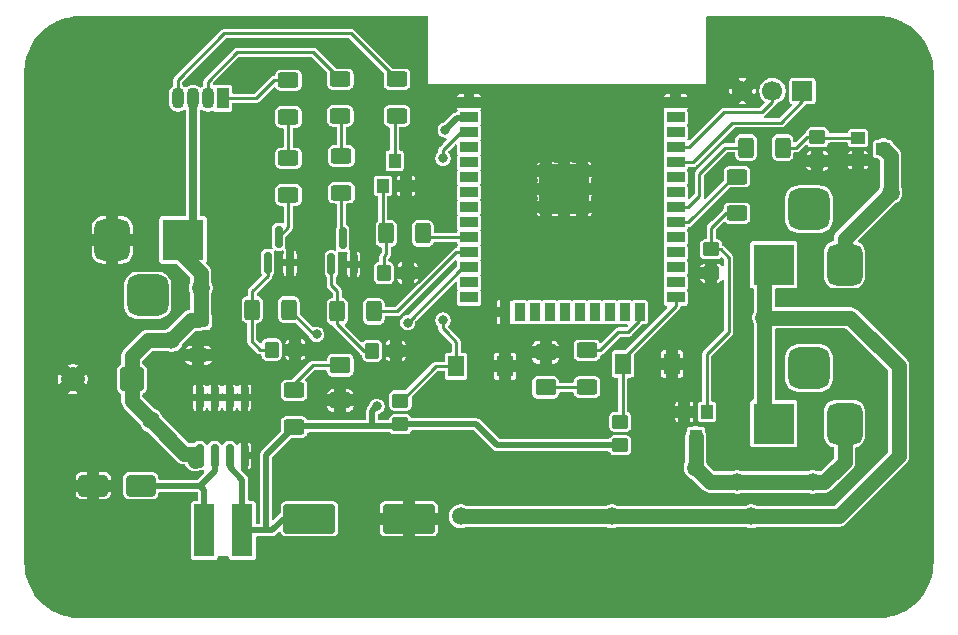
<source format=gbr>
%TF.GenerationSoftware,KiCad,Pcbnew,9.0.2*%
%TF.CreationDate,2025-11-11T23:34:29+02:00*%
%TF.ProjectId,Neon_2x1M_12V,4e656f6e-5f32-4783-914d-5f3132562e6b,REV1_1*%
%TF.SameCoordinates,Original*%
%TF.FileFunction,Copper,L1,Top*%
%TF.FilePolarity,Positive*%
%FSLAX46Y46*%
G04 Gerber Fmt 4.6, Leading zero omitted, Abs format (unit mm)*
G04 Created by KiCad (PCBNEW 9.0.2) date 2025-11-11 23:34:29*
%MOMM*%
%LPD*%
G01*
G04 APERTURE LIST*
G04 Aperture macros list*
%AMRoundRect*
0 Rectangle with rounded corners*
0 $1 Rounding radius*
0 $2 $3 $4 $5 $6 $7 $8 $9 X,Y pos of 4 corners*
0 Add a 4 corners polygon primitive as box body*
4,1,4,$2,$3,$4,$5,$6,$7,$8,$9,$2,$3,0*
0 Add four circle primitives for the rounded corners*
1,1,$1+$1,$2,$3*
1,1,$1+$1,$4,$5*
1,1,$1+$1,$6,$7*
1,1,$1+$1,$8,$9*
0 Add four rect primitives between the rounded corners*
20,1,$1+$1,$2,$3,$4,$5,0*
20,1,$1+$1,$4,$5,$6,$7,0*
20,1,$1+$1,$6,$7,$8,$9,0*
20,1,$1+$1,$8,$9,$2,$3,0*%
G04 Aperture macros list end*
%TA.AperFunction,SMDPad,CuDef*%
%ADD10RoundRect,0.250000X-0.350000X-0.450000X0.350000X-0.450000X0.350000X0.450000X-0.350000X0.450000X0*%
%TD*%
%TA.AperFunction,SMDPad,CuDef*%
%ADD11RoundRect,0.250000X-0.400000X-0.625000X0.400000X-0.625000X0.400000X0.625000X-0.400000X0.625000X0*%
%TD*%
%TA.AperFunction,SMDPad,CuDef*%
%ADD12R,1.752600X4.495800*%
%TD*%
%TA.AperFunction,ComponentPad*%
%ADD13R,1.700000X1.700000*%
%TD*%
%TA.AperFunction,ComponentPad*%
%ADD14C,1.700000*%
%TD*%
%TA.AperFunction,SMDPad,CuDef*%
%ADD15RoundRect,0.150000X0.150000X-0.750000X0.150000X0.750000X-0.150000X0.750000X-0.150000X-0.750000X0*%
%TD*%
%TA.AperFunction,SMDPad,CuDef*%
%ADD16RoundRect,0.250000X0.400000X0.625000X-0.400000X0.625000X-0.400000X-0.625000X0.400000X-0.625000X0*%
%TD*%
%TA.AperFunction,ComponentPad*%
%ADD17C,0.800000*%
%TD*%
%TA.AperFunction,ComponentPad*%
%ADD18C,6.400000*%
%TD*%
%TA.AperFunction,SMDPad,CuDef*%
%ADD19RoundRect,0.250000X0.625000X-0.400000X0.625000X0.400000X-0.625000X0.400000X-0.625000X-0.400000X0*%
%TD*%
%TA.AperFunction,SMDPad,CuDef*%
%ADD20RoundRect,0.150000X0.150000X-0.825000X0.150000X0.825000X-0.150000X0.825000X-0.150000X-0.825000X0*%
%TD*%
%TA.AperFunction,SMDPad,CuDef*%
%ADD21RoundRect,0.250000X-0.650000X0.325000X-0.650000X-0.325000X0.650000X-0.325000X0.650000X0.325000X0*%
%TD*%
%TA.AperFunction,SMDPad,CuDef*%
%ADD22RoundRect,0.250000X-0.625000X0.400000X-0.625000X-0.400000X0.625000X-0.400000X0.625000X0.400000X0*%
%TD*%
%TA.AperFunction,SMDPad,CuDef*%
%ADD23RoundRect,0.250000X-1.950000X-1.000000X1.950000X-1.000000X1.950000X1.000000X-1.950000X1.000000X0*%
%TD*%
%TA.AperFunction,SMDPad,CuDef*%
%ADD24RoundRect,0.250001X-0.624999X0.462499X-0.624999X-0.462499X0.624999X-0.462499X0.624999X0.462499X0*%
%TD*%
%TA.AperFunction,SMDPad,CuDef*%
%ADD25R,1.016000X1.200000*%
%TD*%
%TA.AperFunction,ComponentPad*%
%ADD26R,1.070000X1.800000*%
%TD*%
%TA.AperFunction,ComponentPad*%
%ADD27O,1.070000X1.800000*%
%TD*%
%TA.AperFunction,ComponentPad*%
%ADD28R,3.500000X3.500000*%
%TD*%
%TA.AperFunction,ComponentPad*%
%ADD29RoundRect,0.750000X0.750000X1.000000X-0.750000X1.000000X-0.750000X-1.000000X0.750000X-1.000000X0*%
%TD*%
%TA.AperFunction,ComponentPad*%
%ADD30RoundRect,0.875000X0.875000X0.875000X-0.875000X0.875000X-0.875000X-0.875000X0.875000X-0.875000X0*%
%TD*%
%TA.AperFunction,SMDPad,CuDef*%
%ADD31RoundRect,0.250000X1.000000X0.650000X-1.000000X0.650000X-1.000000X-0.650000X1.000000X-0.650000X0*%
%TD*%
%TA.AperFunction,SMDPad,CuDef*%
%ADD32RoundRect,0.250000X-0.450000X0.350000X-0.450000X-0.350000X0.450000X-0.350000X0.450000X0.350000X0*%
%TD*%
%TA.AperFunction,SMDPad,CuDef*%
%ADD33RoundRect,0.250001X0.624999X-0.462499X0.624999X0.462499X-0.624999X0.462499X-0.624999X-0.462499X0*%
%TD*%
%TA.AperFunction,SMDPad,CuDef*%
%ADD34R,1.350000X1.800000*%
%TD*%
%TA.AperFunction,ComponentPad*%
%ADD35RoundRect,0.750000X-0.750000X-1.000000X0.750000X-1.000000X0.750000X1.000000X-0.750000X1.000000X0*%
%TD*%
%TA.AperFunction,ComponentPad*%
%ADD36RoundRect,0.875000X-0.875000X-0.875000X0.875000X-0.875000X0.875000X0.875000X-0.875000X0.875000X0*%
%TD*%
%TA.AperFunction,ComponentPad*%
%ADD37RoundRect,0.250000X0.750000X0.750000X-0.750000X0.750000X-0.750000X-0.750000X0.750000X-0.750000X0*%
%TD*%
%TA.AperFunction,ComponentPad*%
%ADD38C,2.000000*%
%TD*%
%TA.AperFunction,SMDPad,CuDef*%
%ADD39R,1.200000X1.016000*%
%TD*%
%TA.AperFunction,SMDPad,CuDef*%
%ADD40R,1.500000X0.900000*%
%TD*%
%TA.AperFunction,SMDPad,CuDef*%
%ADD41R,0.900000X1.500000*%
%TD*%
%TA.AperFunction,SMDPad,CuDef*%
%ADD42R,1.050000X1.050000*%
%TD*%
%TA.AperFunction,HeatsinkPad*%
%ADD43C,0.600000*%
%TD*%
%TA.AperFunction,HeatsinkPad*%
%ADD44R,4.200000X4.200000*%
%TD*%
%TA.AperFunction,ViaPad*%
%ADD45C,1.500000*%
%TD*%
%TA.AperFunction,ViaPad*%
%ADD46C,0.800000*%
%TD*%
%TA.AperFunction,Conductor*%
%ADD47C,1.270000*%
%TD*%
%TA.AperFunction,Conductor*%
%ADD48C,0.635000*%
%TD*%
%TA.AperFunction,Conductor*%
%ADD49C,0.508000*%
%TD*%
%TA.AperFunction,Conductor*%
%ADD50C,0.254000*%
%TD*%
G04 APERTURE END LIST*
D10*
%TO.P,R17,1*%
%TO.N,Net-(Q4-G)*%
X138700000Y-58600000D03*
%TO.P,R17,2*%
%TO.N,GND*%
X140700000Y-58600000D03*
%TD*%
D11*
%TO.P,R12,1*%
%TO.N,Net-(Q5-G)*%
X128550000Y-55100000D03*
%TO.P,R12,2*%
%TO.N,ESP_IO27*%
X131650000Y-55100000D03*
%TD*%
D12*
%TO.P,L1,1*%
%TO.N,Net-(D1-K)*%
X124474400Y-73800000D03*
%TO.P,L1,2*%
%TO.N,+3V3*%
X127725600Y-73800000D03*
%TD*%
D13*
%TO.P,J6,1,Pin_1*%
%TO.N,ESP_U0RX*%
X175140000Y-36600000D03*
D14*
%TO.P,J6,2,Pin_2*%
%TO.N,ESP_U0TX*%
X172600000Y-36600000D03*
%TO.P,J6,3,Pin_3*%
%TO.N,GND*%
X170060000Y-36600000D03*
%TD*%
D15*
%TO.P,Q4,1,G*%
%TO.N,Net-(Q4-G)*%
X135250000Y-51250000D03*
%TO.P,Q4,2,S*%
%TO.N,GND*%
X137150000Y-51250000D03*
%TO.P,Q4,3,D*%
%TO.N,Net-(Q4-D)*%
X136200000Y-49050000D03*
%TD*%
D16*
%TO.P,R5,1*%
%TO.N,Net-(Q2-G)*%
X173450000Y-41400000D03*
%TO.P,R5,2*%
%TO.N,ESP_IO19*%
X170350000Y-41400000D03*
%TD*%
D17*
%TO.P,H4,1,1*%
%TO.N,GND*%
X111600000Y-76500000D03*
X112302944Y-74802944D03*
X112302944Y-78197056D03*
X114000000Y-74100000D03*
D18*
X114000000Y-76500000D03*
D17*
X114000000Y-78900000D03*
X115697056Y-74802944D03*
X115697056Y-78197056D03*
X116400000Y-76500000D03*
%TD*%
D19*
%TO.P,R2,1*%
%TO.N,Net-(Q1-G)*%
X169600000Y-46950000D03*
%TO.P,R2,2*%
%TO.N,ESP_IO18*%
X169600000Y-43850000D03*
%TD*%
D20*
%TO.P,U2,1,VIN*%
%TO.N,+12V*%
X124095000Y-67475000D03*
%TO.P,U2,2,OUT*%
%TO.N,Net-(D1-K)*%
X125365000Y-67475000D03*
%TO.P,U2,3,FB*%
%TO.N,+3V3*%
X126635000Y-67475000D03*
%TO.P,U2,4,~{EN}*%
%TO.N,GND*%
X127905000Y-67475000D03*
%TO.P,U2,5,GND*%
X127905000Y-62525000D03*
%TO.P,U2,6,GND*%
X126635000Y-62525000D03*
%TO.P,U2,7,GND*%
X125365000Y-62525000D03*
%TO.P,U2,8,GND*%
X124095000Y-62525000D03*
%TD*%
D21*
%TO.P,C1,1*%
%TO.N,+12V*%
X124000000Y-56025000D03*
%TO.P,C1,2*%
%TO.N,GND*%
X124000000Y-58975000D03*
%TD*%
D22*
%TO.P,R1,1*%
%TO.N,Net-(D9-A)*%
X132100000Y-61950000D03*
%TO.P,R1,2*%
%TO.N,+3V3*%
X132100000Y-65050000D03*
%TD*%
D23*
%TO.P,C3,1*%
%TO.N,+3V3*%
X133400000Y-72800000D03*
%TO.P,C3,2*%
%TO.N,GND*%
X141800000Y-72800000D03*
%TD*%
D10*
%TO.P,R16,1*%
%TO.N,Net-(Q3-G)*%
X139700000Y-52000000D03*
%TO.P,R16,2*%
%TO.N,GND*%
X141700000Y-52000000D03*
%TD*%
D24*
%TO.P,D5,1,K*%
%TO.N,GND*%
X153400000Y-58712500D03*
%TO.P,D5,2,A*%
%TO.N,Net-(D5-A)*%
X153400000Y-61687500D03*
%TD*%
D25*
%TO.P,Q3,1,G*%
%TO.N,Net-(Q3-G)*%
X139650000Y-44610000D03*
%TO.P,Q3,2,S*%
%TO.N,GND*%
X141550000Y-44610000D03*
%TO.P,Q3,3,D*%
%TO.N,Net-(Q3-D)*%
X140600000Y-42490000D03*
%TD*%
D26*
%TO.P,D11,1,BK*%
%TO.N,Net-(D11-BK)*%
X126070000Y-37200000D03*
D27*
%TO.P,D11,2,GK*%
%TO.N,Net-(D11-GK)*%
X124800000Y-37200000D03*
%TO.P,D11,3,A*%
%TO.N,+12V*%
X123530000Y-37200000D03*
%TO.P,D11,4,RK*%
%TO.N,Net-(D11-RK)*%
X122260000Y-37200000D03*
%TD*%
D17*
%TO.P,H2,1,1*%
%TO.N,GND*%
X111600000Y-35000000D03*
X112302944Y-33302944D03*
X112302944Y-36697056D03*
X114000000Y-32600000D03*
D18*
X114000000Y-35000000D03*
D17*
X114000000Y-37400000D03*
X115697056Y-33302944D03*
X115697056Y-36697056D03*
X116400000Y-35000000D03*
%TD*%
D28*
%TO.P,J4,1*%
%TO.N,+12V*%
X172700000Y-64757500D03*
D29*
%TO.P,J4,2*%
%TO.N,B_Jack*%
X178700000Y-64757500D03*
D30*
%TO.P,J4,3,MountPin*%
%TO.N,unconnected-(J4-MountPin-Pad3)*%
X175700000Y-60057500D03*
%TD*%
D22*
%TO.P,R19,1*%
%TO.N,Net-(R15-Pad2)*%
X131600000Y-42300000D03*
%TO.P,R19,2*%
%TO.N,Net-(Q5-D)*%
X131600000Y-45400000D03*
%TD*%
D31*
%TO.P,D1,1,K*%
%TO.N,Net-(D1-K)*%
X119100000Y-70000000D03*
%TO.P,D1,2,A*%
%TO.N,GND*%
X115100000Y-70000000D03*
%TD*%
D11*
%TO.P,R11,1*%
%TO.N,Net-(Q4-G)*%
X135750000Y-55250000D03*
%TO.P,R11,2*%
%TO.N,ESP_IO26*%
X138850000Y-55250000D03*
%TD*%
D15*
%TO.P,Q5,1,G*%
%TO.N,Net-(Q5-G)*%
X129850000Y-51150000D03*
%TO.P,Q5,2,S*%
%TO.N,GND*%
X131750000Y-51150000D03*
%TO.P,Q5,3,D*%
%TO.N,Net-(Q5-D)*%
X130800000Y-48950000D03*
%TD*%
D28*
%TO.P,J5,1*%
%TO.N,+12V*%
X172700000Y-51300000D03*
D29*
%TO.P,J5,2*%
%TO.N,P_Jack*%
X178700000Y-51300000D03*
D30*
%TO.P,J5,3,MountPin*%
%TO.N,unconnected-(J5-MountPin-Pad3)*%
X175700000Y-46600000D03*
%TD*%
D22*
%TO.P,R9,1*%
%TO.N,Net-(R14-Pad2)*%
X136100000Y-42100000D03*
%TO.P,R9,2*%
%TO.N,Net-(Q4-D)*%
X136100000Y-45200000D03*
%TD*%
D32*
%TO.P,R7,1*%
%TO.N,ESP_EN*%
X141100000Y-62800000D03*
%TO.P,R7,2*%
%TO.N,+3V3*%
X141100000Y-64800000D03*
%TD*%
D22*
%TO.P,R14,1*%
%TO.N,Net-(D11-GK)*%
X136000000Y-35600000D03*
%TO.P,R14,2*%
%TO.N,Net-(R14-Pad2)*%
X136000000Y-38700000D03*
%TD*%
D33*
%TO.P,D9,1,K*%
%TO.N,GND*%
X136000000Y-62787500D03*
%TO.P,D9,2,A*%
%TO.N,Net-(D9-A)*%
X136000000Y-59812500D03*
%TD*%
D32*
%TO.P,R6,1*%
%TO.N,Net-(Q2-G)*%
X176400000Y-40500000D03*
%TO.P,R6,2*%
%TO.N,GND*%
X176400000Y-42500000D03*
%TD*%
D22*
%TO.P,R15,1*%
%TO.N,Net-(D11-BK)*%
X131600000Y-35700000D03*
%TO.P,R15,2*%
%TO.N,Net-(R15-Pad2)*%
X131600000Y-38800000D03*
%TD*%
D10*
%TO.P,R18,1*%
%TO.N,Net-(Q5-G)*%
X130200000Y-58500000D03*
%TO.P,R18,2*%
%TO.N,GND*%
X132200000Y-58500000D03*
%TD*%
D19*
%TO.P,R4,1*%
%TO.N,Net-(D5-A)*%
X156900000Y-61650000D03*
%TO.P,R4,2*%
%TO.N,ESP_IO2*%
X156900000Y-58550000D03*
%TD*%
D25*
%TO.P,Q1,1,G*%
%TO.N,Net-(Q1-G)*%
X167050000Y-63740000D03*
%TO.P,Q1,2,S*%
%TO.N,GND*%
X165150000Y-63740000D03*
%TO.P,Q1,3,D*%
%TO.N,B_Jack*%
X166100000Y-65860000D03*
%TD*%
D22*
%TO.P,R13,1*%
%TO.N,Net-(D11-RK)*%
X140800000Y-35600000D03*
%TO.P,R13,2*%
%TO.N,Net-(Q3-D)*%
X140800000Y-38700000D03*
%TD*%
D34*
%TO.P,SW2,1,1*%
%TO.N,GND*%
X164075000Y-59700000D03*
%TO.P,SW2,2,2*%
%TO.N,ESP_IO0*%
X159925000Y-59700000D03*
%TD*%
D28*
%TO.P,J2,1*%
%TO.N,+12V*%
X122700000Y-49200000D03*
D35*
%TO.P,J2,2*%
%TO.N,GND*%
X116700000Y-49200000D03*
D36*
%TO.P,J2,3,MountPin*%
%TO.N,unconnected-(J2-MountPin-Pad3)*%
X119700000Y-53900000D03*
%TD*%
D32*
%TO.P,R8,1*%
%TO.N,ESP_IO0*%
X159700000Y-64600000D03*
%TO.P,R8,2*%
%TO.N,+3V3*%
X159700000Y-66600000D03*
%TD*%
D17*
%TO.P,H3,1,1*%
%TO.N,GND*%
X179100000Y-76500000D03*
X179802944Y-74802944D03*
X179802944Y-78197056D03*
X181500000Y-74100000D03*
D18*
X181500000Y-76500000D03*
D17*
X181500000Y-78900000D03*
X183197056Y-74802944D03*
X183197056Y-78197056D03*
X183900000Y-76500000D03*
%TD*%
D11*
%TO.P,R10,1*%
%TO.N,Net-(Q3-G)*%
X139900000Y-48650000D03*
%TO.P,R10,2*%
%TO.N,ESP_IO25*%
X143000000Y-48650000D03*
%TD*%
D37*
%TO.P,C2,1*%
%TO.N,+12V*%
X118367677Y-61000000D03*
D38*
%TO.P,C2,2*%
%TO.N,GND*%
X113367677Y-61000000D03*
%TD*%
D39*
%TO.P,Q2,1,G*%
%TO.N,Net-(Q2-G)*%
X179840000Y-40550000D03*
%TO.P,Q2,2,S*%
%TO.N,GND*%
X179840000Y-42450000D03*
%TO.P,Q2,3,D*%
%TO.N,P_Jack*%
X181960000Y-41500000D03*
%TD*%
D34*
%TO.P,SW1,1,1*%
%TO.N,GND*%
X149975000Y-59900000D03*
%TO.P,SW1,2,2*%
%TO.N,ESP_EN*%
X145825000Y-59900000D03*
%TD*%
D17*
%TO.P,H1,1,1*%
%TO.N,GND*%
X179100000Y-35000000D03*
X179802944Y-33302944D03*
X179802944Y-36697056D03*
X181500000Y-32600000D03*
D18*
X181500000Y-35000000D03*
D17*
X181500000Y-37400000D03*
X183197056Y-33302944D03*
X183197056Y-36697056D03*
X183900000Y-35000000D03*
%TD*%
D40*
%TO.P,U1,1,GND*%
%TO.N,GND*%
X146905000Y-37560000D03*
%TO.P,U1,2,VDD*%
%TO.N,+3V3*%
X146905000Y-38830000D03*
%TO.P,U1,3,EN*%
%TO.N,ESP_EN*%
X146905000Y-40100000D03*
%TO.P,U1,4,SENSOR_VP*%
%TO.N,ESP_SVP*%
X146905000Y-41370000D03*
%TO.P,U1,5,SENSOR_VN*%
%TO.N,ESP_SVN*%
X146905000Y-42640000D03*
%TO.P,U1,6,IO34*%
%TO.N,ESP_IO34*%
X146905000Y-43910000D03*
%TO.P,U1,7,IO35*%
%TO.N,ESP_IO35*%
X146905000Y-45180000D03*
%TO.P,U1,8,IO32*%
%TO.N,ESP_IO32*%
X146905000Y-46450000D03*
%TO.P,U1,9,IO33*%
%TO.N,ESP_IO33*%
X146905000Y-47720000D03*
%TO.P,U1,10,IO25*%
%TO.N,ESP_IO25*%
X146905000Y-48990000D03*
%TO.P,U1,11,IO26*%
%TO.N,ESP_IO26*%
X146905000Y-50260000D03*
%TO.P,U1,12,IO27*%
%TO.N,ESP_IO27*%
X146905000Y-51530000D03*
%TO.P,U1,13,IO14*%
%TO.N,ESP_IO14*%
X146905000Y-52800000D03*
%TO.P,U1,14,IO12*%
%TO.N,ESP_IO12*%
X146905000Y-54070000D03*
D41*
%TO.P,U1,15,GND*%
%TO.N,GND*%
X149945000Y-55320000D03*
%TO.P,U1,16,IO13*%
%TO.N,ESP_IO13*%
X151215000Y-55320000D03*
%TO.P,U1,17,SHD/SD2*%
%TO.N,unconnected-(U1-SHD{slash}SD2-Pad17)*%
X152485000Y-55320000D03*
%TO.P,U1,18,SWP/SD3*%
%TO.N,unconnected-(U1-SWP{slash}SD3-Pad18)*%
X153755000Y-55320000D03*
%TO.P,U1,19,SCS/CMD*%
%TO.N,unconnected-(U1-SCS{slash}CMD-Pad19)*%
X155025000Y-55320000D03*
%TO.P,U1,20,SCK/CLK*%
%TO.N,unconnected-(U1-SCK{slash}CLK-Pad20)*%
X156295000Y-55320000D03*
%TO.P,U1,21,SDO/SD0*%
%TO.N,unconnected-(U1-SDO{slash}SD0-Pad21)*%
X157565000Y-55320000D03*
%TO.P,U1,22,SDI/SD1*%
%TO.N,unconnected-(U1-SDI{slash}SD1-Pad22)*%
X158835000Y-55320000D03*
%TO.P,U1,23,IO15*%
%TO.N,ESP_IO15*%
X160105000Y-55320000D03*
%TO.P,U1,24,IO2*%
%TO.N,ESP_IO2*%
X161375000Y-55320000D03*
D40*
%TO.P,U1,25,IO0*%
%TO.N,ESP_IO0*%
X164405000Y-54070000D03*
%TO.P,U1,26,IO4*%
%TO.N,ESP_IO4*%
X164405000Y-52800000D03*
%TO.P,U1,27,IO16*%
%TO.N,ESP_IO16*%
X164405000Y-51530000D03*
%TO.P,U1,28,IO17*%
%TO.N,ESP_IO17*%
X164405000Y-50260000D03*
%TO.P,U1,29,IO5*%
%TO.N,ESP_IO5*%
X164405000Y-48990000D03*
%TO.P,U1,30,IO18*%
%TO.N,ESP_IO18*%
X164405000Y-47720000D03*
%TO.P,U1,31,IO19*%
%TO.N,ESP_IO19*%
X164405000Y-46450000D03*
%TO.P,U1,32,NC*%
%TO.N,unconnected-(U1-NC-Pad32)*%
X164405000Y-45180000D03*
%TO.P,U1,33,IO21*%
%TO.N,ESP_IO21*%
X164405000Y-43910000D03*
%TO.P,U1,34,RXD0/IO3*%
%TO.N,ESP_U0RX*%
X164405000Y-42640000D03*
%TO.P,U1,35,TXD0/IO1*%
%TO.N,ESP_U0TX*%
X164405000Y-41370000D03*
%TO.P,U1,36,IO22*%
%TO.N,ESP_IO22*%
X164405000Y-40100000D03*
%TO.P,U1,37,IO23*%
%TO.N,ESP_IO23*%
X164405000Y-38830000D03*
%TO.P,U1,38,GND*%
%TO.N,GND*%
X164405000Y-37560000D03*
D42*
%TO.P,U1,39,GND*%
X153450000Y-43375000D03*
D43*
X153450000Y-44137500D03*
D42*
X153450000Y-44900000D03*
D43*
X153450000Y-45662500D03*
D42*
X153450000Y-46425000D03*
D43*
X154212500Y-43375000D03*
X154212500Y-44900000D03*
X154212500Y-46425000D03*
D42*
X154975000Y-43375000D03*
D43*
X154975000Y-44137500D03*
D42*
X154975000Y-44900000D03*
D44*
X154975000Y-44900000D03*
D43*
X154975000Y-45662500D03*
D42*
X154975000Y-46425000D03*
D43*
X155737500Y-43375000D03*
X155737500Y-44900000D03*
X155737500Y-46425000D03*
D42*
X156500000Y-43375000D03*
D43*
X156500000Y-44137500D03*
D42*
X156500000Y-44900000D03*
D43*
X156500000Y-45662500D03*
D42*
X156500000Y-46425000D03*
%TD*%
D32*
%TO.P,R3,1*%
%TO.N,Net-(Q1-G)*%
X167400000Y-50000000D03*
%TO.P,R3,2*%
%TO.N,GND*%
X167400000Y-52000000D03*
%TD*%
D45*
%TO.N,+12V*%
X146200000Y-72600000D03*
X124200000Y-53300000D03*
X171900000Y-55800000D03*
X159000000Y-72600000D03*
X121683838Y-57683838D03*
X170800000Y-72600000D03*
X119990000Y-64490000D03*
D46*
%TO.N,+3V3*%
X144900000Y-39900000D03*
X139100000Y-63300000D03*
%TO.N,ESP_IO27*%
X134000000Y-57200000D03*
X141700000Y-56200000D03*
%TO.N,ESP_EN*%
X144700000Y-56000000D03*
X144700000Y-42300000D03*
D45*
%TO.N,B_Jack*%
X169600000Y-69700000D03*
X166100000Y-68500000D03*
X176000000Y-69700000D03*
%TO.N,P_Jack*%
X182600000Y-45200000D03*
%TD*%
D47*
%TO.N,+12V*%
X119990000Y-64490000D02*
X122800000Y-67300000D01*
X124200000Y-55825000D02*
X124000000Y-56025000D01*
X119716162Y-57683838D02*
X121683838Y-57683838D01*
X171900000Y-55800000D02*
X179200000Y-55800000D01*
D48*
X123530000Y-37200000D02*
X123530000Y-48370000D01*
D47*
X122700000Y-50500000D02*
X124200000Y-52000000D01*
X118367677Y-59032323D02*
X119716162Y-57683838D01*
X119990000Y-64490000D02*
X118367677Y-62867677D01*
X118367677Y-61000000D02*
X118367677Y-59032323D01*
X123700000Y-67300000D02*
X123700000Y-67900000D01*
X122700000Y-49200000D02*
X122700000Y-50500000D01*
X171900000Y-63957500D02*
X172700000Y-64757500D01*
X171900000Y-52100000D02*
X172700000Y-51300000D01*
X179200000Y-55800000D02*
X183300000Y-59900000D01*
X171900000Y-55800000D02*
X171900000Y-52100000D01*
X118367677Y-61000000D02*
X118400000Y-61000000D01*
X124200000Y-52000000D02*
X124200000Y-55825000D01*
X118367677Y-62867677D02*
X118367677Y-61000000D01*
X171900000Y-55800000D02*
X171900000Y-63957500D01*
X183300000Y-59900000D02*
X183300000Y-67500000D01*
X122800000Y-67300000D02*
X123700000Y-67300000D01*
X159000000Y-72600000D02*
X170800000Y-72600000D01*
X123342676Y-56025000D02*
X121683838Y-57683838D01*
X124000000Y-56025000D02*
X123342676Y-56025000D01*
X183300000Y-67500000D02*
X178200000Y-72600000D01*
X178200000Y-72600000D02*
X170800000Y-72600000D01*
X146200000Y-72600000D02*
X159000000Y-72600000D01*
D48*
X123530000Y-48370000D02*
X122700000Y-49200000D01*
D49*
%TO.N,+3V3*%
X126635000Y-68449999D02*
X127725600Y-69540599D01*
X138700000Y-65000000D02*
X138700000Y-63700000D01*
X146835000Y-38900000D02*
X146905000Y-38830000D01*
X144900000Y-39900000D02*
X145900000Y-38900000D01*
X138700000Y-63700000D02*
X139100000Y-63300000D01*
X126635000Y-67475000D02*
X126635000Y-68449999D01*
X127725600Y-69540599D02*
X127725600Y-73800000D01*
X145900000Y-38900000D02*
X146835000Y-38900000D01*
X149300000Y-66600000D02*
X147500000Y-64800000D01*
X138700000Y-65000000D02*
X140900000Y-65000000D01*
X147500000Y-64800000D02*
X141100000Y-64800000D01*
X130200000Y-73800000D02*
X131200000Y-72800000D01*
X131200000Y-72800000D02*
X133400000Y-72800000D01*
X129700000Y-67450000D02*
X132100000Y-65050000D01*
X132100000Y-65050000D02*
X132150000Y-65000000D01*
X159700000Y-66600000D02*
X149300000Y-66600000D01*
X129700000Y-73800000D02*
X129700000Y-67450000D01*
X127725600Y-73800000D02*
X129700000Y-73800000D01*
X140900000Y-65000000D02*
X141100000Y-64800000D01*
X127725600Y-73800000D02*
X130200000Y-73800000D01*
X132150000Y-65000000D02*
X138700000Y-65000000D01*
%TO.N,Net-(D1-K)*%
X124100000Y-70000000D02*
X125365000Y-68735000D01*
X124474400Y-73800000D02*
X124474400Y-70374400D01*
X125365000Y-68735000D02*
X125365000Y-67475000D01*
X124474400Y-70374400D02*
X124100000Y-70000000D01*
X119100000Y-70000000D02*
X124100000Y-70000000D01*
D50*
%TO.N,Net-(D5-A)*%
X153400000Y-61687500D02*
X156862500Y-61687500D01*
X156862500Y-61687500D02*
X156900000Y-61650000D01*
%TO.N,Net-(D9-A)*%
X133687500Y-59812500D02*
X136000000Y-59812500D01*
X132100000Y-61400000D02*
X133687500Y-59812500D01*
X132100000Y-61950000D02*
X132100000Y-61400000D01*
%TO.N,Net-(D11-BK)*%
X126070000Y-37200000D02*
X128900000Y-37200000D01*
X130400000Y-35700000D02*
X131600000Y-35700000D01*
X128900000Y-37200000D02*
X130400000Y-35700000D01*
%TO.N,Net-(D11-RK)*%
X122260000Y-37200000D02*
X122260000Y-35640000D01*
X122260000Y-35640000D02*
X126200000Y-31700000D01*
X126200000Y-31700000D02*
X136900000Y-31700000D01*
X136900000Y-31700000D02*
X140800000Y-35600000D01*
%TO.N,Net-(D11-GK)*%
X133700000Y-33300000D02*
X136000000Y-35600000D01*
X124800000Y-35800000D02*
X127300000Y-33300000D01*
X127300000Y-33300000D02*
X133700000Y-33300000D01*
X124800000Y-37200000D02*
X124800000Y-35800000D01*
%TO.N,ESP_IO27*%
X133750000Y-57200000D02*
X131650000Y-55100000D01*
X141700000Y-56200000D02*
X146370000Y-51530000D01*
X146370000Y-51530000D02*
X146905000Y-51530000D01*
X134000000Y-57200000D02*
X133750000Y-57200000D01*
%TO.N,ESP_IO25*%
X146905000Y-48990000D02*
X143340000Y-48990000D01*
X143340000Y-48990000D02*
X143000000Y-48650000D01*
%TO.N,ESP_IO26*%
X145840000Y-50260000D02*
X146905000Y-50260000D01*
X140850000Y-55250000D02*
X145840000Y-50260000D01*
X138850000Y-55250000D02*
X140850000Y-55250000D01*
%TO.N,ESP_EN*%
X141100000Y-62800000D02*
X141200000Y-62800000D01*
X144700000Y-56700000D02*
X144700000Y-56000000D01*
X144700000Y-41600000D02*
X146200000Y-40100000D01*
X144700000Y-42300000D02*
X144700000Y-41600000D01*
X145825000Y-59900000D02*
X145825000Y-57825000D01*
X141200000Y-62800000D02*
X144100000Y-59900000D01*
X145825000Y-57825000D02*
X145000000Y-57000000D01*
X145000000Y-57000000D02*
X144700000Y-56700000D01*
X146200000Y-40100000D02*
X146905000Y-40100000D01*
X144100000Y-59900000D02*
X145825000Y-59900000D01*
%TO.N,ESP_IO2*%
X157993700Y-58550000D02*
X159543700Y-57000000D01*
X156900000Y-58550000D02*
X157993700Y-58550000D01*
X161300000Y-55396300D02*
X161223700Y-55320000D01*
X159543700Y-57000000D02*
X160400000Y-57000000D01*
X161223700Y-55320000D02*
X161375000Y-55320000D01*
X161300000Y-56100000D02*
X161300000Y-55396300D01*
X160400000Y-57000000D02*
X161300000Y-56100000D01*
%TO.N,ESP_U0TX*%
X168500000Y-38400000D02*
X171700000Y-38400000D01*
X164405000Y-41370000D02*
X165530000Y-41370000D01*
X171700000Y-38400000D02*
X172600000Y-37500000D01*
X165530000Y-41370000D02*
X168500000Y-38400000D01*
X172600000Y-37500000D02*
X172600000Y-36600000D01*
%TO.N,ESP_IO18*%
X169350000Y-43850000D02*
X165480000Y-47720000D01*
X169600000Y-43850000D02*
X169350000Y-43850000D01*
X165480000Y-47720000D02*
X164405000Y-47720000D01*
%TO.N,ESP_IO19*%
X166400000Y-45459000D02*
X166400000Y-43600000D01*
X168600000Y-41400000D02*
X170350000Y-41400000D01*
X166400000Y-43600000D02*
X168600000Y-41400000D01*
X164405000Y-46450000D02*
X165409000Y-46450000D01*
X165409000Y-46450000D02*
X166400000Y-45459000D01*
%TO.N,ESP_IO0*%
X164405000Y-54795000D02*
X159925000Y-59275000D01*
X159925000Y-59700000D02*
X159925000Y-64375000D01*
X159925000Y-64375000D02*
X159700000Y-64600000D01*
X159925000Y-59275000D02*
X159925000Y-59700000D01*
X164405000Y-54070000D02*
X164405000Y-54795000D01*
%TO.N,ESP_U0RX*%
X173300000Y-39300000D02*
X169200000Y-39300000D01*
X175140000Y-37460000D02*
X173300000Y-39300000D01*
X169200000Y-39300000D02*
X165860000Y-42640000D01*
X165860000Y-42640000D02*
X164405000Y-42640000D01*
X175140000Y-36600000D02*
X175140000Y-37460000D01*
D47*
%TO.N,B_Jack*%
X178700000Y-64757500D02*
X178700000Y-68000000D01*
X178700000Y-68000000D02*
X177000000Y-69700000D01*
X177000000Y-69700000D02*
X176000000Y-69700000D01*
X167300000Y-69700000D02*
X166100000Y-68500000D01*
X166100000Y-68500000D02*
X166100000Y-65860000D01*
X176000000Y-69700000D02*
X169600000Y-69700000D01*
X169600000Y-69700000D02*
X167300000Y-69700000D01*
%TO.N,P_Jack*%
X178700000Y-49100000D02*
X178700000Y-51300000D01*
X181960000Y-41500000D02*
X182000000Y-41500000D01*
X182600000Y-42100000D02*
X182600000Y-45200000D01*
X182600000Y-45200000D02*
X178700000Y-49100000D01*
X182000000Y-41500000D02*
X182600000Y-42100000D01*
D50*
%TO.N,Net-(Q1-G)*%
X167050000Y-58850000D02*
X167050000Y-63740000D01*
X167400000Y-50000000D02*
X168200000Y-50000000D01*
X168900000Y-50700000D02*
X168900000Y-57000000D01*
X167400000Y-48200000D02*
X167400000Y-50000000D01*
X169600000Y-46950000D02*
X168650000Y-46950000D01*
X168200000Y-50000000D02*
X168900000Y-50700000D01*
X168900000Y-57000000D02*
X167050000Y-58850000D01*
X168650000Y-46950000D02*
X167400000Y-48200000D01*
%TO.N,Net-(Q2-G)*%
X174600000Y-41400000D02*
X175500000Y-40500000D01*
X176450000Y-40550000D02*
X176400000Y-40500000D01*
X175500000Y-40500000D02*
X176400000Y-40500000D01*
X173450000Y-41400000D02*
X174600000Y-41400000D01*
X179840000Y-40550000D02*
X176450000Y-40550000D01*
%TO.N,Net-(Q3-D)*%
X140600000Y-42490000D02*
X140600000Y-38900000D01*
X140600000Y-38900000D02*
X140800000Y-38700000D01*
%TO.N,Net-(Q3-G)*%
X139600000Y-48350000D02*
X139600000Y-44660000D01*
X139600000Y-44660000D02*
X139650000Y-44610000D01*
X139700000Y-52000000D02*
X139700000Y-50600000D01*
X139900000Y-50400000D02*
X139900000Y-48650000D01*
X139700000Y-50600000D02*
X139900000Y-50400000D01*
X139650000Y-44610000D02*
X139650000Y-44650000D01*
X139900000Y-48650000D02*
X139600000Y-48350000D01*
%TO.N,Net-(Q4-D)*%
X136100000Y-48950000D02*
X136200000Y-49050000D01*
X136100000Y-45200000D02*
X136100000Y-48950000D01*
%TO.N,Net-(Q4-G)*%
X138700000Y-58600000D02*
X138000000Y-58600000D01*
X138000000Y-58600000D02*
X135750000Y-56350000D01*
X135750000Y-53550000D02*
X135250000Y-53050000D01*
X135750000Y-55250000D02*
X135750000Y-53550000D01*
X135750000Y-56350000D02*
X135750000Y-55250000D01*
X135250000Y-53050000D02*
X135250000Y-51250000D01*
%TO.N,Net-(Q5-G)*%
X128550000Y-53550000D02*
X128550000Y-55100000D01*
X129200000Y-58500000D02*
X128500000Y-57800000D01*
X129850000Y-51150000D02*
X129850000Y-52250000D01*
X128500000Y-55150000D02*
X128550000Y-55100000D01*
X128500000Y-57800000D02*
X128500000Y-55150000D01*
X129850000Y-52250000D02*
X128550000Y-53550000D01*
X130200000Y-58500000D02*
X129200000Y-58500000D01*
%TO.N,Net-(Q5-D)*%
X131600000Y-48150000D02*
X130800000Y-48950000D01*
X131600000Y-45400000D02*
X131600000Y-48150000D01*
%TO.N,Net-(R14-Pad2)*%
X136100000Y-38800000D02*
X136000000Y-38700000D01*
X136100000Y-42100000D02*
X136100000Y-38800000D01*
%TO.N,Net-(R15-Pad2)*%
X131600000Y-42300000D02*
X131600000Y-38800000D01*
%TD*%
%TA.AperFunction,Conductor*%
%TO.N,GND*%
G36*
X143397121Y-30274502D02*
G01*
X143443614Y-30328158D01*
X143455000Y-30380500D01*
X143455000Y-36010000D01*
X166955000Y-36010000D01*
X166955000Y-35547676D01*
X169726097Y-35547676D01*
X169726097Y-35547678D01*
X170059999Y-35881580D01*
X170060000Y-35881580D01*
X170393901Y-35547677D01*
X170393901Y-35547676D01*
X170318524Y-35523185D01*
X170318528Y-35523185D01*
X170146884Y-35496000D01*
X169973116Y-35496000D01*
X169801473Y-35523185D01*
X169726097Y-35547676D01*
X166955000Y-35547676D01*
X166955000Y-30380500D01*
X166975002Y-30312379D01*
X167028658Y-30265886D01*
X167081000Y-30254500D01*
X181455125Y-30254500D01*
X181497252Y-30254500D01*
X181502748Y-30254620D01*
X181908102Y-30272318D01*
X181919051Y-30273275D01*
X182318600Y-30325877D01*
X182329416Y-30327785D01*
X182526136Y-30371397D01*
X182722853Y-30415008D01*
X182733471Y-30417853D01*
X183117805Y-30539033D01*
X183128134Y-30542792D01*
X183500458Y-30697013D01*
X183510420Y-30701659D01*
X183867875Y-30887738D01*
X183877378Y-30893224D01*
X184217274Y-31109762D01*
X184226266Y-31116059D01*
X184545983Y-31361387D01*
X184554403Y-31368452D01*
X184851518Y-31640708D01*
X184859291Y-31648481D01*
X185131547Y-31945596D01*
X185138612Y-31954016D01*
X185383940Y-32273733D01*
X185390245Y-32282737D01*
X185606770Y-32622613D01*
X185612266Y-32632133D01*
X185798340Y-32989579D01*
X185802986Y-32999541D01*
X185957207Y-33371865D01*
X185960966Y-33382194D01*
X186082146Y-33766528D01*
X186084991Y-33777146D01*
X186172213Y-34170579D01*
X186174122Y-34181404D01*
X186226723Y-34580947D01*
X186227681Y-34591897D01*
X186245380Y-34997251D01*
X186245500Y-35002747D01*
X186245500Y-76497252D01*
X186245380Y-76502748D01*
X186227681Y-76908102D01*
X186226723Y-76919052D01*
X186174122Y-77318595D01*
X186172213Y-77329420D01*
X186084991Y-77722853D01*
X186082146Y-77733471D01*
X185960966Y-78117805D01*
X185957207Y-78128134D01*
X185802986Y-78500458D01*
X185798340Y-78510420D01*
X185612266Y-78867866D01*
X185606770Y-78877386D01*
X185390245Y-79217262D01*
X185383940Y-79226266D01*
X185138612Y-79545983D01*
X185131547Y-79554403D01*
X184859291Y-79851518D01*
X184851518Y-79859291D01*
X184554403Y-80131547D01*
X184545983Y-80138612D01*
X184226266Y-80383940D01*
X184217262Y-80390245D01*
X183877386Y-80606770D01*
X183867866Y-80612266D01*
X183510420Y-80798340D01*
X183500458Y-80802986D01*
X183128134Y-80957207D01*
X183117805Y-80960966D01*
X182733471Y-81082146D01*
X182722853Y-81084991D01*
X182329420Y-81172213D01*
X182318595Y-81174122D01*
X181919052Y-81226723D01*
X181908102Y-81227681D01*
X181502748Y-81245380D01*
X181497252Y-81245500D01*
X114002748Y-81245500D01*
X113997252Y-81245380D01*
X113591897Y-81227681D01*
X113580947Y-81226723D01*
X113181404Y-81174122D01*
X113170579Y-81172213D01*
X112777146Y-81084991D01*
X112766528Y-81082146D01*
X112382194Y-80960966D01*
X112371865Y-80957207D01*
X111999541Y-80802986D01*
X111989579Y-80798340D01*
X111632133Y-80612266D01*
X111622613Y-80606770D01*
X111475507Y-80513053D01*
X111282730Y-80390240D01*
X111273733Y-80383940D01*
X110954016Y-80138612D01*
X110945596Y-80131547D01*
X110648481Y-79859291D01*
X110640708Y-79851518D01*
X110368452Y-79554403D01*
X110361387Y-79545983D01*
X110116059Y-79226266D01*
X110109762Y-79217274D01*
X109893224Y-78877378D01*
X109887738Y-78867875D01*
X109701659Y-78510420D01*
X109697013Y-78500458D01*
X109542792Y-78128134D01*
X109539033Y-78117805D01*
X109417853Y-77733471D01*
X109415008Y-77722853D01*
X109327786Y-77329420D01*
X109325877Y-77318595D01*
X109273276Y-76919052D01*
X109272318Y-76908102D01*
X109254620Y-76502748D01*
X109254500Y-76497252D01*
X109254500Y-70698202D01*
X113596001Y-70698202D01*
X113596002Y-70698226D01*
X113602452Y-70758232D01*
X113602452Y-70758234D01*
X113653100Y-70894023D01*
X113739952Y-71010047D01*
X113855976Y-71096899D01*
X113855975Y-71096899D01*
X113991761Y-71147546D01*
X113991769Y-71147548D01*
X114051785Y-71153999D01*
X114592000Y-71153999D01*
X115608000Y-71153999D01*
X116148203Y-71153999D01*
X116148226Y-71153997D01*
X116208232Y-71147547D01*
X116208234Y-71147547D01*
X116344023Y-71096899D01*
X116460047Y-71010047D01*
X116546899Y-70894023D01*
X116597546Y-70758238D01*
X116597548Y-70758230D01*
X116603999Y-70698222D01*
X116604000Y-70698205D01*
X116604000Y-70508000D01*
X115608000Y-70508000D01*
X115608000Y-71153999D01*
X114592000Y-71153999D01*
X114592000Y-70508000D01*
X113596001Y-70508000D01*
X113596001Y-70698202D01*
X109254500Y-70698202D01*
X109254500Y-69301777D01*
X113596000Y-69301777D01*
X113596000Y-69492000D01*
X114592000Y-69492000D01*
X115608000Y-69492000D01*
X116603999Y-69492000D01*
X116603999Y-69301797D01*
X116603997Y-69301773D01*
X116597547Y-69241767D01*
X116597547Y-69241765D01*
X116546899Y-69105976D01*
X116460047Y-68989952D01*
X116344023Y-68903100D01*
X116344024Y-68903100D01*
X116208238Y-68852453D01*
X116208230Y-68852451D01*
X116148222Y-68846000D01*
X115608000Y-68846000D01*
X115608000Y-69492000D01*
X114592000Y-69492000D01*
X114592000Y-68846000D01*
X114051797Y-68846000D01*
X114051773Y-68846002D01*
X113991767Y-68852452D01*
X113991765Y-68852452D01*
X113855976Y-68903100D01*
X113739952Y-68989952D01*
X113653100Y-69105976D01*
X113602453Y-69241761D01*
X113602451Y-69241769D01*
X113596000Y-69301777D01*
X109254500Y-69301777D01*
X109254500Y-62171362D01*
X112914733Y-62171362D01*
X113074028Y-62223122D01*
X113268987Y-62254000D01*
X113466367Y-62254000D01*
X113661325Y-62223122D01*
X113820619Y-62171362D01*
X113820619Y-62171361D01*
X113367678Y-61718420D01*
X113367677Y-61718420D01*
X112914733Y-62171362D01*
X109254500Y-62171362D01*
X109254500Y-60901310D01*
X112113677Y-60901310D01*
X112113677Y-61098689D01*
X112144555Y-61293650D01*
X112196312Y-61452942D01*
X112196313Y-61452942D01*
X112649257Y-60999999D01*
X112583432Y-60934174D01*
X112867677Y-60934174D01*
X112867677Y-61065826D01*
X112901752Y-61192993D01*
X112967578Y-61307007D01*
X113060670Y-61400099D01*
X113174684Y-61465925D01*
X113301851Y-61500000D01*
X113433503Y-61500000D01*
X113560670Y-61465925D01*
X113674684Y-61400099D01*
X113767776Y-61307007D01*
X113833602Y-61192993D01*
X113867677Y-61065826D01*
X113867677Y-60999999D01*
X114086097Y-60999999D01*
X114086097Y-61000001D01*
X114539038Y-61452942D01*
X114539039Y-61452942D01*
X114590799Y-61293648D01*
X114621677Y-61098689D01*
X114621677Y-60901310D01*
X114590799Y-60706351D01*
X114539039Y-60547056D01*
X114086097Y-60999999D01*
X113867677Y-60999999D01*
X113867677Y-60934174D01*
X113833602Y-60807007D01*
X113767776Y-60692993D01*
X113674684Y-60599901D01*
X113560670Y-60534075D01*
X113433503Y-60500000D01*
X113301851Y-60500000D01*
X113174684Y-60534075D01*
X113060670Y-60599901D01*
X112967578Y-60692993D01*
X112901752Y-60807007D01*
X112867677Y-60934174D01*
X112583432Y-60934174D01*
X112196314Y-60547056D01*
X112196312Y-60547056D01*
X112144555Y-60706349D01*
X112113677Y-60901310D01*
X109254500Y-60901310D01*
X109254500Y-59828635D01*
X112914733Y-59828635D01*
X112914733Y-59828637D01*
X113367676Y-60281580D01*
X113367678Y-60281580D01*
X113447521Y-60201737D01*
X117113177Y-60201737D01*
X117113177Y-61798246D01*
X117113179Y-61798270D01*
X117119636Y-61858339D01*
X117119636Y-61858341D01*
X117170334Y-61994266D01*
X117176616Y-62002658D01*
X117257273Y-62110404D01*
X117373410Y-62197342D01*
X117396210Y-62205846D01*
X117453045Y-62248392D01*
X117477856Y-62314912D01*
X117478177Y-62323901D01*
X117478177Y-62955287D01*
X117508769Y-63109083D01*
X117512360Y-63127135D01*
X117579412Y-63289013D01*
X117676757Y-63434700D01*
X117676759Y-63434702D01*
X119005703Y-64763646D01*
X119033017Y-64804523D01*
X119099824Y-64965809D01*
X119209754Y-65130331D01*
X119349669Y-65270246D01*
X119514191Y-65380176D01*
X119675477Y-65446982D01*
X119716353Y-65474296D01*
X122109080Y-67867023D01*
X122232977Y-67990920D01*
X122378664Y-68088265D01*
X122540542Y-68155317D01*
X122712392Y-68189500D01*
X122772936Y-68189500D01*
X122841057Y-68209502D01*
X122887550Y-68263158D01*
X122889345Y-68267282D01*
X122911735Y-68321336D01*
X123009080Y-68467023D01*
X123132977Y-68590920D01*
X123278664Y-68688265D01*
X123440542Y-68755317D01*
X123612392Y-68789500D01*
X123612393Y-68789500D01*
X123787607Y-68789500D01*
X123787608Y-68789500D01*
X123959458Y-68755317D01*
X124058986Y-68714090D01*
X124107204Y-68704500D01*
X124276832Y-68704500D01*
X124276834Y-68704500D01*
X124368548Y-68689974D01*
X124438959Y-68699074D01*
X124493273Y-68744796D01*
X124514245Y-68812624D01*
X124495218Y-68881024D01*
X124477354Y-68903518D01*
X123926275Y-69454596D01*
X123863965Y-69488620D01*
X123837182Y-69491500D01*
X120730499Y-69491500D01*
X120662378Y-69471498D01*
X120615885Y-69417842D01*
X120604499Y-69365500D01*
X120604499Y-69301753D01*
X120604499Y-69301746D01*
X120598040Y-69241658D01*
X120547342Y-69105733D01*
X120460404Y-68989596D01*
X120344267Y-68902658D01*
X120344265Y-68902657D01*
X120344266Y-68902657D01*
X120208349Y-68851962D01*
X120208344Y-68851960D01*
X120208342Y-68851960D01*
X120178298Y-68848730D01*
X120148256Y-68845500D01*
X118051753Y-68845500D01*
X118051729Y-68845502D01*
X117991660Y-68851959D01*
X117991658Y-68851959D01*
X117855733Y-68902657D01*
X117739596Y-68989596D01*
X117652657Y-69105734D01*
X117601962Y-69241650D01*
X117601960Y-69241658D01*
X117595500Y-69301737D01*
X117595500Y-70698246D01*
X117595502Y-70698270D01*
X117601959Y-70758339D01*
X117601959Y-70758341D01*
X117652657Y-70894266D01*
X117652658Y-70894267D01*
X117739596Y-71010404D01*
X117855733Y-71097342D01*
X117991658Y-71148040D01*
X118051745Y-71154500D01*
X120148254Y-71154499D01*
X120208342Y-71148040D01*
X120344267Y-71097342D01*
X120460404Y-71010404D01*
X120547342Y-70894267D01*
X120598040Y-70758342D01*
X120604500Y-70698255D01*
X120604500Y-70634500D01*
X120624502Y-70566379D01*
X120678158Y-70519886D01*
X120730500Y-70508500D01*
X123837181Y-70508500D01*
X123867088Y-70517281D01*
X123897546Y-70523901D01*
X123902656Y-70527725D01*
X123905302Y-70528502D01*
X123926260Y-70545388D01*
X123928979Y-70548106D01*
X123963016Y-70610412D01*
X123965900Y-70637218D01*
X123965900Y-71171600D01*
X123945898Y-71239721D01*
X123892242Y-71286214D01*
X123839900Y-71297600D01*
X123573036Y-71297600D01*
X123573026Y-71297601D01*
X123498799Y-71312365D01*
X123414615Y-71368616D01*
X123358366Y-71452797D01*
X123343600Y-71527030D01*
X123343600Y-76072963D01*
X123343601Y-76072972D01*
X123358365Y-76147200D01*
X123414616Y-76231384D01*
X123498797Y-76287633D01*
X123498799Y-76287634D01*
X123573033Y-76302400D01*
X125375766Y-76302399D01*
X125375769Y-76302398D01*
X125375773Y-76302398D01*
X125425026Y-76292601D01*
X125450001Y-76287634D01*
X125534184Y-76231384D01*
X125590434Y-76147201D01*
X125596952Y-76114431D01*
X125600118Y-76098518D01*
X125633026Y-76035608D01*
X125694721Y-76000477D01*
X125723697Y-75997100D01*
X126476304Y-75997100D01*
X126544425Y-76017102D01*
X126590918Y-76070758D01*
X126599883Y-76098519D01*
X126609566Y-76147201D01*
X126665816Y-76231384D01*
X126749997Y-76287633D01*
X126749999Y-76287634D01*
X126824233Y-76302400D01*
X128626966Y-76302399D01*
X128626969Y-76302398D01*
X128626973Y-76302398D01*
X128676226Y-76292601D01*
X128701201Y-76287634D01*
X128785384Y-76231384D01*
X128841634Y-76147201D01*
X128856400Y-76072967D01*
X128856400Y-74434500D01*
X128876402Y-74366379D01*
X128930058Y-74319886D01*
X128982400Y-74308500D01*
X130266943Y-74308500D01*
X130266945Y-74308500D01*
X130396274Y-74273847D01*
X130512227Y-74206901D01*
X130774974Y-73944152D01*
X130837285Y-73910128D01*
X130908101Y-73915192D01*
X130964937Y-73957739D01*
X130982124Y-73989215D01*
X131002658Y-74044267D01*
X131089596Y-74160404D01*
X131205733Y-74247342D01*
X131341658Y-74298040D01*
X131401745Y-74304500D01*
X135398254Y-74304499D01*
X135458342Y-74298040D01*
X135594267Y-74247342D01*
X135710404Y-74160404D01*
X135797342Y-74044267D01*
X135848040Y-73908342D01*
X135854500Y-73848255D01*
X135854500Y-73848202D01*
X139346001Y-73848202D01*
X139346002Y-73848226D01*
X139352452Y-73908232D01*
X139352452Y-73908234D01*
X139403100Y-74044023D01*
X139489952Y-74160047D01*
X139605976Y-74246899D01*
X139605975Y-74246899D01*
X139741761Y-74297546D01*
X139741769Y-74297548D01*
X139801785Y-74303999D01*
X141292000Y-74303999D01*
X142308000Y-74303999D01*
X143798203Y-74303999D01*
X143798226Y-74303997D01*
X143858232Y-74297547D01*
X143858234Y-74297547D01*
X143994023Y-74246899D01*
X144110047Y-74160047D01*
X144196899Y-74044023D01*
X144247546Y-73908238D01*
X144247548Y-73908230D01*
X144253999Y-73848222D01*
X144254000Y-73848205D01*
X144254000Y-73308000D01*
X142308000Y-73308000D01*
X142308000Y-74303999D01*
X141292000Y-74303999D01*
X141292000Y-73308000D01*
X139346001Y-73308000D01*
X139346001Y-73848202D01*
X135854500Y-73848202D01*
X135854499Y-72501061D01*
X145195500Y-72501061D01*
X145195500Y-72698938D01*
X145209274Y-72768181D01*
X145234103Y-72893002D01*
X145309824Y-73075809D01*
X145419754Y-73240331D01*
X145559669Y-73380246D01*
X145724191Y-73490176D01*
X145906998Y-73565897D01*
X146101065Y-73604500D01*
X146298935Y-73604500D01*
X146493002Y-73565897D01*
X146607226Y-73518583D01*
X146654287Y-73499091D01*
X146702505Y-73489500D01*
X158497495Y-73489500D01*
X158545713Y-73499091D01*
X158622524Y-73530907D01*
X158706998Y-73565897D01*
X158901065Y-73604500D01*
X159098935Y-73604500D01*
X159293002Y-73565897D01*
X159407226Y-73518583D01*
X159454287Y-73499091D01*
X159502505Y-73489500D01*
X170297495Y-73489500D01*
X170345713Y-73499091D01*
X170422524Y-73530907D01*
X170506998Y-73565897D01*
X170701065Y-73604500D01*
X170898935Y-73604500D01*
X171093002Y-73565897D01*
X171207226Y-73518583D01*
X171254287Y-73499091D01*
X171302505Y-73489500D01*
X178287607Y-73489500D01*
X178287608Y-73489500D01*
X178459458Y-73455317D01*
X178621336Y-73388265D01*
X178767023Y-73290920D01*
X183990920Y-68067023D01*
X184088265Y-67921336D01*
X184155317Y-67759458D01*
X184189500Y-67587609D01*
X184189500Y-67412392D01*
X184189500Y-59812392D01*
X184155317Y-59640542D01*
X184088265Y-59478664D01*
X183990920Y-59332977D01*
X183867023Y-59209080D01*
X179767023Y-55109080D01*
X179621336Y-55011735D01*
X179459458Y-54944683D01*
X179418269Y-54936490D01*
X179287610Y-54910500D01*
X179287608Y-54910500D01*
X172915500Y-54910500D01*
X172847379Y-54890498D01*
X172800886Y-54836842D01*
X172789500Y-54784500D01*
X172789500Y-53430499D01*
X172809502Y-53362378D01*
X172863158Y-53315885D01*
X172915500Y-53304499D01*
X174475064Y-53304499D01*
X174475066Y-53304499D01*
X174475069Y-53304498D01*
X174475072Y-53304498D01*
X174511663Y-53297219D01*
X174549301Y-53289734D01*
X174633484Y-53233484D01*
X174689734Y-53149301D01*
X174704500Y-53075067D01*
X174704499Y-50241738D01*
X176945500Y-50241738D01*
X176945500Y-52358262D01*
X176956157Y-52478128D01*
X176964705Y-52508000D01*
X177012358Y-52674542D01*
X177012359Y-52674544D01*
X177106944Y-52855618D01*
X177236047Y-53013952D01*
X177394381Y-53143055D01*
X177394380Y-53143055D01*
X177575455Y-53237640D01*
X177575457Y-53237641D01*
X177575459Y-53237641D01*
X177575460Y-53237642D01*
X177771872Y-53293843D01*
X177891738Y-53304500D01*
X177891745Y-53304500D01*
X179508255Y-53304500D01*
X179508262Y-53304500D01*
X179628128Y-53293843D01*
X179824540Y-53237642D01*
X179901852Y-53197258D01*
X180005618Y-53143055D01*
X180005617Y-53143055D01*
X180005620Y-53143054D01*
X180163952Y-53013952D01*
X180293054Y-52855620D01*
X180377465Y-52694023D01*
X180387640Y-52674544D01*
X180387641Y-52674542D01*
X180387642Y-52674540D01*
X180443843Y-52478128D01*
X180454500Y-52358262D01*
X180454500Y-50241738D01*
X180443843Y-50121872D01*
X180387642Y-49925460D01*
X180387641Y-49925459D01*
X180387641Y-49925457D01*
X180387640Y-49925455D01*
X180293055Y-49744381D01*
X180163952Y-49586047D01*
X180005618Y-49456944D01*
X180005619Y-49456944D01*
X179891921Y-49397554D01*
X179840802Y-49348286D01*
X179824435Y-49279202D01*
X179848016Y-49212235D01*
X179861157Y-49196784D01*
X182873647Y-46184294D01*
X182914518Y-46156984D01*
X183075809Y-46090176D01*
X183240331Y-45980246D01*
X183380246Y-45840331D01*
X183490176Y-45675809D01*
X183565897Y-45493002D01*
X183604500Y-45298935D01*
X183604500Y-45101065D01*
X183565897Y-44906998D01*
X183530907Y-44822524D01*
X183499091Y-44745713D01*
X183489500Y-44697495D01*
X183489500Y-42012396D01*
X183489500Y-42012392D01*
X183477142Y-41950266D01*
X183455317Y-41840542D01*
X183388265Y-41678664D01*
X183290920Y-41532977D01*
X182851404Y-41093461D01*
X182817378Y-41031149D01*
X182814499Y-41004366D01*
X182814499Y-40966936D01*
X182814498Y-40966927D01*
X182799734Y-40892699D01*
X182751625Y-40820700D01*
X182743484Y-40808516D01*
X182743483Y-40808515D01*
X182659302Y-40752266D01*
X182585069Y-40737500D01*
X182585067Y-40737500D01*
X182498117Y-40737500D01*
X182429996Y-40717498D01*
X182428171Y-40716302D01*
X182421336Y-40711735D01*
X182312510Y-40666658D01*
X182259463Y-40644685D01*
X182259458Y-40644683D01*
X182087610Y-40610500D01*
X182087608Y-40610500D01*
X181872392Y-40610500D01*
X181872389Y-40610500D01*
X181700541Y-40644683D01*
X181700536Y-40644685D01*
X181538663Y-40711735D01*
X181531880Y-40716268D01*
X181464126Y-40737480D01*
X181461883Y-40737500D01*
X181334937Y-40737500D01*
X181334926Y-40737501D01*
X181260699Y-40752265D01*
X181176515Y-40808516D01*
X181120266Y-40892697D01*
X181105500Y-40966930D01*
X181105500Y-41224024D01*
X181103079Y-41248605D01*
X181070500Y-41412386D01*
X181070500Y-41587610D01*
X181083258Y-41651746D01*
X181095427Y-41712927D01*
X181103079Y-41751393D01*
X181105500Y-41775975D01*
X181105500Y-42033063D01*
X181105501Y-42033073D01*
X181120265Y-42107300D01*
X181176516Y-42191484D01*
X181260697Y-42247733D01*
X181260699Y-42247734D01*
X181334933Y-42262500D01*
X181452365Y-42262499D01*
X181482277Y-42271282D01*
X181512751Y-42277911D01*
X181517847Y-42281726D01*
X181520486Y-42282501D01*
X181541461Y-42299404D01*
X181673595Y-42431538D01*
X181707621Y-42493850D01*
X181710500Y-42520633D01*
X181710500Y-44697495D01*
X181700909Y-44745713D01*
X181696078Y-44757378D01*
X181643017Y-44885476D01*
X181615703Y-44926352D01*
X178132977Y-48409080D01*
X178009082Y-48532974D01*
X178009077Y-48532981D01*
X177911735Y-48678664D01*
X177844685Y-48840536D01*
X177844683Y-48840541D01*
X177810500Y-49012389D01*
X177810500Y-49200100D01*
X177790498Y-49268221D01*
X177736842Y-49314714D01*
X177719163Y-49321238D01*
X177575464Y-49362356D01*
X177575455Y-49362359D01*
X177394381Y-49456944D01*
X177236047Y-49586047D01*
X177106944Y-49744381D01*
X177012359Y-49925455D01*
X177012358Y-49925457D01*
X176975046Y-50055858D01*
X176956157Y-50121872D01*
X176945500Y-50241738D01*
X174704499Y-50241738D01*
X174704499Y-49524934D01*
X174703371Y-49519265D01*
X174689734Y-49450699D01*
X174672956Y-49425589D01*
X174633484Y-49366516D01*
X174627263Y-49362359D01*
X174549302Y-49310266D01*
X174475067Y-49295500D01*
X170924936Y-49295500D01*
X170924927Y-49295501D01*
X170850699Y-49310265D01*
X170766515Y-49366516D01*
X170710266Y-49450697D01*
X170695500Y-49524930D01*
X170695500Y-53075063D01*
X170695501Y-53075072D01*
X170710265Y-53149300D01*
X170766516Y-53233484D01*
X170850697Y-53289733D01*
X170850699Y-53289734D01*
X170897694Y-53299082D01*
X170909081Y-53301347D01*
X170971991Y-53334254D01*
X171007123Y-53395949D01*
X171010500Y-53424926D01*
X171010500Y-55297495D01*
X171000909Y-55345713D01*
X170934104Y-55506994D01*
X170934103Y-55506997D01*
X170895500Y-55701061D01*
X170895500Y-55898938D01*
X170934103Y-56093002D01*
X170934104Y-56093005D01*
X170952415Y-56137211D01*
X171000909Y-56254287D01*
X171010500Y-56302503D01*
X171010500Y-62632574D01*
X170990498Y-62700695D01*
X170936842Y-62747188D01*
X170909082Y-62756153D01*
X170850698Y-62767766D01*
X170766515Y-62824016D01*
X170710266Y-62908197D01*
X170695500Y-62982430D01*
X170695500Y-66532563D01*
X170695501Y-66532572D01*
X170710265Y-66606800D01*
X170766516Y-66690984D01*
X170850697Y-66747233D01*
X170850699Y-66747234D01*
X170924933Y-66762000D01*
X174475066Y-66761999D01*
X174475069Y-66761998D01*
X174475072Y-66761998D01*
X174511663Y-66754719D01*
X174549301Y-66747234D01*
X174633484Y-66690984D01*
X174689734Y-66606801D01*
X174704500Y-66532567D01*
X174704499Y-62982434D01*
X174699415Y-62956875D01*
X174689734Y-62908199D01*
X174653851Y-62854497D01*
X174633484Y-62824016D01*
X174627263Y-62819859D01*
X174549302Y-62767766D01*
X174475069Y-62753000D01*
X174475067Y-62753000D01*
X172915500Y-62753000D01*
X172847379Y-62732998D01*
X172800886Y-62679342D01*
X172789500Y-62627000D01*
X172789500Y-59096241D01*
X173695500Y-59096241D01*
X173695500Y-61018758D01*
X173698385Y-61067201D01*
X173744237Y-61277980D01*
X173819160Y-61452942D01*
X173829152Y-61476274D01*
X173829155Y-61476278D01*
X173950052Y-61654906D01*
X173950061Y-61654917D01*
X174102582Y-61807438D01*
X174102593Y-61807447D01*
X174177802Y-61858349D01*
X174281226Y-61928348D01*
X174479518Y-62013262D01*
X174690297Y-62059114D01*
X174738746Y-62062000D01*
X174738763Y-62062000D01*
X176661237Y-62062000D01*
X176661254Y-62062000D01*
X176709703Y-62059114D01*
X176920482Y-62013262D01*
X177118774Y-61928348D01*
X177297413Y-61807442D01*
X177449942Y-61654913D01*
X177570848Y-61476274D01*
X177655762Y-61277982D01*
X177701614Y-61067203D01*
X177704500Y-61018754D01*
X177704500Y-59096246D01*
X177701614Y-59047797D01*
X177655762Y-58837018D01*
X177570848Y-58638726D01*
X177508090Y-58546001D01*
X177449947Y-58460093D01*
X177449938Y-58460082D01*
X177297417Y-58307561D01*
X177297406Y-58307552D01*
X177118778Y-58186655D01*
X177118774Y-58186652D01*
X177118771Y-58186650D01*
X177118770Y-58186650D01*
X176920480Y-58101737D01*
X176709701Y-58055885D01*
X176661258Y-58053000D01*
X176661254Y-58053000D01*
X174738746Y-58053000D01*
X174738741Y-58053000D01*
X174690298Y-58055885D01*
X174479519Y-58101737D01*
X174281229Y-58186650D01*
X174281221Y-58186655D01*
X174102593Y-58307552D01*
X174102582Y-58307561D01*
X173950061Y-58460082D01*
X173950052Y-58460093D01*
X173829155Y-58638721D01*
X173829150Y-58638729D01*
X173744237Y-58837019D01*
X173698385Y-59047798D01*
X173695500Y-59096241D01*
X172789500Y-59096241D01*
X172789500Y-56815500D01*
X172809502Y-56747379D01*
X172863158Y-56700886D01*
X172915500Y-56689500D01*
X178779367Y-56689500D01*
X178847488Y-56709502D01*
X178868462Y-56726405D01*
X182373595Y-60231538D01*
X182407621Y-60293850D01*
X182410500Y-60320633D01*
X182410500Y-67079367D01*
X182390498Y-67147488D01*
X182373595Y-67168462D01*
X177868462Y-71673595D01*
X177806150Y-71707621D01*
X177779367Y-71710500D01*
X171302505Y-71710500D01*
X171254287Y-71700909D01*
X171093005Y-71634104D01*
X171093002Y-71634103D01*
X170898938Y-71595500D01*
X170898935Y-71595500D01*
X170701065Y-71595500D01*
X170701061Y-71595500D01*
X170506997Y-71634103D01*
X170506994Y-71634104D01*
X170345713Y-71700909D01*
X170297495Y-71710500D01*
X159502505Y-71710500D01*
X159454287Y-71700909D01*
X159293005Y-71634104D01*
X159293002Y-71634103D01*
X159098938Y-71595500D01*
X159098935Y-71595500D01*
X158901065Y-71595500D01*
X158901061Y-71595500D01*
X158706997Y-71634103D01*
X158706994Y-71634104D01*
X158545713Y-71700909D01*
X158497495Y-71710500D01*
X146702505Y-71710500D01*
X146654287Y-71700909D01*
X146493005Y-71634104D01*
X146493002Y-71634103D01*
X146298938Y-71595500D01*
X146298935Y-71595500D01*
X146101065Y-71595500D01*
X146101061Y-71595500D01*
X145906997Y-71634103D01*
X145906994Y-71634104D01*
X145724190Y-71709824D01*
X145559673Y-71819751D01*
X145559666Y-71819756D01*
X145419756Y-71959666D01*
X145419751Y-71959673D01*
X145309824Y-72124190D01*
X145234104Y-72306994D01*
X145234103Y-72306997D01*
X145195500Y-72501061D01*
X135854499Y-72501061D01*
X135854499Y-71751777D01*
X139346000Y-71751777D01*
X139346000Y-72292000D01*
X141292000Y-72292000D01*
X142308000Y-72292000D01*
X144253999Y-72292000D01*
X144253999Y-71751797D01*
X144253997Y-71751773D01*
X144247547Y-71691767D01*
X144247547Y-71691765D01*
X144196899Y-71555976D01*
X144110047Y-71439952D01*
X143994023Y-71353100D01*
X143994024Y-71353100D01*
X143858238Y-71302453D01*
X143858230Y-71302451D01*
X143798222Y-71296000D01*
X142308000Y-71296000D01*
X142308000Y-72292000D01*
X141292000Y-72292000D01*
X141292000Y-71296000D01*
X139801797Y-71296000D01*
X139801773Y-71296002D01*
X139741767Y-71302452D01*
X139741765Y-71302452D01*
X139605976Y-71353100D01*
X139489952Y-71439952D01*
X139403100Y-71555976D01*
X139352453Y-71691761D01*
X139352451Y-71691769D01*
X139346000Y-71751777D01*
X135854499Y-71751777D01*
X135854499Y-71751746D01*
X135848040Y-71691658D01*
X135797342Y-71555733D01*
X135710404Y-71439596D01*
X135594267Y-71352658D01*
X135594265Y-71352657D01*
X135594266Y-71352657D01*
X135458349Y-71301962D01*
X135458344Y-71301960D01*
X135458342Y-71301960D01*
X135428298Y-71298730D01*
X135398256Y-71295500D01*
X131401753Y-71295500D01*
X131401729Y-71295502D01*
X131341660Y-71301959D01*
X131341658Y-71301959D01*
X131205733Y-71352657D01*
X131089596Y-71439596D01*
X131002657Y-71555734D01*
X130951962Y-71691650D01*
X130951960Y-71691658D01*
X130945500Y-71751737D01*
X130945500Y-72287025D01*
X130925498Y-72355146D01*
X130892905Y-72386224D01*
X130894324Y-72388074D01*
X130887770Y-72393102D01*
X130423595Y-72857277D01*
X130361283Y-72891302D01*
X130290467Y-72886237D01*
X130233632Y-72843690D01*
X130208821Y-72777170D01*
X130208500Y-72768181D01*
X130208500Y-68401061D01*
X165095500Y-68401061D01*
X165095500Y-68598938D01*
X165134103Y-68793002D01*
X165134104Y-68793005D01*
X165179524Y-68902658D01*
X165209824Y-68975809D01*
X165319754Y-69140331D01*
X165459669Y-69280246D01*
X165624191Y-69390176D01*
X165690983Y-69417842D01*
X165785475Y-69456982D01*
X165826352Y-69484295D01*
X166604674Y-70262616D01*
X166604679Y-70262622D01*
X166609079Y-70267022D01*
X166609080Y-70267023D01*
X166732977Y-70390920D01*
X166857086Y-70473847D01*
X166878664Y-70488265D01*
X167040542Y-70555317D01*
X167212391Y-70589500D01*
X167212392Y-70589500D01*
X169097495Y-70589500D01*
X169145713Y-70599091D01*
X169173045Y-70610412D01*
X169306998Y-70665897D01*
X169501065Y-70704500D01*
X169698935Y-70704500D01*
X169893002Y-70665897D01*
X170026955Y-70610412D01*
X170054287Y-70599091D01*
X170102505Y-70589500D01*
X175497495Y-70589500D01*
X175545713Y-70599091D01*
X175573045Y-70610412D01*
X175706998Y-70665897D01*
X175901065Y-70704500D01*
X176098935Y-70704500D01*
X176293002Y-70665897D01*
X176426955Y-70610412D01*
X176454287Y-70599091D01*
X176502505Y-70589500D01*
X177087607Y-70589500D01*
X177087608Y-70589500D01*
X177259458Y-70555317D01*
X177421336Y-70488265D01*
X177567023Y-70390920D01*
X179390920Y-68567023D01*
X179488265Y-68421336D01*
X179555317Y-68259458D01*
X179589500Y-68087608D01*
X179589500Y-67912392D01*
X179589500Y-66857399D01*
X179609502Y-66789278D01*
X179663158Y-66742785D01*
X179680830Y-66736262D01*
X179824540Y-66695142D01*
X180005620Y-66600554D01*
X180163952Y-66471452D01*
X180293054Y-66313120D01*
X180387642Y-66132040D01*
X180443843Y-65935628D01*
X180454500Y-65815762D01*
X180454500Y-63699238D01*
X180443843Y-63579372D01*
X180387642Y-63382960D01*
X180387641Y-63382959D01*
X180387641Y-63382957D01*
X180387640Y-63382955D01*
X180293055Y-63201881D01*
X180163952Y-63043547D01*
X180005618Y-62914444D01*
X180005619Y-62914444D01*
X179824544Y-62819859D01*
X179824542Y-62819858D01*
X179725839Y-62791616D01*
X179628128Y-62763657D01*
X179508262Y-62753000D01*
X177891738Y-62753000D01*
X177771872Y-62763657D01*
X177575457Y-62819858D01*
X177575455Y-62819859D01*
X177394381Y-62914444D01*
X177236047Y-63043547D01*
X177106944Y-63201881D01*
X177012359Y-63382955D01*
X177012358Y-63382957D01*
X176969421Y-63533017D01*
X176956157Y-63579372D01*
X176945500Y-63699238D01*
X176945500Y-65815762D01*
X176952064Y-65889596D01*
X176956157Y-65935624D01*
X176956157Y-65935627D01*
X177012358Y-66132042D01*
X177012359Y-66132044D01*
X177106944Y-66313118D01*
X177236047Y-66471452D01*
X177394381Y-66600555D01*
X177394380Y-66600555D01*
X177575455Y-66695140D01*
X177575457Y-66695141D01*
X177575459Y-66695141D01*
X177575460Y-66695142D01*
X177719163Y-66736261D01*
X177779152Y-66774230D01*
X177809091Y-66838606D01*
X177810500Y-66857399D01*
X177810500Y-67579367D01*
X177790498Y-67647488D01*
X177773595Y-67668462D01*
X176668462Y-68773595D01*
X176641093Y-68788539D01*
X176614865Y-68805396D01*
X176608566Y-68806301D01*
X176606150Y-68807621D01*
X176579367Y-68810500D01*
X176502505Y-68810500D01*
X176454287Y-68800909D01*
X176293005Y-68734104D01*
X176293002Y-68734103D01*
X176098938Y-68695500D01*
X176098935Y-68695500D01*
X175901065Y-68695500D01*
X175901061Y-68695500D01*
X175706997Y-68734103D01*
X175706994Y-68734104D01*
X175545713Y-68800909D01*
X175497495Y-68810500D01*
X170102505Y-68810500D01*
X170054287Y-68800909D01*
X169893005Y-68734104D01*
X169893002Y-68734103D01*
X169698938Y-68695500D01*
X169698935Y-68695500D01*
X169501065Y-68695500D01*
X169501061Y-68695500D01*
X169306997Y-68734103D01*
X169306994Y-68734104D01*
X169145713Y-68800909D01*
X169097495Y-68810500D01*
X167720633Y-68810500D01*
X167652512Y-68790498D01*
X167631537Y-68773595D01*
X167366831Y-68508889D01*
X167084295Y-68226352D01*
X167079588Y-68219307D01*
X167075282Y-68216318D01*
X167056982Y-68185475D01*
X166999091Y-68045713D01*
X166989500Y-67997495D01*
X166989500Y-65772393D01*
X166989499Y-65772389D01*
X166985436Y-65751962D01*
X166955317Y-65600542D01*
X166888265Y-65438664D01*
X166884507Y-65433040D01*
X166883731Y-65431878D01*
X166862519Y-65364124D01*
X166862499Y-65361880D01*
X166862499Y-65234936D01*
X166862498Y-65234927D01*
X166847734Y-65160699D01*
X166791483Y-65076515D01*
X166707302Y-65020266D01*
X166633069Y-65005500D01*
X166633067Y-65005500D01*
X166375975Y-65005500D01*
X166351395Y-65003079D01*
X166292392Y-64991342D01*
X166187610Y-64970500D01*
X166187608Y-64970500D01*
X166012392Y-64970500D01*
X166012389Y-64970500D01*
X165893307Y-64994187D01*
X165848604Y-65003079D01*
X165824025Y-65005500D01*
X165566936Y-65005500D01*
X165566926Y-65005501D01*
X165492699Y-65020265D01*
X165408515Y-65076516D01*
X165352266Y-65160697D01*
X165337500Y-65234930D01*
X165337500Y-65361881D01*
X165317498Y-65430002D01*
X165316268Y-65431879D01*
X165311735Y-65438662D01*
X165244685Y-65600536D01*
X165244683Y-65600541D01*
X165210500Y-65772389D01*
X165210500Y-67997495D01*
X165200909Y-68045713D01*
X165134104Y-68206994D01*
X165134103Y-68206997D01*
X165095500Y-68401061D01*
X130208500Y-68401061D01*
X130208500Y-67712816D01*
X130228502Y-67644695D01*
X130245400Y-67623726D01*
X131877722Y-65991403D01*
X131940034Y-65957378D01*
X131966817Y-65954499D01*
X132773247Y-65954499D01*
X132773254Y-65954499D01*
X132833342Y-65948040D01*
X132969267Y-65897342D01*
X133085404Y-65810404D01*
X133172342Y-65694267D01*
X133211058Y-65590467D01*
X133253604Y-65533631D01*
X133320125Y-65508821D01*
X133329113Y-65508500D01*
X138633055Y-65508500D01*
X140245116Y-65508500D01*
X140313237Y-65528502D01*
X140320624Y-65533631D01*
X140405733Y-65597342D01*
X140541658Y-65648040D01*
X140601745Y-65654500D01*
X141598254Y-65654499D01*
X141658342Y-65648040D01*
X141794267Y-65597342D01*
X141910404Y-65510404D01*
X141997342Y-65394267D01*
X141998758Y-65390468D01*
X142001188Y-65387223D01*
X142001660Y-65386359D01*
X142001784Y-65386426D01*
X142041302Y-65333634D01*
X142107822Y-65308821D01*
X142116814Y-65308500D01*
X147237182Y-65308500D01*
X147305303Y-65328502D01*
X147326277Y-65345405D01*
X148987766Y-67006895D01*
X148987771Y-67006899D01*
X148987773Y-67006901D01*
X149076871Y-67058342D01*
X149103726Y-67073847D01*
X149233055Y-67108500D01*
X158683186Y-67108500D01*
X158751307Y-67128502D01*
X158797800Y-67182158D01*
X158801234Y-67190450D01*
X158802658Y-67194267D01*
X158889596Y-67310404D01*
X159005733Y-67397342D01*
X159141658Y-67448040D01*
X159201745Y-67454500D01*
X160198254Y-67454499D01*
X160258342Y-67448040D01*
X160394267Y-67397342D01*
X160510404Y-67310404D01*
X160597342Y-67194267D01*
X160648040Y-67058342D01*
X160654500Y-66998255D01*
X160654499Y-66201746D01*
X160648040Y-66141658D01*
X160597342Y-66005733D01*
X160510404Y-65889596D01*
X160394267Y-65802658D01*
X160394265Y-65802657D01*
X160394266Y-65802657D01*
X160258349Y-65751962D01*
X160258344Y-65751960D01*
X160258342Y-65751960D01*
X160228298Y-65748730D01*
X160198256Y-65745500D01*
X159201753Y-65745500D01*
X159201729Y-65745502D01*
X159141660Y-65751959D01*
X159141658Y-65751959D01*
X159005733Y-65802657D01*
X158889596Y-65889596D01*
X158838856Y-65957378D01*
X158802658Y-66005733D01*
X158801241Y-66009531D01*
X158798811Y-66012776D01*
X158798340Y-66013641D01*
X158798215Y-66013573D01*
X158758698Y-66066366D01*
X158692178Y-66091179D01*
X158683186Y-66091500D01*
X149562818Y-66091500D01*
X149494697Y-66071498D01*
X149473723Y-66054595D01*
X147812233Y-64393104D01*
X147812223Y-64393096D01*
X147696278Y-64326155D01*
X147696276Y-64326154D01*
X147696274Y-64326153D01*
X147566945Y-64291500D01*
X147566943Y-64291500D01*
X142116814Y-64291500D01*
X142048693Y-64271498D01*
X142002200Y-64217842D01*
X141998765Y-64209549D01*
X141997342Y-64205733D01*
X141994351Y-64201737D01*
X158745500Y-64201737D01*
X158745500Y-64998246D01*
X158745502Y-64998270D01*
X158751959Y-65058339D01*
X158751959Y-65058341D01*
X158802657Y-65194266D01*
X158802658Y-65194267D01*
X158889596Y-65310404D01*
X159005733Y-65397342D01*
X159141658Y-65448040D01*
X159201745Y-65454500D01*
X160198254Y-65454499D01*
X160258342Y-65448040D01*
X160394267Y-65397342D01*
X160510404Y-65310404D01*
X160597342Y-65194267D01*
X160648040Y-65058342D01*
X160654500Y-64998255D01*
X160654499Y-64365022D01*
X164388001Y-64365022D01*
X164402737Y-64439105D01*
X164402737Y-64439107D01*
X164458875Y-64523124D01*
X164542893Y-64579262D01*
X164542894Y-64579263D01*
X164616980Y-64593999D01*
X164616981Y-64593999D01*
X165658000Y-64593999D01*
X165683014Y-64593999D01*
X165683022Y-64593998D01*
X165757105Y-64579262D01*
X165757107Y-64579262D01*
X165841124Y-64523124D01*
X165897262Y-64439106D01*
X165897263Y-64439105D01*
X165911999Y-64365022D01*
X165912000Y-64365015D01*
X165912000Y-64248000D01*
X165658000Y-64248000D01*
X165658000Y-64593999D01*
X164616981Y-64593999D01*
X164641999Y-64593998D01*
X164642000Y-64593998D01*
X164642000Y-64248000D01*
X164388001Y-64248000D01*
X164388001Y-64365022D01*
X160654499Y-64365022D01*
X160654499Y-64201746D01*
X160654499Y-64201745D01*
X160654499Y-64201741D01*
X160648040Y-64141660D01*
X160648040Y-64141658D01*
X160597342Y-64005733D01*
X160557090Y-63951962D01*
X160510404Y-63889596D01*
X160394267Y-63802658D01*
X160394266Y-63802657D01*
X160388463Y-63800493D01*
X160331629Y-63757944D01*
X160306821Y-63691423D01*
X160306500Y-63682439D01*
X160306500Y-63114977D01*
X164388000Y-63114977D01*
X164388000Y-63232000D01*
X164642000Y-63232000D01*
X165658000Y-63232000D01*
X165911999Y-63232000D01*
X165911999Y-63114986D01*
X165911998Y-63114976D01*
X165911989Y-63114930D01*
X166287500Y-63114930D01*
X166287500Y-64365063D01*
X166287501Y-64365073D01*
X166302265Y-64439300D01*
X166358516Y-64523484D01*
X166442697Y-64579733D01*
X166442699Y-64579734D01*
X166516933Y-64594500D01*
X167583066Y-64594499D01*
X167583069Y-64594498D01*
X167583073Y-64594498D01*
X167632326Y-64584701D01*
X167657301Y-64579734D01*
X167741484Y-64523484D01*
X167797734Y-64439301D01*
X167812500Y-64365067D01*
X167812499Y-63114934D01*
X167812498Y-63114930D01*
X167812498Y-63114926D01*
X167797734Y-63040699D01*
X167741483Y-62956515D01*
X167657302Y-62900266D01*
X167583069Y-62885500D01*
X167583067Y-62885500D01*
X167557500Y-62885500D01*
X167489379Y-62865498D01*
X167442886Y-62811842D01*
X167431500Y-62759500D01*
X167431500Y-59060213D01*
X167451502Y-58992092D01*
X167468405Y-58971118D01*
X169205272Y-57234251D01*
X169205276Y-57234247D01*
X169228008Y-57194873D01*
X169255501Y-57147254D01*
X169281500Y-57050225D01*
X169281500Y-50649775D01*
X169255501Y-50552746D01*
X169255499Y-50552743D01*
X169255499Y-50552741D01*
X169205278Y-50465756D01*
X169205270Y-50465746D01*
X169129863Y-50390339D01*
X169129840Y-50390318D01*
X168434250Y-49694727D01*
X168434249Y-49694726D01*
X168434247Y-49694724D01*
X168434243Y-49694722D01*
X168434241Y-49694720D01*
X168415312Y-49683791D01*
X168366320Y-49632407D01*
X168353037Y-49588140D01*
X168348040Y-49541660D01*
X168348040Y-49541658D01*
X168297342Y-49405733D01*
X168286689Y-49391502D01*
X168210404Y-49289596D01*
X168094267Y-49202658D01*
X168094265Y-49202657D01*
X168094266Y-49202657D01*
X167958349Y-49151962D01*
X167958344Y-49151960D01*
X167958342Y-49151960D01*
X167935706Y-49149526D01*
X167894899Y-49145139D01*
X167895060Y-49143639D01*
X167833754Y-49121978D01*
X167790227Y-49065890D01*
X167781500Y-49019814D01*
X167781500Y-48410213D01*
X167801502Y-48342092D01*
X167818405Y-48321118D01*
X168432762Y-47706761D01*
X168495074Y-47672735D01*
X168565889Y-47677800D01*
X168610952Y-47706761D01*
X168614592Y-47710401D01*
X168614595Y-47710403D01*
X168614596Y-47710404D01*
X168730733Y-47797342D01*
X168866658Y-47848040D01*
X168926745Y-47854500D01*
X170273254Y-47854499D01*
X170333342Y-47848040D01*
X170469267Y-47797342D01*
X170585404Y-47710404D01*
X170672342Y-47594267D01*
X170723040Y-47458342D01*
X170729500Y-47398255D01*
X170729499Y-46501746D01*
X170723040Y-46441658D01*
X170672342Y-46305733D01*
X170585404Y-46189596D01*
X170469267Y-46102658D01*
X170469265Y-46102657D01*
X170469266Y-46102657D01*
X170333349Y-46051962D01*
X170333344Y-46051960D01*
X170333342Y-46051960D01*
X170303298Y-46048730D01*
X170273256Y-46045500D01*
X168926753Y-46045500D01*
X168926729Y-46045502D01*
X168866660Y-46051959D01*
X168866658Y-46051959D01*
X168730733Y-46102657D01*
X168614596Y-46189596D01*
X168527657Y-46305734D01*
X168476962Y-46441650D01*
X168476960Y-46441658D01*
X168470500Y-46501737D01*
X168470500Y-46540579D01*
X168450498Y-46608700D01*
X168421203Y-46640542D01*
X168415749Y-46644726D01*
X167466212Y-47594265D01*
X167165753Y-47894724D01*
X167147456Y-47913021D01*
X167094725Y-47965751D01*
X167094721Y-47965756D01*
X167044500Y-48052741D01*
X167018500Y-48149776D01*
X167018500Y-49019815D01*
X166998498Y-49087936D01*
X166944842Y-49134429D01*
X166905002Y-49144233D01*
X166905100Y-49145140D01*
X166841660Y-49151959D01*
X166841658Y-49151959D01*
X166705733Y-49202657D01*
X166589596Y-49289596D01*
X166502657Y-49405734D01*
X166451962Y-49541650D01*
X166451960Y-49541658D01*
X166445500Y-49601737D01*
X166445500Y-50398246D01*
X166445502Y-50398270D01*
X166451959Y-50458339D01*
X166451959Y-50458341D01*
X166502657Y-50594266D01*
X166502658Y-50594267D01*
X166589596Y-50710404D01*
X166705733Y-50797342D01*
X166841658Y-50848040D01*
X166901745Y-50854500D01*
X167898254Y-50854499D01*
X167958342Y-50848040D01*
X168094267Y-50797342D01*
X168210404Y-50710404D01*
X168210404Y-50710402D01*
X168214777Y-50707130D01*
X168272784Y-50685495D01*
X168281296Y-50682320D01*
X168281297Y-50682320D01*
X168295892Y-50685495D01*
X168350670Y-50697411D01*
X168379380Y-50718903D01*
X168481595Y-50821117D01*
X168515620Y-50883429D01*
X168518500Y-50910213D01*
X168518500Y-51323430D01*
X168498498Y-51391551D01*
X168444842Y-51438044D01*
X168374568Y-51448148D01*
X168309988Y-51418654D01*
X168291631Y-51398938D01*
X168210047Y-51289952D01*
X168094023Y-51203100D01*
X168094024Y-51203100D01*
X167958242Y-51152455D01*
X167958234Y-51152453D01*
X167908000Y-51147052D01*
X167908000Y-52852945D01*
X167908001Y-52852946D01*
X167958228Y-52847548D01*
X167958239Y-52847545D01*
X168094023Y-52796899D01*
X168210046Y-52710047D01*
X168291631Y-52601061D01*
X168348466Y-52558514D01*
X168419282Y-52553448D01*
X168481594Y-52587473D01*
X168515620Y-52649784D01*
X168518500Y-52676569D01*
X168518500Y-56789787D01*
X168498498Y-56857908D01*
X168481595Y-56878882D01*
X166815753Y-58544724D01*
X166787139Y-58573338D01*
X166744725Y-58615751D01*
X166744721Y-58615756D01*
X166694500Y-58702741D01*
X166687239Y-58729840D01*
X166675157Y-58774933D01*
X166668500Y-58799776D01*
X166668500Y-62759500D01*
X166648498Y-62827621D01*
X166594842Y-62874114D01*
X166542504Y-62885500D01*
X166516938Y-62885500D01*
X166516926Y-62885501D01*
X166442699Y-62900265D01*
X166358515Y-62956516D01*
X166302266Y-63040697D01*
X166287500Y-63114930D01*
X165911989Y-63114930D01*
X165897262Y-63040894D01*
X165897262Y-63040892D01*
X165841124Y-62956875D01*
X165757106Y-62900737D01*
X165757105Y-62900736D01*
X165683022Y-62886000D01*
X165658000Y-62886000D01*
X165658000Y-63232000D01*
X164642000Y-63232000D01*
X164642000Y-62886000D01*
X164641999Y-62885999D01*
X164616981Y-62886000D01*
X164542894Y-62900737D01*
X164542892Y-62900737D01*
X164458875Y-62956875D01*
X164402737Y-63040893D01*
X164402736Y-63040894D01*
X164388000Y-63114977D01*
X160306500Y-63114977D01*
X160306500Y-60980499D01*
X160326502Y-60912378D01*
X160380158Y-60865885D01*
X160432500Y-60854499D01*
X160625064Y-60854499D01*
X160625066Y-60854499D01*
X160625069Y-60854498D01*
X160625072Y-60854498D01*
X160661663Y-60847219D01*
X160699301Y-60839734D01*
X160783484Y-60783484D01*
X160839734Y-60699301D01*
X160854500Y-60625067D01*
X160854500Y-60625022D01*
X163146001Y-60625022D01*
X163160737Y-60699105D01*
X163160737Y-60699107D01*
X163216875Y-60783124D01*
X163300893Y-60839262D01*
X163300894Y-60839263D01*
X163374980Y-60853999D01*
X163567000Y-60853999D01*
X164583000Y-60853999D01*
X164775014Y-60853999D01*
X164775022Y-60853998D01*
X164849105Y-60839262D01*
X164849107Y-60839262D01*
X164933124Y-60783124D01*
X164989262Y-60699106D01*
X164989263Y-60699105D01*
X165003999Y-60625022D01*
X165004000Y-60625015D01*
X165004000Y-60208000D01*
X164583000Y-60208000D01*
X164583000Y-60853999D01*
X163567000Y-60853999D01*
X163567000Y-60208000D01*
X163146001Y-60208000D01*
X163146001Y-60625022D01*
X160854500Y-60625022D01*
X160854499Y-59751604D01*
X160854499Y-58937212D01*
X160863282Y-58907296D01*
X160869911Y-58876827D01*
X160873725Y-58871731D01*
X160874501Y-58869091D01*
X160891399Y-58848122D01*
X160964544Y-58774977D01*
X163146000Y-58774977D01*
X163146000Y-59192000D01*
X163567000Y-59192000D01*
X164583000Y-59192000D01*
X165003999Y-59192000D01*
X165003999Y-58774986D01*
X165003998Y-58774977D01*
X164989262Y-58700894D01*
X164989262Y-58700892D01*
X164933124Y-58616875D01*
X164849106Y-58560737D01*
X164849105Y-58560736D01*
X164775022Y-58546000D01*
X164583000Y-58546000D01*
X164583000Y-59192000D01*
X163567000Y-59192000D01*
X163567000Y-58546000D01*
X163374986Y-58546000D01*
X163374976Y-58546001D01*
X163300894Y-58560737D01*
X163300892Y-58560737D01*
X163216875Y-58616875D01*
X163160737Y-58700893D01*
X163160736Y-58700894D01*
X163146000Y-58774977D01*
X160964544Y-58774977D01*
X164710276Y-55029247D01*
X164760502Y-54942253D01*
X164780429Y-54867885D01*
X164817380Y-54807265D01*
X164881241Y-54776243D01*
X164902135Y-54774499D01*
X165180064Y-54774499D01*
X165180066Y-54774499D01*
X165180069Y-54774498D01*
X165180072Y-54774498D01*
X165216663Y-54767219D01*
X165254301Y-54759734D01*
X165338484Y-54703484D01*
X165394734Y-54619301D01*
X165409500Y-54545067D01*
X165409499Y-53594934D01*
X165409498Y-53594930D01*
X165409498Y-53594926D01*
X165394734Y-53520700D01*
X165394734Y-53520699D01*
X165384245Y-53505001D01*
X165363030Y-53437251D01*
X165381812Y-53368784D01*
X165384218Y-53365038D01*
X165394734Y-53349301D01*
X165409500Y-53275067D01*
X165409499Y-52508000D01*
X166471015Y-52508000D01*
X166503100Y-52594023D01*
X166589952Y-52710047D01*
X166705976Y-52796899D01*
X166705975Y-52796899D01*
X166841766Y-52847547D01*
X166891998Y-52852947D01*
X166892000Y-52852946D01*
X166892000Y-52508000D01*
X166471015Y-52508000D01*
X165409499Y-52508000D01*
X165409499Y-52324934D01*
X165409498Y-52324930D01*
X165409498Y-52324926D01*
X165394734Y-52250700D01*
X165394734Y-52250699D01*
X165384245Y-52235001D01*
X165363030Y-52167251D01*
X165381812Y-52098784D01*
X165384218Y-52095038D01*
X165394734Y-52079301D01*
X165409500Y-52005067D01*
X165409499Y-51492000D01*
X166471015Y-51492000D01*
X166892000Y-51492000D01*
X166892000Y-51147053D01*
X166891998Y-51147052D01*
X166841767Y-51152452D01*
X166841765Y-51152452D01*
X166705976Y-51203100D01*
X166589952Y-51289952D01*
X166503100Y-51405976D01*
X166471015Y-51492000D01*
X165409499Y-51492000D01*
X165409499Y-51054934D01*
X165409498Y-51054930D01*
X165409498Y-51054926D01*
X165394734Y-50980700D01*
X165394734Y-50980699D01*
X165384245Y-50965001D01*
X165363030Y-50897251D01*
X165381812Y-50828784D01*
X165384218Y-50825038D01*
X165394734Y-50809301D01*
X165409500Y-50735067D01*
X165409499Y-49784934D01*
X165409498Y-49784931D01*
X165409498Y-49784926D01*
X165394734Y-49710700D01*
X165394734Y-49710699D01*
X165384245Y-49695001D01*
X165363030Y-49627251D01*
X165381812Y-49558784D01*
X165384218Y-49555038D01*
X165394734Y-49539301D01*
X165409500Y-49465067D01*
X165409499Y-48514934D01*
X165409498Y-48514930D01*
X165409498Y-48514926D01*
X165394734Y-48440700D01*
X165394734Y-48440699D01*
X165384245Y-48425001D01*
X165363030Y-48357251D01*
X165369478Y-48315149D01*
X165374834Y-48299082D01*
X165394734Y-48269301D01*
X165409480Y-48195162D01*
X165411986Y-48187649D01*
X165427911Y-48164737D01*
X165440847Y-48140008D01*
X165447885Y-48136000D01*
X165452507Y-48129351D01*
X165478291Y-48118686D01*
X165502542Y-48104877D01*
X165515260Y-48103394D01*
X165518113Y-48102215D01*
X165520961Y-48102730D01*
X165522039Y-48102604D01*
X165522036Y-48102578D01*
X165530223Y-48101500D01*
X165530225Y-48101500D01*
X165627254Y-48075501D01*
X165627257Y-48075499D01*
X165627258Y-48075499D01*
X165707161Y-48029367D01*
X165714247Y-48025276D01*
X165785276Y-47954247D01*
X165802996Y-47936527D01*
X165802998Y-47936523D01*
X168100779Y-45638741D01*
X173695500Y-45638741D01*
X173695500Y-47561258D01*
X173698385Y-47609701D01*
X173744237Y-47820480D01*
X173811150Y-47976737D01*
X173829152Y-48018774D01*
X173829155Y-48018778D01*
X173950052Y-48197406D01*
X173950061Y-48197417D01*
X174102582Y-48349938D01*
X174102593Y-48349947D01*
X174207895Y-48421216D01*
X174281226Y-48470848D01*
X174479518Y-48555762D01*
X174690297Y-48601614D01*
X174738746Y-48604500D01*
X174738763Y-48604500D01*
X176661237Y-48604500D01*
X176661254Y-48604500D01*
X176709703Y-48601614D01*
X176920482Y-48555762D01*
X177118774Y-48470848D01*
X177267277Y-48370338D01*
X177297406Y-48349947D01*
X177297407Y-48349945D01*
X177297413Y-48349942D01*
X177449942Y-48197413D01*
X177451529Y-48195069D01*
X177472058Y-48164737D01*
X177570848Y-48018774D01*
X177655762Y-47820482D01*
X177701614Y-47609703D01*
X177704500Y-47561254D01*
X177704500Y-45638746D01*
X177701614Y-45590297D01*
X177655762Y-45379518D01*
X177570848Y-45181226D01*
X177492732Y-45065809D01*
X177449947Y-45002593D01*
X177449938Y-45002582D01*
X177297417Y-44850061D01*
X177297406Y-44850052D01*
X177118778Y-44729155D01*
X177118774Y-44729152D01*
X177118771Y-44729150D01*
X177118770Y-44729150D01*
X176920480Y-44644237D01*
X176709701Y-44598385D01*
X176661258Y-44595500D01*
X176661254Y-44595500D01*
X174738746Y-44595500D01*
X174738741Y-44595500D01*
X174690298Y-44598385D01*
X174479519Y-44644237D01*
X174281229Y-44729150D01*
X174281221Y-44729155D01*
X174102593Y-44850052D01*
X174102582Y-44850061D01*
X173950061Y-45002582D01*
X173950052Y-45002593D01*
X173829155Y-45181221D01*
X173829150Y-45181229D01*
X173744237Y-45379519D01*
X173698385Y-45590298D01*
X173695500Y-45638741D01*
X168100779Y-45638741D01*
X168948117Y-44791403D01*
X169010429Y-44757378D01*
X169037212Y-44754499D01*
X170273247Y-44754499D01*
X170273254Y-44754499D01*
X170333342Y-44748040D01*
X170469267Y-44697342D01*
X170585404Y-44610404D01*
X170672342Y-44494267D01*
X170723040Y-44358342D01*
X170729500Y-44298255D01*
X170729499Y-43401746D01*
X170723040Y-43341658D01*
X170672342Y-43205733D01*
X170585404Y-43089596D01*
X170476403Y-43008000D01*
X175471015Y-43008000D01*
X175503100Y-43094023D01*
X175589952Y-43210047D01*
X175705976Y-43296899D01*
X175705975Y-43296899D01*
X175841766Y-43347547D01*
X175891998Y-43352947D01*
X175892000Y-43352946D01*
X175892000Y-43352945D01*
X176908000Y-43352945D01*
X176908001Y-43352946D01*
X176958228Y-43347548D01*
X176958239Y-43347545D01*
X177094023Y-43296899D01*
X177210047Y-43210047D01*
X177296899Y-43094023D01*
X177328985Y-43008000D01*
X176908000Y-43008000D01*
X176908000Y-43352945D01*
X175892000Y-43352945D01*
X175892000Y-43008000D01*
X175471015Y-43008000D01*
X170476403Y-43008000D01*
X170469267Y-43002658D01*
X170469265Y-43002657D01*
X170469266Y-43002657D01*
X170416623Y-42983022D01*
X178986001Y-42983022D01*
X179000737Y-43057105D01*
X179000737Y-43057107D01*
X179056875Y-43141124D01*
X179140893Y-43197262D01*
X179140894Y-43197263D01*
X179214980Y-43211999D01*
X179332000Y-43211999D01*
X180348000Y-43211999D01*
X180465014Y-43211999D01*
X180465022Y-43211998D01*
X180539105Y-43197262D01*
X180539107Y-43197262D01*
X180623124Y-43141124D01*
X180679262Y-43057106D01*
X180679263Y-43057105D01*
X180693999Y-42983022D01*
X180694000Y-42983015D01*
X180694000Y-42958000D01*
X180348000Y-42958000D01*
X180348000Y-43211999D01*
X179332000Y-43211999D01*
X179332000Y-42958000D01*
X178986001Y-42958000D01*
X178986001Y-42983022D01*
X170416623Y-42983022D01*
X170333349Y-42951962D01*
X170333344Y-42951960D01*
X170333342Y-42951960D01*
X170303298Y-42948730D01*
X170273256Y-42945500D01*
X168926753Y-42945500D01*
X168926729Y-42945502D01*
X168866660Y-42951959D01*
X168866658Y-42951959D01*
X168730733Y-43002657D01*
X168614596Y-43089596D01*
X168527657Y-43205734D01*
X168476962Y-43341650D01*
X168476960Y-43341658D01*
X168470500Y-43401737D01*
X168470500Y-44137786D01*
X168450498Y-44205907D01*
X168433595Y-44226881D01*
X166978670Y-45681805D01*
X166916358Y-45715831D01*
X166845542Y-45710766D01*
X166788707Y-45668219D01*
X166763896Y-45601699D01*
X166764122Y-45580978D01*
X166765112Y-45570386D01*
X166781501Y-45509225D01*
X166781501Y-45408775D01*
X166781500Y-45408771D01*
X166781500Y-43810213D01*
X166801502Y-43742092D01*
X166818405Y-43721118D01*
X168721118Y-41818405D01*
X168783430Y-41784379D01*
X168810213Y-41781500D01*
X169319501Y-41781500D01*
X169387622Y-41801502D01*
X169434115Y-41855158D01*
X169445501Y-41907500D01*
X169445501Y-42073246D01*
X169445502Y-42073270D01*
X169451959Y-42133339D01*
X169451959Y-42133341D01*
X169502657Y-42269266D01*
X169512565Y-42282501D01*
X169589596Y-42385404D01*
X169705733Y-42472342D01*
X169841658Y-42523040D01*
X169901745Y-42529500D01*
X170798254Y-42529499D01*
X170858342Y-42523040D01*
X170994267Y-42472342D01*
X171110404Y-42385404D01*
X171197342Y-42269267D01*
X171248040Y-42133342D01*
X171254500Y-42073255D01*
X171254499Y-40726746D01*
X171254499Y-40726745D01*
X171254499Y-40726741D01*
X171254499Y-40726737D01*
X172545500Y-40726737D01*
X172545500Y-42073246D01*
X172545502Y-42073270D01*
X172551959Y-42133339D01*
X172551959Y-42133341D01*
X172602657Y-42269266D01*
X172612565Y-42282501D01*
X172689596Y-42385404D01*
X172805733Y-42472342D01*
X172941658Y-42523040D01*
X173001745Y-42529500D01*
X173898254Y-42529499D01*
X173958342Y-42523040D01*
X174094267Y-42472342D01*
X174210404Y-42385404D01*
X174297342Y-42269267D01*
X174348040Y-42133342D01*
X174354500Y-42073255D01*
X174354500Y-41992000D01*
X175471015Y-41992000D01*
X175892000Y-41992000D01*
X176908000Y-41992000D01*
X177328985Y-41992000D01*
X177315120Y-41954826D01*
X177301002Y-41916977D01*
X178986000Y-41916977D01*
X178986000Y-41942000D01*
X179332000Y-41942000D01*
X180348000Y-41942000D01*
X180693999Y-41942000D01*
X180693999Y-41916986D01*
X180693998Y-41916977D01*
X180679262Y-41842894D01*
X180679262Y-41842892D01*
X180623124Y-41758875D01*
X180539106Y-41702737D01*
X180539105Y-41702736D01*
X180465022Y-41688000D01*
X180348000Y-41688000D01*
X180348000Y-41942000D01*
X179332000Y-41942000D01*
X179332000Y-41688000D01*
X179214986Y-41688000D01*
X179214976Y-41688001D01*
X179140894Y-41702737D01*
X179140892Y-41702737D01*
X179056875Y-41758875D01*
X179000737Y-41842893D01*
X179000736Y-41842894D01*
X178986000Y-41916977D01*
X177301002Y-41916977D01*
X177296899Y-41905976D01*
X177210047Y-41789952D01*
X177094023Y-41703100D01*
X177094024Y-41703100D01*
X176958242Y-41652455D01*
X176958234Y-41652453D01*
X176908000Y-41647052D01*
X176908000Y-41992000D01*
X175892000Y-41992000D01*
X175892000Y-41647053D01*
X175891999Y-41647052D01*
X175841767Y-41652452D01*
X175841765Y-41652452D01*
X175705976Y-41703100D01*
X175589952Y-41789952D01*
X175503100Y-41905976D01*
X175471015Y-41992000D01*
X174354500Y-41992000D01*
X174354500Y-41907500D01*
X174374502Y-41839379D01*
X174428158Y-41792886D01*
X174480500Y-41781500D01*
X174650223Y-41781500D01*
X174650225Y-41781500D01*
X174747254Y-41755501D01*
X174747257Y-41755499D01*
X174747258Y-41755499D01*
X174832099Y-41706516D01*
X174834247Y-41705276D01*
X174905276Y-41634247D01*
X175375262Y-41164259D01*
X175437573Y-41130236D01*
X175508388Y-41135300D01*
X175565224Y-41177847D01*
X175583274Y-41201959D01*
X175589596Y-41210404D01*
X175705733Y-41297342D01*
X175841658Y-41348040D01*
X175901745Y-41354500D01*
X176898254Y-41354499D01*
X176958342Y-41348040D01*
X177094267Y-41297342D01*
X177210404Y-41210404D01*
X177297342Y-41094267D01*
X177327480Y-41013466D01*
X177370027Y-40956631D01*
X177436548Y-40931821D01*
X177445535Y-40931500D01*
X178859501Y-40931500D01*
X178927622Y-40951502D01*
X178974115Y-41005158D01*
X178985501Y-41057500D01*
X178985501Y-41083072D01*
X179000265Y-41157300D01*
X179056516Y-41241484D01*
X179140697Y-41297733D01*
X179140699Y-41297734D01*
X179214933Y-41312500D01*
X180465066Y-41312499D01*
X180465069Y-41312498D01*
X180465073Y-41312498D01*
X180514326Y-41302701D01*
X180539301Y-41297734D01*
X180623484Y-41241484D01*
X180679734Y-41157301D01*
X180694500Y-41083067D01*
X180694499Y-40016934D01*
X180694498Y-40016930D01*
X180694498Y-40016926D01*
X180679734Y-39942699D01*
X180628321Y-39865755D01*
X180623484Y-39858516D01*
X180623483Y-39858515D01*
X180539302Y-39802266D01*
X180465067Y-39787500D01*
X179214936Y-39787500D01*
X179214926Y-39787501D01*
X179140699Y-39802265D01*
X179056515Y-39858516D01*
X179000266Y-39942697D01*
X178985500Y-40016930D01*
X178985500Y-40042500D01*
X178965498Y-40110621D01*
X178911842Y-40157114D01*
X178859500Y-40168500D01*
X177474857Y-40168500D01*
X177406736Y-40148498D01*
X177360243Y-40094842D01*
X177349579Y-40055969D01*
X177348250Y-40043619D01*
X177348040Y-40041658D01*
X177297342Y-39905733D01*
X177210404Y-39789596D01*
X177094267Y-39702658D01*
X177094265Y-39702657D01*
X177094266Y-39702657D01*
X176958349Y-39651962D01*
X176958344Y-39651960D01*
X176958342Y-39651960D01*
X176928298Y-39648730D01*
X176898256Y-39645500D01*
X175901753Y-39645500D01*
X175901729Y-39645502D01*
X175841660Y-39651959D01*
X175841658Y-39651959D01*
X175705733Y-39702657D01*
X175589596Y-39789596D01*
X175502657Y-39905734D01*
X175451962Y-40041650D01*
X175450149Y-40049325D01*
X175446855Y-40048546D01*
X175425559Y-40099916D01*
X175367228Y-40140389D01*
X175360091Y-40142530D01*
X175352749Y-40144497D01*
X175311175Y-40168500D01*
X175311174Y-40168499D01*
X175265756Y-40194721D01*
X175265746Y-40194729D01*
X174569594Y-40890882D01*
X174507282Y-40924908D01*
X174436467Y-40919843D01*
X174379631Y-40877296D01*
X174354820Y-40810776D01*
X174354499Y-40801787D01*
X174354499Y-40726753D01*
X174354499Y-40726746D01*
X174348040Y-40666658D01*
X174297342Y-40530733D01*
X174210404Y-40414596D01*
X174094267Y-40327658D01*
X174094265Y-40327657D01*
X174094266Y-40327657D01*
X173958349Y-40276962D01*
X173958344Y-40276960D01*
X173958342Y-40276960D01*
X173928298Y-40273730D01*
X173898256Y-40270500D01*
X173001753Y-40270500D01*
X173001729Y-40270502D01*
X172941660Y-40276959D01*
X172941658Y-40276959D01*
X172805733Y-40327657D01*
X172689596Y-40414596D01*
X172602657Y-40530734D01*
X172551962Y-40666650D01*
X172551960Y-40666658D01*
X172545500Y-40726737D01*
X171254499Y-40726737D01*
X171248453Y-40670502D01*
X171248040Y-40666658D01*
X171197342Y-40530733D01*
X171110404Y-40414596D01*
X170994267Y-40327658D01*
X170994265Y-40327657D01*
X170994266Y-40327657D01*
X170858349Y-40276962D01*
X170858344Y-40276960D01*
X170858342Y-40276960D01*
X170828298Y-40273730D01*
X170798256Y-40270500D01*
X169901753Y-40270500D01*
X169901729Y-40270502D01*
X169841660Y-40276959D01*
X169841658Y-40276959D01*
X169705733Y-40327657D01*
X169589596Y-40414596D01*
X169502657Y-40530734D01*
X169451962Y-40666650D01*
X169451960Y-40666658D01*
X169445500Y-40726737D01*
X169445500Y-40892500D01*
X169425498Y-40960621D01*
X169371842Y-41007114D01*
X169319500Y-41018500D01*
X168650225Y-41018500D01*
X168549775Y-41018500D01*
X168506989Y-41029964D01*
X168452742Y-41044499D01*
X168365756Y-41094721D01*
X168365746Y-41094729D01*
X166712231Y-42748246D01*
X166165753Y-43294724D01*
X166130744Y-43329733D01*
X166094725Y-43365751D01*
X166094721Y-43365756D01*
X166044500Y-43452741D01*
X166018500Y-43549776D01*
X166018500Y-45248785D01*
X165998498Y-45316906D01*
X165981595Y-45337881D01*
X165624594Y-45694881D01*
X165562282Y-45728906D01*
X165491466Y-45723841D01*
X165434631Y-45681294D01*
X165409820Y-45614774D01*
X165409499Y-45605811D01*
X165409499Y-44704934D01*
X165409498Y-44704930D01*
X165409498Y-44704926D01*
X165397427Y-44644237D01*
X165394734Y-44630699D01*
X165384245Y-44615001D01*
X165363030Y-44547251D01*
X165381812Y-44478784D01*
X165384218Y-44475038D01*
X165394734Y-44459301D01*
X165409500Y-44385067D01*
X165409499Y-43434934D01*
X165409498Y-43434930D01*
X165409498Y-43434926D01*
X165394734Y-43360700D01*
X165394734Y-43360699D01*
X165384245Y-43345001D01*
X165363030Y-43277251D01*
X165369478Y-43235149D01*
X165374834Y-43219082D01*
X165394734Y-43189301D01*
X165409480Y-43115162D01*
X165411986Y-43107649D01*
X165427911Y-43084737D01*
X165440847Y-43060008D01*
X165447885Y-43056000D01*
X165452507Y-43049351D01*
X165478291Y-43038686D01*
X165502542Y-43024877D01*
X165515260Y-43023394D01*
X165518113Y-43022215D01*
X165520961Y-43022730D01*
X165531518Y-43021500D01*
X165910223Y-43021500D01*
X165910225Y-43021500D01*
X166007254Y-42995501D01*
X166007257Y-42995499D01*
X166007258Y-42995499D01*
X166082666Y-42951962D01*
X166094247Y-42945276D01*
X166165276Y-42874247D01*
X166182996Y-42856527D01*
X166182998Y-42856524D01*
X169321117Y-39718405D01*
X169383429Y-39684379D01*
X169410212Y-39681500D01*
X173350223Y-39681500D01*
X173350225Y-39681500D01*
X173447254Y-39655501D01*
X173447257Y-39655499D01*
X173447258Y-39655499D01*
X173492402Y-39629435D01*
X173534247Y-39605276D01*
X173605276Y-39534247D01*
X175398118Y-37741403D01*
X175460430Y-37707379D01*
X175487213Y-37704499D01*
X176015064Y-37704499D01*
X176015066Y-37704499D01*
X176015069Y-37704498D01*
X176015072Y-37704498D01*
X176051663Y-37697219D01*
X176089301Y-37689734D01*
X176173484Y-37633484D01*
X176229734Y-37549301D01*
X176244500Y-37475067D01*
X176244499Y-36599999D01*
X176244499Y-35724936D01*
X176244498Y-35724926D01*
X176229734Y-35650699D01*
X176180102Y-35576421D01*
X176173484Y-35566516D01*
X176172347Y-35565756D01*
X176089302Y-35510266D01*
X176015067Y-35495500D01*
X174264936Y-35495500D01*
X174264926Y-35495501D01*
X174190699Y-35510265D01*
X174106515Y-35566516D01*
X174050266Y-35650697D01*
X174035500Y-35724930D01*
X174035500Y-35724933D01*
X174035500Y-36599999D01*
X174035501Y-37475061D01*
X174035501Y-37475073D01*
X174050265Y-37549300D01*
X174106516Y-37633484D01*
X174170971Y-37676553D01*
X174216498Y-37731030D01*
X174225345Y-37801473D01*
X174194704Y-37865517D01*
X174190064Y-37870412D01*
X173178880Y-38881596D01*
X173116570Y-38915620D01*
X173089787Y-38918500D01*
X172025214Y-38918500D01*
X172003624Y-38912160D01*
X171981182Y-38910556D01*
X171970225Y-38902353D01*
X171957093Y-38898498D01*
X171942359Y-38881494D01*
X171924346Y-38868010D01*
X171919562Y-38855185D01*
X171910600Y-38844842D01*
X171907397Y-38822570D01*
X171899535Y-38801490D01*
X171902444Y-38788116D01*
X171900496Y-38774568D01*
X171909843Y-38754100D01*
X171914626Y-38732115D01*
X171928112Y-38714099D01*
X171929990Y-38709988D01*
X171936118Y-38703405D01*
X172005276Y-38634247D01*
X172905276Y-37734247D01*
X172932329Y-37687388D01*
X172983709Y-37638396D01*
X173002504Y-37630557D01*
X173023981Y-37623580D01*
X173178884Y-37544653D01*
X173319533Y-37442465D01*
X173442465Y-37319533D01*
X173544653Y-37178884D01*
X173623580Y-37023981D01*
X173677303Y-36858638D01*
X173704500Y-36686926D01*
X173704500Y-36513074D01*
X173677303Y-36341362D01*
X173623580Y-36176019D01*
X173544653Y-36021116D01*
X173490668Y-35946812D01*
X173442463Y-35880464D01*
X173319535Y-35757536D01*
X173178887Y-35655349D01*
X173178886Y-35655348D01*
X173178884Y-35655347D01*
X173023981Y-35576420D01*
X173023978Y-35576419D01*
X173023976Y-35576418D01*
X172858642Y-35522698D01*
X172858640Y-35522697D01*
X172858638Y-35522697D01*
X172686926Y-35495500D01*
X172513074Y-35495500D01*
X172341362Y-35522697D01*
X172341360Y-35522697D01*
X172341357Y-35522698D01*
X172176023Y-35576418D01*
X172176017Y-35576421D01*
X172021112Y-35655349D01*
X171880464Y-35757536D01*
X171757536Y-35880464D01*
X171655349Y-36021112D01*
X171576421Y-36176017D01*
X171576418Y-36176023D01*
X171522698Y-36341357D01*
X171522697Y-36341360D01*
X171522697Y-36341362D01*
X171495500Y-36513074D01*
X171495500Y-36686926D01*
X171522680Y-36858529D01*
X171522698Y-36858642D01*
X171572167Y-37010894D01*
X171576420Y-37023981D01*
X171607504Y-37084986D01*
X171655349Y-37178887D01*
X171757536Y-37319535D01*
X171880461Y-37442460D01*
X171880464Y-37442462D01*
X171880467Y-37442465D01*
X171898700Y-37455712D01*
X171942053Y-37511935D01*
X171948127Y-37582672D01*
X171914994Y-37645463D01*
X171913733Y-37646742D01*
X171578882Y-37981595D01*
X171516570Y-38015620D01*
X171489786Y-38018500D01*
X168449775Y-38018500D01*
X168390390Y-38034412D01*
X168352741Y-38044500D01*
X168265756Y-38094721D01*
X168265751Y-38094725D01*
X168235932Y-38124545D01*
X168194724Y-38165753D01*
X168194722Y-38165755D01*
X165609868Y-40750608D01*
X165547556Y-40784634D01*
X165476740Y-40779569D01*
X165419905Y-40737022D01*
X165395094Y-40670502D01*
X165397193Y-40636935D01*
X165409500Y-40575067D01*
X165409499Y-39624934D01*
X165409498Y-39624930D01*
X165409498Y-39624926D01*
X165394734Y-39550700D01*
X165394734Y-39550699D01*
X165384245Y-39535001D01*
X165363030Y-39467251D01*
X165381812Y-39398784D01*
X165384218Y-39395038D01*
X165394734Y-39379301D01*
X165409500Y-39305067D01*
X165409499Y-38354934D01*
X165409498Y-38354930D01*
X165409498Y-38354926D01*
X165394734Y-38280699D01*
X165390732Y-38274710D01*
X165383945Y-38264552D01*
X165362729Y-38196802D01*
X165381510Y-38128335D01*
X165383946Y-38124545D01*
X165394263Y-38109104D01*
X165408999Y-38035022D01*
X165409000Y-38035015D01*
X165409000Y-38010000D01*
X163401001Y-38010000D01*
X163401001Y-38035022D01*
X163415737Y-38109105D01*
X163415737Y-38109106D01*
X163426055Y-38124548D01*
X163447269Y-38192301D01*
X163428485Y-38260768D01*
X163426056Y-38264548D01*
X163415266Y-38280696D01*
X163400500Y-38354930D01*
X163400500Y-39305063D01*
X163400501Y-39305073D01*
X163415265Y-39379299D01*
X163415265Y-39379300D01*
X163415266Y-39379301D01*
X163425754Y-39394998D01*
X163446969Y-39462749D01*
X163428187Y-39531216D01*
X163425755Y-39535000D01*
X163415266Y-39550697D01*
X163400500Y-39624930D01*
X163400500Y-40575063D01*
X163400501Y-40575073D01*
X163415265Y-40649299D01*
X163415265Y-40649300D01*
X163415266Y-40649301D01*
X163425754Y-40664998D01*
X163446969Y-40732749D01*
X163428187Y-40801216D01*
X163425755Y-40805000D01*
X163415266Y-40820697D01*
X163400500Y-40894930D01*
X163400500Y-41845063D01*
X163400501Y-41845073D01*
X163415265Y-41919299D01*
X163415265Y-41919300D01*
X163415266Y-41919301D01*
X163425754Y-41934998D01*
X163446969Y-42002749D01*
X163428187Y-42071216D01*
X163425755Y-42075000D01*
X163415266Y-42090697D01*
X163400500Y-42164930D01*
X163400500Y-43115063D01*
X163400501Y-43115073D01*
X163415265Y-43189299D01*
X163415265Y-43189300D01*
X163415266Y-43189301D01*
X163425754Y-43204998D01*
X163446969Y-43272749D01*
X163428187Y-43341216D01*
X163425755Y-43345000D01*
X163415266Y-43360697D01*
X163400500Y-43434930D01*
X163400500Y-44385063D01*
X163400501Y-44385073D01*
X163415265Y-44459299D01*
X163415265Y-44459300D01*
X163415266Y-44459301D01*
X163425754Y-44474998D01*
X163446969Y-44542749D01*
X163428187Y-44611216D01*
X163425755Y-44615000D01*
X163415266Y-44630697D01*
X163400500Y-44704930D01*
X163400500Y-45655063D01*
X163400501Y-45655073D01*
X163415265Y-45729299D01*
X163415265Y-45729300D01*
X163415266Y-45729301D01*
X163425754Y-45744998D01*
X163446969Y-45812749D01*
X163428187Y-45881216D01*
X163425755Y-45885000D01*
X163415266Y-45900697D01*
X163400500Y-45974930D01*
X163400500Y-46925063D01*
X163400501Y-46925073D01*
X163415265Y-46999299D01*
X163415265Y-46999300D01*
X163415266Y-46999301D01*
X163425754Y-47014998D01*
X163446969Y-47082749D01*
X163428187Y-47151216D01*
X163425755Y-47155000D01*
X163415266Y-47170697D01*
X163400500Y-47244930D01*
X163400500Y-48195063D01*
X163400501Y-48195073D01*
X163415265Y-48269299D01*
X163415265Y-48269300D01*
X163415266Y-48269301D01*
X163425754Y-48284998D01*
X163446969Y-48352749D01*
X163428187Y-48421216D01*
X163425755Y-48425000D01*
X163415266Y-48440697D01*
X163400500Y-48514930D01*
X163400500Y-49465063D01*
X163400501Y-49465073D01*
X163415265Y-49539299D01*
X163415265Y-49539300D01*
X163415266Y-49539301D01*
X163425754Y-49554998D01*
X163446969Y-49622749D01*
X163428187Y-49691216D01*
X163425755Y-49695000D01*
X163415266Y-49710697D01*
X163400500Y-49784932D01*
X163400500Y-50735063D01*
X163400501Y-50735073D01*
X163415265Y-50809299D01*
X163415265Y-50809300D01*
X163415266Y-50809301D01*
X163425754Y-50824998D01*
X163446969Y-50892749D01*
X163428187Y-50961216D01*
X163425755Y-50965000D01*
X163415266Y-50980697D01*
X163400500Y-51054930D01*
X163400500Y-52005063D01*
X163400501Y-52005073D01*
X163415265Y-52079299D01*
X163415265Y-52079300D01*
X163415266Y-52079301D01*
X163425754Y-52094998D01*
X163446969Y-52162749D01*
X163428187Y-52231216D01*
X163425755Y-52235000D01*
X163415266Y-52250697D01*
X163400500Y-52324930D01*
X163400500Y-53275063D01*
X163400501Y-53275073D01*
X163415265Y-53349299D01*
X163415265Y-53349300D01*
X163415266Y-53349301D01*
X163425754Y-53364998D01*
X163446969Y-53432749D01*
X163428187Y-53501216D01*
X163425755Y-53505000D01*
X163415266Y-53520697D01*
X163400500Y-53594930D01*
X163400500Y-54545063D01*
X163400501Y-54545073D01*
X163415265Y-54619300D01*
X163471516Y-54703484D01*
X163555697Y-54759733D01*
X163555699Y-54759734D01*
X163598025Y-54768153D01*
X163612296Y-54770992D01*
X163675205Y-54803900D01*
X163710337Y-54865595D01*
X163706537Y-54936490D01*
X163676809Y-54983666D01*
X160151880Y-58508595D01*
X160089568Y-58542621D01*
X160062785Y-58545500D01*
X159224936Y-58545500D01*
X159224926Y-58545501D01*
X159150699Y-58560265D01*
X159066515Y-58616516D01*
X159010266Y-58700697D01*
X158995500Y-58774930D01*
X158995500Y-60625063D01*
X158995501Y-60625073D01*
X159010265Y-60699300D01*
X159066516Y-60783484D01*
X159150697Y-60839733D01*
X159150699Y-60839734D01*
X159224933Y-60854500D01*
X159417500Y-60854499D01*
X159485620Y-60874501D01*
X159532113Y-60928156D01*
X159543500Y-60980499D01*
X159543500Y-63619500D01*
X159523498Y-63687621D01*
X159469842Y-63734114D01*
X159417501Y-63745500D01*
X159201753Y-63745500D01*
X159201729Y-63745502D01*
X159141660Y-63751959D01*
X159141658Y-63751959D01*
X159005733Y-63802657D01*
X158889596Y-63889596D01*
X158802657Y-64005734D01*
X158751962Y-64141650D01*
X158751960Y-64141658D01*
X158745500Y-64201737D01*
X141994351Y-64201737D01*
X141910404Y-64089596D01*
X141794267Y-64002658D01*
X141794265Y-64002657D01*
X141794266Y-64002657D01*
X141658349Y-63951962D01*
X141658344Y-63951960D01*
X141658342Y-63951960D01*
X141628298Y-63948730D01*
X141598256Y-63945500D01*
X140601753Y-63945500D01*
X140601729Y-63945502D01*
X140541660Y-63951959D01*
X140541658Y-63951959D01*
X140405733Y-64002657D01*
X140289596Y-64089596D01*
X140202657Y-64205734D01*
X140151962Y-64341650D01*
X140151960Y-64341656D01*
X140151960Y-64341658D01*
X140149444Y-64365067D01*
X140147949Y-64378969D01*
X140120780Y-64444561D01*
X140062462Y-64485052D01*
X140022671Y-64491500D01*
X139334500Y-64491500D01*
X139266379Y-64471498D01*
X139219886Y-64417842D01*
X139208500Y-64365500D01*
X139208500Y-64047674D01*
X139228502Y-63979553D01*
X139282158Y-63933060D01*
X139286282Y-63931265D01*
X139290909Y-63929348D01*
X139290911Y-63929348D01*
X139410022Y-63880011D01*
X139517220Y-63808383D01*
X139608383Y-63717220D01*
X139680011Y-63610022D01*
X139729348Y-63490911D01*
X139754500Y-63364463D01*
X139754500Y-63235537D01*
X139729348Y-63109089D01*
X139680011Y-62989978D01*
X139608383Y-62882780D01*
X139608378Y-62882774D01*
X139517225Y-62791621D01*
X139517219Y-62791616D01*
X139464145Y-62756153D01*
X139410022Y-62719989D01*
X139290911Y-62670652D01*
X139164465Y-62645500D01*
X139164463Y-62645500D01*
X139035537Y-62645500D01*
X139035534Y-62645500D01*
X138909088Y-62670652D01*
X138909083Y-62670654D01*
X138789978Y-62719989D01*
X138682780Y-62791616D01*
X138682774Y-62791621D01*
X138591621Y-62882774D01*
X138591616Y-62882780D01*
X138519989Y-62989978D01*
X138470653Y-63109085D01*
X138470650Y-63109094D01*
X138452995Y-63197846D01*
X138420087Y-63260755D01*
X138418513Y-63262357D01*
X138293101Y-63387770D01*
X138293096Y-63387776D01*
X138242489Y-63475431D01*
X138242488Y-63475433D01*
X138226154Y-63503722D01*
X138226153Y-63503726D01*
X138197666Y-63610045D01*
X138191500Y-63633056D01*
X138191500Y-64365500D01*
X138171498Y-64433621D01*
X138117842Y-64480114D01*
X138065500Y-64491500D01*
X133291814Y-64491500D01*
X133223693Y-64471498D01*
X133177200Y-64417842D01*
X133173765Y-64409549D01*
X133172342Y-64405733D01*
X133085404Y-64289596D01*
X132969267Y-64202658D01*
X132969265Y-64202657D01*
X132969266Y-64202657D01*
X132833349Y-64151962D01*
X132833344Y-64151960D01*
X132833342Y-64151960D01*
X132803298Y-64148730D01*
X132773256Y-64145500D01*
X131426753Y-64145500D01*
X131426729Y-64145502D01*
X131366660Y-64151959D01*
X131366658Y-64151959D01*
X131230733Y-64202657D01*
X131114596Y-64289596D01*
X131027657Y-64405734D01*
X130976962Y-64541650D01*
X130976960Y-64541658D01*
X130970500Y-64601737D01*
X130970500Y-65408181D01*
X130950498Y-65476302D01*
X130933595Y-65497276D01*
X129293104Y-67137766D01*
X129293096Y-67137776D01*
X129260483Y-67194265D01*
X129233765Y-67240542D01*
X129230810Y-67245658D01*
X129226153Y-67253724D01*
X129226153Y-67253725D01*
X129191500Y-67383056D01*
X129191500Y-73165500D01*
X129188908Y-73174325D01*
X129190218Y-73183432D01*
X129179062Y-73207857D01*
X129171498Y-73233621D01*
X129164544Y-73239645D01*
X129160724Y-73248012D01*
X129138138Y-73262526D01*
X129117842Y-73280114D01*
X129107155Y-73282438D01*
X129100998Y-73286396D01*
X129065500Y-73291500D01*
X128982399Y-73291500D01*
X128914278Y-73271498D01*
X128867785Y-73217842D01*
X128856399Y-73165500D01*
X128856399Y-71527036D01*
X128856398Y-71527027D01*
X128841634Y-71452799D01*
X128785383Y-71368615D01*
X128701202Y-71312366D01*
X128626969Y-71297600D01*
X128626967Y-71297600D01*
X128360100Y-71297600D01*
X128291979Y-71277598D01*
X128245486Y-71223942D01*
X128234100Y-71171600D01*
X128234100Y-69473655D01*
X128232085Y-69466134D01*
X128199447Y-69344325D01*
X128173115Y-69298717D01*
X128132501Y-69228372D01*
X128132499Y-69228370D01*
X128132495Y-69228365D01*
X127641905Y-68737775D01*
X127608712Y-68676989D01*
X128205000Y-68676989D01*
X128295424Y-68630917D01*
X128385917Y-68540423D01*
X128444015Y-68426400D01*
X128459000Y-68331791D01*
X128459000Y-67775000D01*
X128205000Y-67775000D01*
X128205000Y-68676989D01*
X127608712Y-68676989D01*
X127607879Y-68675463D01*
X127605000Y-68648680D01*
X127605000Y-67175000D01*
X128205000Y-67175000D01*
X128458999Y-67175000D01*
X128458999Y-66618207D01*
X128444016Y-66523602D01*
X128385917Y-66409576D01*
X128295424Y-66319082D01*
X128295425Y-66319082D01*
X128205000Y-66273009D01*
X128205000Y-67175000D01*
X127605000Y-67175000D01*
X127605000Y-66273009D01*
X127604999Y-66273009D01*
X127514575Y-66319082D01*
X127424082Y-66409576D01*
X127424080Y-66409578D01*
X127382546Y-66491094D01*
X127333798Y-66542709D01*
X127264883Y-66559774D01*
X127197681Y-66536873D01*
X127158013Y-66491092D01*
X127116327Y-66409279D01*
X127116324Y-66409274D01*
X127025723Y-66318673D01*
X126911553Y-66260501D01*
X126846836Y-66250251D01*
X126816834Y-66245500D01*
X126453166Y-66245500D01*
X126427266Y-66249602D01*
X126358446Y-66260501D01*
X126244276Y-66318673D01*
X126153675Y-66409274D01*
X126153673Y-66409277D01*
X126112267Y-66490542D01*
X126063518Y-66542157D01*
X125994604Y-66559223D01*
X125927402Y-66536322D01*
X125887733Y-66490542D01*
X125846326Y-66409277D01*
X125846324Y-66409274D01*
X125755723Y-66318673D01*
X125641553Y-66260501D01*
X125576836Y-66250251D01*
X125546834Y-66245500D01*
X125183166Y-66245500D01*
X125157266Y-66249602D01*
X125088446Y-66260501D01*
X124974276Y-66318673D01*
X124883675Y-66409274D01*
X124883673Y-66409277D01*
X124842267Y-66490542D01*
X124793518Y-66542157D01*
X124724604Y-66559223D01*
X124657402Y-66536322D01*
X124617733Y-66490542D01*
X124576326Y-66409277D01*
X124576324Y-66409274D01*
X124485723Y-66318673D01*
X124371553Y-66260501D01*
X124306836Y-66250251D01*
X124276834Y-66245500D01*
X123913166Y-66245500D01*
X123887266Y-66249602D01*
X123818446Y-66260501D01*
X123704276Y-66318673D01*
X123704274Y-66318675D01*
X123649355Y-66373595D01*
X123587043Y-66407621D01*
X123560260Y-66410500D01*
X123220633Y-66410500D01*
X123152512Y-66390498D01*
X123131538Y-66373595D01*
X120974296Y-64216353D01*
X120946982Y-64175476D01*
X120880176Y-64014191D01*
X120770246Y-63849669D01*
X120630331Y-63709754D01*
X120465809Y-63599824D01*
X120368700Y-63559600D01*
X120304523Y-63533017D01*
X120263646Y-63505703D01*
X120139735Y-63381792D01*
X123541001Y-63381792D01*
X123555983Y-63476397D01*
X123614082Y-63590423D01*
X123704575Y-63680917D01*
X123795000Y-63726990D01*
X123795000Y-63726989D01*
X124395000Y-63726989D01*
X124485424Y-63680917D01*
X124575917Y-63590423D01*
X124575918Y-63590421D01*
X124617733Y-63508356D01*
X124666481Y-63456740D01*
X124735396Y-63439674D01*
X124802597Y-63462574D01*
X124842267Y-63508356D01*
X124884081Y-63590421D01*
X124884082Y-63590423D01*
X124974575Y-63680917D01*
X125065000Y-63726990D01*
X125065000Y-63726989D01*
X125665000Y-63726989D01*
X125755424Y-63680917D01*
X125845917Y-63590423D01*
X125845918Y-63590421D01*
X125887733Y-63508356D01*
X125936481Y-63456740D01*
X126005396Y-63439674D01*
X126072597Y-63462574D01*
X126112267Y-63508356D01*
X126154081Y-63590421D01*
X126154082Y-63590423D01*
X126244575Y-63680917D01*
X126335000Y-63726990D01*
X126335000Y-63726989D01*
X126935000Y-63726989D01*
X127025424Y-63680917D01*
X127115917Y-63590423D01*
X127115918Y-63590421D01*
X127157733Y-63508356D01*
X127206481Y-63456740D01*
X127275396Y-63439674D01*
X127342597Y-63462574D01*
X127382267Y-63508356D01*
X127424081Y-63590421D01*
X127424082Y-63590423D01*
X127514575Y-63680917D01*
X127605000Y-63726990D01*
X127605000Y-63726989D01*
X128205000Y-63726989D01*
X128295424Y-63680917D01*
X128385917Y-63590423D01*
X128444015Y-63476400D01*
X128459000Y-63381791D01*
X128459000Y-63298221D01*
X134871000Y-63298221D01*
X134877452Y-63358233D01*
X134877452Y-63358234D01*
X134928099Y-63494021D01*
X135014954Y-63610045D01*
X135130978Y-63696900D01*
X135266766Y-63747547D01*
X135326778Y-63753999D01*
X135326796Y-63754000D01*
X135492000Y-63754000D01*
X136508000Y-63754000D01*
X136673204Y-63754000D01*
X136673221Y-63753999D01*
X136733233Y-63747547D01*
X136733234Y-63747547D01*
X136869021Y-63696900D01*
X136985045Y-63610045D01*
X137071900Y-63494021D01*
X137122547Y-63358234D01*
X137122547Y-63358233D01*
X137128999Y-63298221D01*
X137129000Y-63298204D01*
X137129000Y-63295500D01*
X136508000Y-63295500D01*
X136508000Y-63754000D01*
X135492000Y-63754000D01*
X135492000Y-63295500D01*
X134871000Y-63295500D01*
X134871000Y-63298221D01*
X128459000Y-63298221D01*
X128459000Y-62825000D01*
X128205000Y-62825000D01*
X128205000Y-63726989D01*
X127605000Y-63726989D01*
X127605000Y-62825000D01*
X127344270Y-62825000D01*
X127296781Y-62850930D01*
X127225965Y-62845864D01*
X127193502Y-62825000D01*
X126935000Y-62825000D01*
X126935000Y-63726989D01*
X126335000Y-63726989D01*
X126335000Y-62825000D01*
X126074270Y-62825000D01*
X126026781Y-62850930D01*
X125955965Y-62845864D01*
X125923502Y-62825000D01*
X125665000Y-62825000D01*
X125665000Y-63726989D01*
X125065000Y-63726989D01*
X125065000Y-62825000D01*
X124804270Y-62825000D01*
X124756781Y-62850930D01*
X124685965Y-62845864D01*
X124653502Y-62825000D01*
X124395000Y-62825000D01*
X124395000Y-63726989D01*
X123795000Y-63726989D01*
X123795000Y-62825000D01*
X123541001Y-62825000D01*
X123541001Y-63381792D01*
X120139735Y-63381792D01*
X119294082Y-62536139D01*
X119279137Y-62508770D01*
X119262281Y-62482542D01*
X119261375Y-62476243D01*
X119260056Y-62473827D01*
X119257177Y-62447044D01*
X119257177Y-62323901D01*
X119277179Y-62255780D01*
X119330835Y-62209287D01*
X119339131Y-62205850D01*
X119361944Y-62197342D01*
X119478081Y-62110404D01*
X119565019Y-61994267D01*
X119615717Y-61858342D01*
X119622177Y-61798255D01*
X119622177Y-61668208D01*
X123541000Y-61668208D01*
X123541000Y-62225000D01*
X123795000Y-62225000D01*
X123795000Y-61323009D01*
X124395000Y-61323009D01*
X124395000Y-62225000D01*
X124655728Y-62225000D01*
X124703214Y-62199070D01*
X124774029Y-62204134D01*
X124806498Y-62225000D01*
X125065000Y-62225000D01*
X125065000Y-61323009D01*
X125665000Y-61323009D01*
X125665000Y-62225000D01*
X125925728Y-62225000D01*
X125973214Y-62199070D01*
X126044029Y-62204134D01*
X126076498Y-62225000D01*
X126335000Y-62225000D01*
X126335000Y-61323009D01*
X126935000Y-61323009D01*
X126935000Y-62225000D01*
X127195728Y-62225000D01*
X127243214Y-62199070D01*
X127314029Y-62204134D01*
X127346498Y-62225000D01*
X127605000Y-62225000D01*
X128205000Y-62225000D01*
X128458999Y-62225000D01*
X128458999Y-61668207D01*
X128444016Y-61573600D01*
X128434832Y-61555575D01*
X128434831Y-61555574D01*
X128407399Y-61501737D01*
X130970500Y-61501737D01*
X130970500Y-62398246D01*
X130970502Y-62398270D01*
X130976959Y-62458339D01*
X130976959Y-62458341D01*
X131027657Y-62594266D01*
X131027658Y-62594267D01*
X131114596Y-62710404D01*
X131230733Y-62797342D01*
X131366658Y-62848040D01*
X131426745Y-62854500D01*
X132773254Y-62854499D01*
X132833342Y-62848040D01*
X132969267Y-62797342D01*
X133085404Y-62710404D01*
X133172342Y-62594267D01*
X133223040Y-62458342D01*
X133229126Y-62401737D01*
X140145500Y-62401737D01*
X140145500Y-63198246D01*
X140145502Y-63198270D01*
X140151959Y-63258339D01*
X140151959Y-63258341D01*
X140202657Y-63394266D01*
X140202658Y-63394267D01*
X140289596Y-63510404D01*
X140405733Y-63597342D01*
X140541658Y-63648040D01*
X140601745Y-63654500D01*
X141598254Y-63654499D01*
X141658342Y-63648040D01*
X141794267Y-63597342D01*
X141910404Y-63510404D01*
X141997342Y-63394267D01*
X142048040Y-63258342D01*
X142054500Y-63198255D01*
X142054499Y-62537211D01*
X142074501Y-62469091D01*
X142091399Y-62448122D01*
X143362789Y-61176733D01*
X152270500Y-61176733D01*
X152270500Y-62198266D01*
X152276958Y-62258335D01*
X152276959Y-62258340D01*
X152276960Y-62258341D01*
X152327658Y-62394267D01*
X152414596Y-62510404D01*
X152530733Y-62597342D01*
X152666659Y-62648040D01*
X152666662Y-62648040D01*
X152666664Y-62648041D01*
X152726733Y-62654499D01*
X152726741Y-62654499D01*
X152726746Y-62654500D01*
X152726750Y-62654500D01*
X154073250Y-62654500D01*
X154073254Y-62654500D01*
X154073259Y-62654499D01*
X154073266Y-62654499D01*
X154133335Y-62648041D01*
X154133336Y-62648040D01*
X154133341Y-62648040D01*
X154269267Y-62597342D01*
X154385404Y-62510404D01*
X154472342Y-62394267D01*
X154523040Y-62258341D01*
X154523316Y-62255780D01*
X154529499Y-62198266D01*
X154529500Y-62198249D01*
X154529500Y-62195000D01*
X154549502Y-62126879D01*
X154603158Y-62080386D01*
X154655500Y-62069000D01*
X155656154Y-62069000D01*
X155724275Y-62089002D01*
X155770768Y-62142658D01*
X155774209Y-62150967D01*
X155827657Y-62294266D01*
X155827658Y-62294267D01*
X155914596Y-62410404D01*
X156030733Y-62497342D01*
X156166658Y-62548040D01*
X156226745Y-62554500D01*
X157573254Y-62554499D01*
X157633342Y-62548040D01*
X157769267Y-62497342D01*
X157885404Y-62410404D01*
X157972342Y-62294267D01*
X158023040Y-62158342D01*
X158029500Y-62098255D01*
X158029499Y-61201746D01*
X158023040Y-61141658D01*
X157972342Y-61005733D01*
X157885404Y-60889596D01*
X157769267Y-60802658D01*
X157769265Y-60802657D01*
X157769266Y-60802657D01*
X157633349Y-60751962D01*
X157633344Y-60751960D01*
X157633342Y-60751960D01*
X157603298Y-60748730D01*
X157573256Y-60745500D01*
X156226753Y-60745500D01*
X156226729Y-60745502D01*
X156166660Y-60751959D01*
X156166658Y-60751959D01*
X156030733Y-60802657D01*
X155914596Y-60889596D01*
X155827657Y-61005734D01*
X155776962Y-61141650D01*
X155776960Y-61141656D01*
X155776960Y-61141658D01*
X155771807Y-61189594D01*
X155771390Y-61193469D01*
X155744221Y-61259061D01*
X155685902Y-61299552D01*
X155646112Y-61306000D01*
X154655500Y-61306000D01*
X154587379Y-61285998D01*
X154540886Y-61232342D01*
X154529500Y-61180000D01*
X154529500Y-61176750D01*
X154529499Y-61176733D01*
X154523041Y-61116664D01*
X154523040Y-61116662D01*
X154523040Y-61116659D01*
X154472342Y-60980733D01*
X154385404Y-60864596D01*
X154269267Y-60777658D01*
X154133341Y-60726960D01*
X154133340Y-60726959D01*
X154133335Y-60726958D01*
X154073266Y-60720500D01*
X154073254Y-60720500D01*
X152726746Y-60720500D01*
X152726733Y-60720500D01*
X152666664Y-60726958D01*
X152666659Y-60726960D01*
X152530733Y-60777658D01*
X152530732Y-60777658D01*
X152530731Y-60777659D01*
X152414596Y-60864596D01*
X152387113Y-60901310D01*
X152327658Y-60980733D01*
X152318333Y-61005734D01*
X152276958Y-61116664D01*
X152270500Y-61176733D01*
X143362789Y-61176733D01*
X144221117Y-60318405D01*
X144283429Y-60284379D01*
X144310212Y-60281500D01*
X144769501Y-60281500D01*
X144837622Y-60301502D01*
X144884115Y-60355158D01*
X144895501Y-60407500D01*
X144895501Y-60825072D01*
X144910265Y-60899300D01*
X144966516Y-60983484D01*
X145050697Y-61039733D01*
X145050699Y-61039734D01*
X145124933Y-61054500D01*
X146525066Y-61054499D01*
X146525069Y-61054498D01*
X146525073Y-61054498D01*
X146574326Y-61044701D01*
X146599301Y-61039734D01*
X146683484Y-60983484D01*
X146739734Y-60899301D01*
X146754500Y-60825067D01*
X146754500Y-60825022D01*
X149046001Y-60825022D01*
X149060737Y-60899105D01*
X149060737Y-60899107D01*
X149116875Y-60983124D01*
X149200893Y-61039262D01*
X149200894Y-61039263D01*
X149274980Y-61053999D01*
X149467000Y-61053999D01*
X150483000Y-61053999D01*
X150675014Y-61053999D01*
X150675020Y-61053998D01*
X150696163Y-61049793D01*
X150696164Y-61049792D01*
X150749106Y-61039262D01*
X150749107Y-61039262D01*
X150833124Y-60983124D01*
X150889262Y-60899106D01*
X150889263Y-60899105D01*
X150903999Y-60825022D01*
X150904000Y-60825015D01*
X150904000Y-60408000D01*
X150483000Y-60408000D01*
X150483000Y-61053999D01*
X149467000Y-61053999D01*
X149467000Y-60408000D01*
X149046001Y-60408000D01*
X149046001Y-60825022D01*
X146754500Y-60825022D01*
X146754499Y-59889596D01*
X146754499Y-58974977D01*
X149046000Y-58974977D01*
X149046000Y-59392000D01*
X149467000Y-59392000D01*
X150483000Y-59392000D01*
X150903999Y-59392000D01*
X150903999Y-59223221D01*
X152271000Y-59223221D01*
X152277452Y-59283233D01*
X152277452Y-59283234D01*
X152328099Y-59419021D01*
X152414954Y-59535045D01*
X152530978Y-59621900D01*
X152666766Y-59672547D01*
X152726778Y-59678999D01*
X152726796Y-59679000D01*
X152892000Y-59679000D01*
X153908000Y-59679000D01*
X154073204Y-59679000D01*
X154073221Y-59678999D01*
X154133233Y-59672547D01*
X154133234Y-59672547D01*
X154269021Y-59621900D01*
X154385045Y-59535045D01*
X154471900Y-59419021D01*
X154522547Y-59283234D01*
X154522547Y-59283233D01*
X154528999Y-59223221D01*
X154529000Y-59223204D01*
X154529000Y-59220500D01*
X153908000Y-59220500D01*
X153908000Y-59679000D01*
X152892000Y-59679000D01*
X152892000Y-59220500D01*
X152271000Y-59220500D01*
X152271000Y-59223221D01*
X150903999Y-59223221D01*
X150903999Y-58974986D01*
X150903998Y-58974977D01*
X150889262Y-58900894D01*
X150889262Y-58900892D01*
X150833124Y-58816875D01*
X150749106Y-58760737D01*
X150749105Y-58760736D01*
X150675022Y-58746000D01*
X150483000Y-58746000D01*
X150483000Y-59392000D01*
X149467000Y-59392000D01*
X149467000Y-58746000D01*
X149274986Y-58746000D01*
X149274976Y-58746001D01*
X149200894Y-58760737D01*
X149200892Y-58760737D01*
X149116875Y-58816875D01*
X149060737Y-58900893D01*
X149060736Y-58900894D01*
X149046000Y-58974977D01*
X146754499Y-58974977D01*
X146754499Y-58974936D01*
X146754498Y-58974926D01*
X146739734Y-58900699D01*
X146709383Y-58855276D01*
X146683484Y-58816516D01*
X146683483Y-58816515D01*
X146599302Y-58760266D01*
X146525069Y-58745500D01*
X146525067Y-58745500D01*
X146332500Y-58745500D01*
X146264379Y-58725498D01*
X146217886Y-58671842D01*
X146206500Y-58619500D01*
X146206500Y-58201778D01*
X152271000Y-58201778D01*
X152271000Y-58204500D01*
X152892000Y-58204500D01*
X153908000Y-58204500D01*
X154529000Y-58204500D01*
X154529000Y-58201795D01*
X154528999Y-58201778D01*
X154522547Y-58141766D01*
X154522547Y-58141765D01*
X154471900Y-58005978D01*
X154385045Y-57889954D01*
X154269021Y-57803099D01*
X154133233Y-57752452D01*
X154073221Y-57746000D01*
X153908000Y-57746000D01*
X153908000Y-58204500D01*
X152892000Y-58204500D01*
X152892000Y-57746000D01*
X152726778Y-57746000D01*
X152666766Y-57752452D01*
X152666765Y-57752452D01*
X152530978Y-57803099D01*
X152414954Y-57889954D01*
X152328099Y-58005978D01*
X152277452Y-58141765D01*
X152277452Y-58141766D01*
X152271000Y-58201778D01*
X146206500Y-58201778D01*
X146206500Y-57774776D01*
X146206500Y-57774775D01*
X146180501Y-57677746D01*
X146180499Y-57677743D01*
X146180499Y-57677741D01*
X146130278Y-57590756D01*
X146130274Y-57590751D01*
X146110537Y-57571014D01*
X146059247Y-57519724D01*
X145234247Y-56694724D01*
X145171658Y-56632135D01*
X145137632Y-56569823D01*
X145142697Y-56499008D01*
X145171657Y-56453945D01*
X145208383Y-56417220D01*
X145280011Y-56310022D01*
X145329348Y-56190911D01*
X145348421Y-56095022D01*
X149241001Y-56095022D01*
X149255737Y-56169105D01*
X149255737Y-56169107D01*
X149311875Y-56253124D01*
X149395893Y-56309262D01*
X149395894Y-56309263D01*
X149469980Y-56323999D01*
X149469981Y-56323999D01*
X149494999Y-56323998D01*
X149495000Y-56323998D01*
X149495000Y-55770000D01*
X149241001Y-55770000D01*
X149241001Y-56095022D01*
X145348421Y-56095022D01*
X145354500Y-56064463D01*
X145354500Y-55935537D01*
X145329348Y-55809089D01*
X145280011Y-55689978D01*
X145208383Y-55582780D01*
X145208378Y-55582774D01*
X145117225Y-55491621D01*
X145117219Y-55491616D01*
X145063516Y-55455733D01*
X145010022Y-55419989D01*
X144890911Y-55370652D01*
X144764465Y-55345500D01*
X144764463Y-55345500D01*
X144635537Y-55345500D01*
X144635534Y-55345500D01*
X144509088Y-55370652D01*
X144509083Y-55370654D01*
X144389978Y-55419989D01*
X144282780Y-55491616D01*
X144282774Y-55491621D01*
X144191621Y-55582774D01*
X144191616Y-55582780D01*
X144119989Y-55689978D01*
X144070654Y-55809083D01*
X144070652Y-55809088D01*
X144045500Y-55935534D01*
X144045500Y-56064465D01*
X144066354Y-56169302D01*
X144070652Y-56190911D01*
X144119989Y-56310022D01*
X144145845Y-56348718D01*
X144191616Y-56417219D01*
X144191621Y-56417225D01*
X144281595Y-56507199D01*
X144315621Y-56569511D01*
X144318500Y-56596294D01*
X144318500Y-56750223D01*
X144318499Y-56750223D01*
X144344500Y-56847258D01*
X144394721Y-56934243D01*
X144394723Y-56934245D01*
X144394724Y-56934247D01*
X144694724Y-57234247D01*
X145406595Y-57946118D01*
X145440621Y-58008430D01*
X145443500Y-58035213D01*
X145443500Y-58619500D01*
X145423498Y-58687621D01*
X145369842Y-58734114D01*
X145317501Y-58745500D01*
X145124936Y-58745500D01*
X145124926Y-58745501D01*
X145050699Y-58760265D01*
X144966515Y-58816516D01*
X144910266Y-58900697D01*
X144895500Y-58974930D01*
X144895500Y-59392500D01*
X144875498Y-59460621D01*
X144821842Y-59507114D01*
X144769500Y-59518500D01*
X144049775Y-59518500D01*
X144010645Y-59528985D01*
X143952741Y-59544500D01*
X143865756Y-59594721D01*
X143865751Y-59594725D01*
X143838577Y-59621900D01*
X143794724Y-59665753D01*
X143794722Y-59665755D01*
X141551881Y-61908595D01*
X141489569Y-61942621D01*
X141462786Y-61945500D01*
X140601753Y-61945500D01*
X140601729Y-61945502D01*
X140541660Y-61951959D01*
X140541658Y-61951959D01*
X140405733Y-62002657D01*
X140289596Y-62089596D01*
X140202657Y-62205734D01*
X140151962Y-62341650D01*
X140151960Y-62341658D01*
X140145500Y-62401737D01*
X133229126Y-62401737D01*
X133229500Y-62398255D01*
X133229500Y-62276778D01*
X134871000Y-62276778D01*
X134871000Y-62279500D01*
X135492000Y-62279500D01*
X136508000Y-62279500D01*
X137129000Y-62279500D01*
X137129000Y-62276795D01*
X137128999Y-62276778D01*
X137122547Y-62216766D01*
X137122547Y-62216765D01*
X137071900Y-62080978D01*
X136985045Y-61964954D01*
X136869021Y-61878099D01*
X136733233Y-61827452D01*
X136673221Y-61821000D01*
X136508000Y-61821000D01*
X136508000Y-62279500D01*
X135492000Y-62279500D01*
X135492000Y-61821000D01*
X135326778Y-61821000D01*
X135266766Y-61827452D01*
X135266765Y-61827452D01*
X135130978Y-61878099D01*
X135014954Y-61964954D01*
X134928099Y-62080978D01*
X134877452Y-62216765D01*
X134877452Y-62216766D01*
X134871000Y-62276778D01*
X133229500Y-62276778D01*
X133229499Y-61945502D01*
X133229499Y-61501753D01*
X133229499Y-61501746D01*
X133223040Y-61441658D01*
X133172342Y-61305733D01*
X133085404Y-61189596D01*
X133085402Y-61189595D01*
X133085402Y-61189594D01*
X133067146Y-61175928D01*
X133024598Y-61119093D01*
X133019532Y-61048278D01*
X133053554Y-60985967D01*
X133808619Y-60230904D01*
X133870931Y-60196879D01*
X133897714Y-60194000D01*
X134744500Y-60194000D01*
X134812621Y-60214002D01*
X134859114Y-60267658D01*
X134870500Y-60320000D01*
X134870500Y-60323266D01*
X134876958Y-60383335D01*
X134876959Y-60383340D01*
X134876960Y-60383341D01*
X134927658Y-60519267D01*
X135014596Y-60635404D01*
X135130733Y-60722342D01*
X135266659Y-60773040D01*
X135266662Y-60773040D01*
X135266664Y-60773041D01*
X135326733Y-60779499D01*
X135326741Y-60779499D01*
X135326746Y-60779500D01*
X135326750Y-60779500D01*
X136673250Y-60779500D01*
X136673254Y-60779500D01*
X136673259Y-60779499D01*
X136673266Y-60779499D01*
X136733335Y-60773041D01*
X136733336Y-60773040D01*
X136733341Y-60773040D01*
X136869267Y-60722342D01*
X136985404Y-60635404D01*
X137072342Y-60519267D01*
X137123040Y-60383341D01*
X137129500Y-60323254D01*
X137129500Y-59301746D01*
X137123040Y-59241659D01*
X137072342Y-59105733D01*
X136985404Y-58989596D01*
X136869267Y-58902658D01*
X136733341Y-58851960D01*
X136733340Y-58851959D01*
X136733335Y-58851958D01*
X136673266Y-58845500D01*
X136673254Y-58845500D01*
X135326746Y-58845500D01*
X135326733Y-58845500D01*
X135266664Y-58851958D01*
X135257165Y-58855501D01*
X135130733Y-58902658D01*
X135130732Y-58902658D01*
X135130731Y-58902659D01*
X135014596Y-58989596D01*
X134933251Y-59098262D01*
X134927658Y-59105733D01*
X134926812Y-59108001D01*
X134876958Y-59241664D01*
X134870500Y-59301733D01*
X134870500Y-59305000D01*
X134850498Y-59373121D01*
X134796842Y-59419614D01*
X134744500Y-59431000D01*
X133637275Y-59431000D01*
X133540246Y-59456999D01*
X133515232Y-59471441D01*
X133515231Y-59471440D01*
X133453255Y-59507222D01*
X133453245Y-59507230D01*
X131951880Y-61008595D01*
X131889568Y-61042621D01*
X131862785Y-61045500D01*
X131426753Y-61045500D01*
X131426729Y-61045502D01*
X131366660Y-61051959D01*
X131366658Y-61051959D01*
X131230733Y-61102657D01*
X131114596Y-61189596D01*
X131027657Y-61305734D01*
X130976962Y-61441650D01*
X130976960Y-61441658D01*
X130970500Y-61501737D01*
X128407399Y-61501737D01*
X128385917Y-61459576D01*
X128295424Y-61369082D01*
X128295425Y-61369082D01*
X128205000Y-61323009D01*
X128205000Y-62225000D01*
X127605000Y-62225000D01*
X127605000Y-61323009D01*
X127604999Y-61323009D01*
X127514575Y-61369082D01*
X127424082Y-61459576D01*
X127382267Y-61541644D01*
X127333519Y-61593259D01*
X127264604Y-61610325D01*
X127197402Y-61587424D01*
X127157733Y-61541644D01*
X127115917Y-61459576D01*
X127025424Y-61369082D01*
X127025425Y-61369082D01*
X126935000Y-61323009D01*
X126335000Y-61323009D01*
X126334999Y-61323009D01*
X126244575Y-61369082D01*
X126154082Y-61459576D01*
X126112267Y-61541644D01*
X126063519Y-61593259D01*
X125994604Y-61610325D01*
X125927402Y-61587424D01*
X125887733Y-61541644D01*
X125845917Y-61459576D01*
X125755424Y-61369082D01*
X125755425Y-61369082D01*
X125665000Y-61323009D01*
X125065000Y-61323009D01*
X125064999Y-61323009D01*
X124974575Y-61369082D01*
X124884082Y-61459576D01*
X124842267Y-61541644D01*
X124793519Y-61593259D01*
X124724604Y-61610325D01*
X124657402Y-61587424D01*
X124617733Y-61541644D01*
X124575917Y-61459576D01*
X124485424Y-61369082D01*
X124485425Y-61369082D01*
X124395000Y-61323009D01*
X123795000Y-61323009D01*
X123794999Y-61323009D01*
X123704575Y-61369082D01*
X123614082Y-61459576D01*
X123555984Y-61573599D01*
X123541000Y-61668208D01*
X119622177Y-61668208D01*
X119622176Y-60999999D01*
X119622176Y-60201753D01*
X119622176Y-60201746D01*
X119615717Y-60141658D01*
X119565019Y-60005733D01*
X119478081Y-59889596D01*
X119361944Y-59802658D01*
X119361942Y-59802657D01*
X119361943Y-59802657D01*
X119339141Y-59794152D01*
X119321130Y-59780668D01*
X119300665Y-59771322D01*
X119293265Y-59759807D01*
X119282307Y-59751604D01*
X119274444Y-59730523D01*
X119262281Y-59711596D01*
X119259078Y-59689319D01*
X119257498Y-59685083D01*
X119257177Y-59676098D01*
X119257177Y-59483000D01*
X122880339Y-59483000D01*
X122903101Y-59544026D01*
X122989952Y-59660046D01*
X123105976Y-59746899D01*
X123105975Y-59746899D01*
X123241761Y-59797546D01*
X123241769Y-59797548D01*
X123301785Y-59803999D01*
X123492000Y-59803999D01*
X124508000Y-59803999D01*
X124698203Y-59803999D01*
X124698226Y-59803997D01*
X124758232Y-59797547D01*
X124758234Y-59797547D01*
X124894023Y-59746899D01*
X125010047Y-59660046D01*
X125096898Y-59544026D01*
X125119660Y-59483000D01*
X124508000Y-59483000D01*
X124508000Y-59803999D01*
X123492000Y-59803999D01*
X123492000Y-59483000D01*
X122880339Y-59483000D01*
X119257177Y-59483000D01*
X119257177Y-59452956D01*
X119277179Y-59384835D01*
X119294082Y-59363861D01*
X120047700Y-58610243D01*
X120110012Y-58576217D01*
X120136795Y-58573338D01*
X121181333Y-58573338D01*
X121229551Y-58582929D01*
X121295494Y-58610243D01*
X121390836Y-58649735D01*
X121584903Y-58688338D01*
X121782773Y-58688338D01*
X121976840Y-58649735D01*
X122159647Y-58574014D01*
X122319806Y-58466999D01*
X122880339Y-58466999D01*
X122880339Y-58467000D01*
X123492000Y-58467000D01*
X124508000Y-58467000D01*
X125119661Y-58467000D01*
X125119660Y-58466999D01*
X125096898Y-58405973D01*
X125010047Y-58289953D01*
X124894023Y-58203100D01*
X124894024Y-58203100D01*
X124758238Y-58152453D01*
X124758230Y-58152451D01*
X124698222Y-58146000D01*
X124508000Y-58146000D01*
X124508000Y-58467000D01*
X123492000Y-58467000D01*
X123492000Y-58146000D01*
X123301797Y-58146000D01*
X123301773Y-58146002D01*
X123241767Y-58152452D01*
X123241765Y-58152452D01*
X123105976Y-58203100D01*
X122989952Y-58289953D01*
X122903101Y-58405973D01*
X122880339Y-58466999D01*
X122319806Y-58466999D01*
X122324169Y-58464084D01*
X122464084Y-58324169D01*
X122574014Y-58159647D01*
X122640822Y-57998356D01*
X122668130Y-57957487D01*
X123674216Y-56951402D01*
X123736526Y-56917379D01*
X123763309Y-56914500D01*
X124087607Y-56914500D01*
X124087608Y-56914500D01*
X124259458Y-56880317D01*
X124282434Y-56870799D01*
X124298634Y-56864090D01*
X124346851Y-56854499D01*
X124698247Y-56854499D01*
X124698254Y-56854499D01*
X124758342Y-56848040D01*
X124894267Y-56797342D01*
X125010404Y-56710404D01*
X125097342Y-56594267D01*
X125148040Y-56458342D01*
X125154500Y-56398255D01*
X125154499Y-55651746D01*
X125152323Y-55631500D01*
X125148041Y-55591663D01*
X125148040Y-55591661D01*
X125148040Y-55591658D01*
X125097443Y-55456005D01*
X125089500Y-55411975D01*
X125089500Y-54426737D01*
X127645500Y-54426737D01*
X127645500Y-55773246D01*
X127645502Y-55773270D01*
X127651959Y-55833339D01*
X127651959Y-55833341D01*
X127702657Y-55969266D01*
X127724515Y-55998465D01*
X127789596Y-56085404D01*
X127905733Y-56172342D01*
X128036536Y-56221129D01*
X128093368Y-56263674D01*
X128118179Y-56330194D01*
X128118500Y-56339183D01*
X128118500Y-57850223D01*
X128118499Y-57850223D01*
X128144498Y-57947251D01*
X128144501Y-57947258D01*
X128154163Y-57963992D01*
X128161580Y-57976840D01*
X128164569Y-57982016D01*
X128164569Y-57982017D01*
X128194721Y-58034243D01*
X128194726Y-58034249D01*
X128890318Y-58729840D01*
X128890339Y-58729863D01*
X128965746Y-58805270D01*
X128965751Y-58805274D01*
X128965753Y-58805276D01*
X128965754Y-58805277D01*
X128965756Y-58805278D01*
X129052741Y-58855499D01*
X129052743Y-58855499D01*
X129052746Y-58855501D01*
X129149775Y-58881500D01*
X129219816Y-58881500D01*
X129287937Y-58901502D01*
X129334430Y-58955158D01*
X129344210Y-58994999D01*
X129345140Y-58994900D01*
X129351959Y-59058339D01*
X129351959Y-59058341D01*
X129402657Y-59194266D01*
X129402658Y-59194267D01*
X129489596Y-59310404D01*
X129605733Y-59397342D01*
X129741658Y-59448040D01*
X129801745Y-59454500D01*
X130598254Y-59454499D01*
X130658342Y-59448040D01*
X130794267Y-59397342D01*
X130910404Y-59310404D01*
X130997342Y-59194267D01*
X131048040Y-59058342D01*
X131053452Y-59008001D01*
X131347052Y-59008001D01*
X131352452Y-59058232D01*
X131352452Y-59058234D01*
X131403100Y-59194023D01*
X131489952Y-59310047D01*
X131605976Y-59396899D01*
X131605975Y-59396899D01*
X131692000Y-59428985D01*
X131692000Y-59428984D01*
X132708000Y-59428984D01*
X132794023Y-59396899D01*
X132910047Y-59310047D01*
X132996899Y-59194023D01*
X133047544Y-59058242D01*
X133047546Y-59058234D01*
X133052948Y-59008000D01*
X132708000Y-59008000D01*
X132708000Y-59428984D01*
X131692000Y-59428984D01*
X131692000Y-59008000D01*
X131347053Y-59008000D01*
X131347052Y-59008001D01*
X131053452Y-59008001D01*
X131054500Y-58998255D01*
X131054499Y-58001746D01*
X131053451Y-57992000D01*
X131347052Y-57992000D01*
X131692000Y-57992000D01*
X132708000Y-57992000D01*
X133052947Y-57992000D01*
X133052947Y-57991998D01*
X133047547Y-57941767D01*
X133047547Y-57941765D01*
X132996899Y-57805976D01*
X132910046Y-57689952D01*
X132794026Y-57603101D01*
X132708000Y-57571014D01*
X132708000Y-57992000D01*
X131692000Y-57992000D01*
X131692000Y-57571014D01*
X131691999Y-57571014D01*
X131605973Y-57603101D01*
X131489953Y-57689952D01*
X131403100Y-57805976D01*
X131352455Y-57941757D01*
X131352453Y-57941765D01*
X131347052Y-57992000D01*
X131053451Y-57992000D01*
X131048040Y-57941658D01*
X130997342Y-57805733D01*
X130910404Y-57689596D01*
X130794267Y-57602658D01*
X130794265Y-57602657D01*
X130794266Y-57602657D01*
X130658349Y-57551962D01*
X130658344Y-57551960D01*
X130658342Y-57551960D01*
X130628298Y-57548730D01*
X130598256Y-57545500D01*
X129801753Y-57545500D01*
X129801729Y-57545502D01*
X129741660Y-57551959D01*
X129741658Y-57551959D01*
X129605733Y-57602657D01*
X129489596Y-57689596D01*
X129402658Y-57805732D01*
X129374081Y-57882348D01*
X129331533Y-57939183D01*
X129265012Y-57963992D01*
X129195639Y-57948899D01*
X129166931Y-57927408D01*
X128918405Y-57678882D01*
X128884379Y-57616570D01*
X128881500Y-57589787D01*
X128881500Y-56355184D01*
X128901502Y-56287063D01*
X128955158Y-56240570D01*
X128994999Y-56230789D01*
X128994900Y-56229860D01*
X129032546Y-56225812D01*
X129058342Y-56223040D01*
X129194267Y-56172342D01*
X129310404Y-56085404D01*
X129397342Y-55969267D01*
X129448040Y-55833342D01*
X129454500Y-55773255D01*
X129454499Y-54426746D01*
X129454499Y-54426745D01*
X129454499Y-54426741D01*
X129454499Y-54426737D01*
X130745500Y-54426737D01*
X130745500Y-55773246D01*
X130745502Y-55773270D01*
X130751959Y-55833339D01*
X130751959Y-55833341D01*
X130802657Y-55969266D01*
X130824515Y-55998465D01*
X130889596Y-56085404D01*
X131005733Y-56172342D01*
X131141658Y-56223040D01*
X131201745Y-56229500D01*
X132098254Y-56229499D01*
X132119115Y-56227256D01*
X132166181Y-56222198D01*
X132166571Y-56225829D01*
X132220717Y-56228302D01*
X132268835Y-56258357D01*
X132804139Y-56793662D01*
X133335992Y-57325515D01*
X133368520Y-57385085D01*
X133368854Y-57384984D01*
X133369339Y-57386584D01*
X133370018Y-57387827D01*
X133370474Y-57390019D01*
X133370650Y-57390904D01*
X133370651Y-57390908D01*
X133419989Y-57510022D01*
X133491616Y-57617219D01*
X133491621Y-57617225D01*
X133582774Y-57708378D01*
X133582780Y-57708383D01*
X133689978Y-57780011D01*
X133809089Y-57829348D01*
X133935537Y-57854500D01*
X133935538Y-57854500D01*
X134064462Y-57854500D01*
X134064463Y-57854500D01*
X134190911Y-57829348D01*
X134310022Y-57780011D01*
X134417220Y-57708383D01*
X134508383Y-57617220D01*
X134580011Y-57510022D01*
X134629348Y-57390911D01*
X134654500Y-57264463D01*
X134654500Y-57135537D01*
X134629348Y-57009089D01*
X134580011Y-56889978D01*
X134508383Y-56782780D01*
X134508378Y-56782774D01*
X134417225Y-56691621D01*
X134417216Y-56691614D01*
X134381974Y-56668066D01*
X134310022Y-56619989D01*
X134190911Y-56570652D01*
X134185175Y-56569511D01*
X134064465Y-56545500D01*
X134064463Y-56545500D01*
X133935537Y-56545500D01*
X133935534Y-56545500D01*
X133809089Y-56570652D01*
X133809083Y-56570654D01*
X133781566Y-56582051D01*
X133710976Y-56589637D01*
X133647490Y-56557855D01*
X133644258Y-56554735D01*
X132591404Y-55501881D01*
X132557378Y-55439569D01*
X132554499Y-55412786D01*
X132554499Y-54426753D01*
X132554499Y-54426746D01*
X132548040Y-54366658D01*
X132497342Y-54230733D01*
X132410404Y-54114596D01*
X132294267Y-54027658D01*
X132294265Y-54027657D01*
X132294266Y-54027657D01*
X132158349Y-53976962D01*
X132158344Y-53976960D01*
X132158342Y-53976960D01*
X132128298Y-53973730D01*
X132098256Y-53970500D01*
X131201753Y-53970500D01*
X131201729Y-53970502D01*
X131141660Y-53976959D01*
X131141658Y-53976959D01*
X131005733Y-54027657D01*
X130889596Y-54114596D01*
X130802657Y-54230734D01*
X130751962Y-54366650D01*
X130751960Y-54366658D01*
X130745500Y-54426737D01*
X129454499Y-54426737D01*
X129448040Y-54366660D01*
X129448040Y-54366658D01*
X129397342Y-54230733D01*
X129357610Y-54177657D01*
X129310404Y-54114596D01*
X129194267Y-54027658D01*
X129194265Y-54027657D01*
X129194266Y-54027657D01*
X129058349Y-53976962D01*
X129058342Y-53976960D01*
X129058333Y-53976959D01*
X129044025Y-53975420D01*
X129041873Y-53974529D01*
X129039568Y-53974861D01*
X129009248Y-53961013D01*
X128978435Y-53948249D01*
X128977105Y-53946334D01*
X128974988Y-53945367D01*
X128956972Y-53917334D01*
X128937946Y-53889929D01*
X128937469Y-53886987D01*
X128936604Y-53885641D01*
X128931500Y-53850143D01*
X128931500Y-53760213D01*
X128951502Y-53692092D01*
X128968405Y-53671118D01*
X130155270Y-52484253D01*
X130155276Y-52484247D01*
X130205502Y-52397253D01*
X130231501Y-52300225D01*
X130231501Y-52292739D01*
X130251503Y-52224618D01*
X130268406Y-52203644D01*
X130331324Y-52140725D01*
X130331326Y-52140723D01*
X130338624Y-52126400D01*
X130389498Y-52026555D01*
X130404500Y-51931834D01*
X130404500Y-51931792D01*
X131196001Y-51931792D01*
X131210983Y-52026397D01*
X131269082Y-52140423D01*
X131359575Y-52230917D01*
X131450000Y-52276990D01*
X131450000Y-52276989D01*
X132050000Y-52276989D01*
X132140424Y-52230917D01*
X132230917Y-52140423D01*
X132289015Y-52026400D01*
X132304000Y-51931791D01*
X132304000Y-51450000D01*
X132050000Y-51450000D01*
X132050000Y-52276989D01*
X131450000Y-52276989D01*
X131450000Y-51450000D01*
X131196001Y-51450000D01*
X131196001Y-51931792D01*
X130404500Y-51931792D01*
X130404500Y-50368166D01*
X130389498Y-50273445D01*
X130388052Y-50270607D01*
X130387333Y-50266781D01*
X130386435Y-50264016D01*
X130386792Y-50263899D01*
X130374949Y-50200830D01*
X130401650Y-50135046D01*
X130459678Y-50094141D01*
X130520030Y-50088957D01*
X130523444Y-50089497D01*
X130523445Y-50089498D01*
X130618166Y-50104500D01*
X130618168Y-50104500D01*
X130981831Y-50104500D01*
X130981834Y-50104500D01*
X131076555Y-50089498D01*
X131076556Y-50089497D01*
X131080579Y-50088860D01*
X131150991Y-50097960D01*
X131205305Y-50143682D01*
X131226277Y-50211510D01*
X131214035Y-50264161D01*
X131214049Y-50264166D01*
X131213998Y-50264322D01*
X131212561Y-50270504D01*
X131210985Y-50273596D01*
X131196000Y-50368208D01*
X131196000Y-50850000D01*
X131450000Y-50850000D01*
X132050000Y-50850000D01*
X132303999Y-50850000D01*
X132303999Y-50468167D01*
X134695500Y-50468167D01*
X134695500Y-52031832D01*
X134710501Y-52126553D01*
X134768673Y-52240723D01*
X134831595Y-52303645D01*
X134865621Y-52365957D01*
X134868500Y-52392740D01*
X134868500Y-53100223D01*
X134868499Y-53100223D01*
X134894498Y-53197251D01*
X134894501Y-53197258D01*
X134917816Y-53237640D01*
X134917816Y-53237641D01*
X134944721Y-53284243D01*
X134944723Y-53284245D01*
X134944724Y-53284247D01*
X135331596Y-53671119D01*
X135346539Y-53698485D01*
X135363396Y-53724715D01*
X135364302Y-53731016D01*
X135365620Y-53733430D01*
X135368500Y-53760213D01*
X135368500Y-54000143D01*
X135348498Y-54068264D01*
X135294842Y-54114757D01*
X135255969Y-54125421D01*
X135241659Y-54126959D01*
X135241658Y-54126959D01*
X135105733Y-54177657D01*
X134989596Y-54264596D01*
X134902657Y-54380734D01*
X134851962Y-54516650D01*
X134851960Y-54516658D01*
X134845500Y-54576737D01*
X134845500Y-55923246D01*
X134845502Y-55923270D01*
X134851959Y-55983339D01*
X134851959Y-55983341D01*
X134902657Y-56119266D01*
X134924515Y-56148465D01*
X134989596Y-56235404D01*
X135105733Y-56322342D01*
X135241658Y-56373040D01*
X135278881Y-56377041D01*
X135344471Y-56404210D01*
X135384963Y-56462527D01*
X135387117Y-56469707D01*
X135394496Y-56497247D01*
X135394501Y-56497258D01*
X135401872Y-56510025D01*
X135444722Y-56584244D01*
X135444730Y-56584254D01*
X137150431Y-58289953D01*
X137694722Y-58834244D01*
X137694724Y-58834247D01*
X137765753Y-58905276D01*
X137793613Y-58921361D01*
X137803207Y-58929888D01*
X137815493Y-58949547D01*
X137831493Y-58966327D01*
X137834990Y-58980744D01*
X137840834Y-58990094D01*
X137840657Y-59004101D01*
X137845500Y-59024062D01*
X137845500Y-59098257D01*
X137851959Y-59158339D01*
X137851959Y-59158341D01*
X137902657Y-59294266D01*
X137914737Y-59310403D01*
X137989596Y-59410404D01*
X138105733Y-59497342D01*
X138241658Y-59548040D01*
X138301745Y-59554500D01*
X139098254Y-59554499D01*
X139158342Y-59548040D01*
X139294267Y-59497342D01*
X139410404Y-59410404D01*
X139497342Y-59294267D01*
X139548040Y-59158342D01*
X139553452Y-59108001D01*
X139847052Y-59108001D01*
X139852452Y-59158232D01*
X139852452Y-59158234D01*
X139903100Y-59294023D01*
X139989952Y-59410047D01*
X140105976Y-59496899D01*
X140105975Y-59496899D01*
X140192000Y-59528985D01*
X140192000Y-59528984D01*
X141208000Y-59528984D01*
X141294023Y-59496899D01*
X141410047Y-59410047D01*
X141496899Y-59294023D01*
X141547544Y-59158242D01*
X141547546Y-59158234D01*
X141552948Y-59108000D01*
X141208000Y-59108000D01*
X141208000Y-59528984D01*
X140192000Y-59528984D01*
X140192000Y-59108000D01*
X139847053Y-59108000D01*
X139847052Y-59108001D01*
X139553452Y-59108001D01*
X139554500Y-59098255D01*
X139554499Y-58101746D01*
X139553451Y-58092000D01*
X139847052Y-58092000D01*
X140192000Y-58092000D01*
X141208000Y-58092000D01*
X141552947Y-58092000D01*
X141552947Y-58091998D01*
X141547547Y-58041767D01*
X141547547Y-58041765D01*
X141496899Y-57905976D01*
X141410046Y-57789952D01*
X141294026Y-57703101D01*
X141208000Y-57671014D01*
X141208000Y-58092000D01*
X140192000Y-58092000D01*
X140192000Y-57671014D01*
X140191999Y-57671014D01*
X140105973Y-57703101D01*
X139989953Y-57789952D01*
X139903100Y-57905976D01*
X139852455Y-58041757D01*
X139852453Y-58041765D01*
X139847052Y-58092000D01*
X139553451Y-58092000D01*
X139548040Y-58041658D01*
X139497342Y-57905733D01*
X139410404Y-57789596D01*
X139294267Y-57702658D01*
X139294265Y-57702657D01*
X139294266Y-57702657D01*
X139158349Y-57651962D01*
X139158344Y-57651960D01*
X139158342Y-57651960D01*
X139128298Y-57648730D01*
X139098256Y-57645500D01*
X138301753Y-57645500D01*
X138301729Y-57645502D01*
X138241660Y-57651959D01*
X138241658Y-57651959D01*
X138105733Y-57702657D01*
X137989595Y-57789596D01*
X137965224Y-57822153D01*
X137908389Y-57864700D01*
X137837573Y-57869765D01*
X137775263Y-57835741D01*
X136421369Y-56481846D01*
X136387343Y-56419534D01*
X136392408Y-56348718D01*
X136434953Y-56291884D01*
X136510404Y-56235404D01*
X136597342Y-56119267D01*
X136648040Y-55983342D01*
X136654500Y-55923255D01*
X136654499Y-54576746D01*
X136654499Y-54576745D01*
X136654499Y-54576741D01*
X136654499Y-54576737D01*
X137945500Y-54576737D01*
X137945500Y-55923246D01*
X137945502Y-55923270D01*
X137951959Y-55983339D01*
X137951959Y-55983341D01*
X138002657Y-56119266D01*
X138024515Y-56148465D01*
X138089596Y-56235404D01*
X138205733Y-56322342D01*
X138341658Y-56373040D01*
X138401745Y-56379500D01*
X139298254Y-56379499D01*
X139358342Y-56373040D01*
X139494267Y-56322342D01*
X139610404Y-56235404D01*
X139697342Y-56119267D01*
X139748040Y-55983342D01*
X139754500Y-55923255D01*
X139754500Y-55757500D01*
X139774502Y-55689379D01*
X139828158Y-55642886D01*
X139880500Y-55631500D01*
X140900223Y-55631500D01*
X140900225Y-55631500D01*
X140997254Y-55605501D01*
X140997256Y-55605499D01*
X140997259Y-55605499D01*
X141021231Y-55591658D01*
X141084247Y-55555276D01*
X141155276Y-55484247D01*
X145686009Y-50953512D01*
X145748321Y-50919487D01*
X145819136Y-50924552D01*
X145875972Y-50967099D01*
X145900783Y-51033619D01*
X145900500Y-51054803D01*
X145900500Y-51407786D01*
X145880498Y-51475907D01*
X145863595Y-51496881D01*
X141851881Y-55508595D01*
X141789569Y-55542621D01*
X141762786Y-55545500D01*
X141635534Y-55545500D01*
X141509088Y-55570652D01*
X141509083Y-55570654D01*
X141389979Y-55619988D01*
X141343715Y-55650900D01*
X141343708Y-55650905D01*
X141282780Y-55691617D01*
X141196549Y-55777847D01*
X141196535Y-55777860D01*
X141191618Y-55782778D01*
X141191616Y-55782780D01*
X141119989Y-55889978D01*
X141070654Y-56009083D01*
X141070652Y-56009088D01*
X141045500Y-56135534D01*
X141045500Y-56264465D01*
X141064803Y-56361506D01*
X141070652Y-56390911D01*
X141119989Y-56510022D01*
X141135350Y-56533011D01*
X141191616Y-56617219D01*
X141191621Y-56617225D01*
X141282774Y-56708378D01*
X141282780Y-56708383D01*
X141389978Y-56780011D01*
X141509089Y-56829348D01*
X141635537Y-56854500D01*
X141635538Y-56854500D01*
X141764462Y-56854500D01*
X141764463Y-56854500D01*
X141890911Y-56829348D01*
X142010022Y-56780011D01*
X142117220Y-56708383D01*
X142208383Y-56617220D01*
X142280011Y-56510022D01*
X142329348Y-56390911D01*
X142354500Y-56264463D01*
X142354500Y-56137211D01*
X142374502Y-56069090D01*
X142391400Y-56048121D01*
X145685407Y-52754113D01*
X145747717Y-52720089D01*
X145818532Y-52725154D01*
X145875368Y-52767701D01*
X145900179Y-52834221D01*
X145900500Y-52843210D01*
X145900500Y-53275063D01*
X145900501Y-53275073D01*
X145915265Y-53349299D01*
X145915265Y-53349300D01*
X145915266Y-53349301D01*
X145925754Y-53364998D01*
X145946969Y-53432749D01*
X145928187Y-53501216D01*
X145925755Y-53505000D01*
X145915266Y-53520697D01*
X145900500Y-53594930D01*
X145900500Y-54545063D01*
X145900501Y-54545073D01*
X145915265Y-54619300D01*
X145971516Y-54703484D01*
X146055697Y-54759733D01*
X146055699Y-54759734D01*
X146129933Y-54774500D01*
X147680066Y-54774499D01*
X147680069Y-54774498D01*
X147680073Y-54774498D01*
X147729326Y-54764701D01*
X147754301Y-54759734D01*
X147838484Y-54703484D01*
X147894734Y-54619301D01*
X147909500Y-54545067D01*
X147909500Y-54544977D01*
X149241000Y-54544977D01*
X149241000Y-54870000D01*
X149495000Y-54870000D01*
X149495000Y-54316000D01*
X150395000Y-54316000D01*
X150395000Y-56323999D01*
X150420014Y-56323999D01*
X150420022Y-56323998D01*
X150494105Y-56309263D01*
X150509545Y-56298946D01*
X150577298Y-56277730D01*
X150645765Y-56296512D01*
X150649551Y-56298945D01*
X150665697Y-56309733D01*
X150665699Y-56309734D01*
X150739933Y-56324500D01*
X151690066Y-56324499D01*
X151690069Y-56324498D01*
X151690073Y-56324498D01*
X151719514Y-56318641D01*
X151764301Y-56309734D01*
X151779998Y-56299245D01*
X151847746Y-56278030D01*
X151916213Y-56296811D01*
X151919997Y-56299242D01*
X151935699Y-56309734D01*
X152009933Y-56324500D01*
X152960066Y-56324499D01*
X152960069Y-56324498D01*
X152960073Y-56324498D01*
X152989514Y-56318641D01*
X153034301Y-56309734D01*
X153049998Y-56299245D01*
X153117746Y-56278030D01*
X153186213Y-56296811D01*
X153189997Y-56299242D01*
X153205699Y-56309734D01*
X153279933Y-56324500D01*
X154230066Y-56324499D01*
X154230069Y-56324498D01*
X154230073Y-56324498D01*
X154259514Y-56318641D01*
X154304301Y-56309734D01*
X154319998Y-56299245D01*
X154387746Y-56278030D01*
X154456213Y-56296811D01*
X154459997Y-56299242D01*
X154475699Y-56309734D01*
X154549933Y-56324500D01*
X155500066Y-56324499D01*
X155500069Y-56324498D01*
X155500073Y-56324498D01*
X155529514Y-56318641D01*
X155574301Y-56309734D01*
X155589998Y-56299245D01*
X155657746Y-56278030D01*
X155726213Y-56296811D01*
X155729997Y-56299242D01*
X155745699Y-56309734D01*
X155819933Y-56324500D01*
X156770066Y-56324499D01*
X156770069Y-56324498D01*
X156770073Y-56324498D01*
X156799514Y-56318641D01*
X156844301Y-56309734D01*
X156859998Y-56299245D01*
X156927746Y-56278030D01*
X156996213Y-56296811D01*
X156999997Y-56299242D01*
X157015699Y-56309734D01*
X157089933Y-56324500D01*
X158040066Y-56324499D01*
X158040069Y-56324498D01*
X158040073Y-56324498D01*
X158069514Y-56318641D01*
X158114301Y-56309734D01*
X158129998Y-56299245D01*
X158197746Y-56278030D01*
X158266213Y-56296811D01*
X158269997Y-56299242D01*
X158285699Y-56309734D01*
X158359933Y-56324500D01*
X159310066Y-56324499D01*
X159310069Y-56324498D01*
X159310073Y-56324498D01*
X159339514Y-56318641D01*
X159384301Y-56309734D01*
X159399998Y-56299245D01*
X159467746Y-56278030D01*
X159536213Y-56296811D01*
X159539997Y-56299242D01*
X159555699Y-56309734D01*
X159629933Y-56324500D01*
X160231787Y-56324499D01*
X160253375Y-56330838D01*
X160275817Y-56332443D01*
X160286773Y-56340644D01*
X160299907Y-56344501D01*
X160314642Y-56361506D01*
X160332653Y-56374989D01*
X160337435Y-56387811D01*
X160346400Y-56398157D01*
X160349602Y-56420429D01*
X160357465Y-56441509D01*
X160354556Y-56454881D01*
X160356504Y-56468430D01*
X160347156Y-56488898D01*
X160342374Y-56510883D01*
X160328890Y-56528896D01*
X160327011Y-56533011D01*
X160320883Y-56539593D01*
X160278883Y-56581594D01*
X160216571Y-56615620D01*
X160189786Y-56618500D01*
X159493475Y-56618500D01*
X159442589Y-56632135D01*
X159396448Y-56644498D01*
X159396441Y-56644501D01*
X159318502Y-56689500D01*
X159314835Y-56691617D01*
X159310588Y-56694068D01*
X159309451Y-56694725D01*
X159309447Y-56694728D01*
X158129148Y-57875027D01*
X158066836Y-57909053D01*
X157996020Y-57903988D01*
X157939186Y-57861442D01*
X157895512Y-57803099D01*
X157885405Y-57789597D01*
X157885404Y-57789596D01*
X157769267Y-57702658D01*
X157769265Y-57702657D01*
X157769266Y-57702657D01*
X157633349Y-57651962D01*
X157633344Y-57651960D01*
X157633342Y-57651960D01*
X157603298Y-57648730D01*
X157573256Y-57645500D01*
X156226753Y-57645500D01*
X156226729Y-57645502D01*
X156166660Y-57651959D01*
X156166658Y-57651959D01*
X156030733Y-57702657D01*
X155914596Y-57789596D01*
X155827657Y-57905734D01*
X155776962Y-58041650D01*
X155776960Y-58041658D01*
X155770500Y-58101737D01*
X155770500Y-58998246D01*
X155770502Y-58998270D01*
X155776959Y-59058339D01*
X155776959Y-59058341D01*
X155827657Y-59194266D01*
X155827658Y-59194267D01*
X155914596Y-59310404D01*
X156030733Y-59397342D01*
X156166658Y-59448040D01*
X156226745Y-59454500D01*
X157573254Y-59454499D01*
X157633342Y-59448040D01*
X157769267Y-59397342D01*
X157885404Y-59310404D01*
X157972342Y-59194267D01*
X158023040Y-59058342D01*
X158027228Y-59019379D01*
X158054397Y-58953790D01*
X158112714Y-58913298D01*
X158119870Y-58911150D01*
X158140954Y-58905501D01*
X158140957Y-58905499D01*
X158140958Y-58905499D01*
X158199446Y-58871731D01*
X158227947Y-58855276D01*
X158298976Y-58784247D01*
X159664818Y-57418405D01*
X159727130Y-57384379D01*
X159753913Y-57381500D01*
X160450223Y-57381500D01*
X160450225Y-57381500D01*
X160547254Y-57355501D01*
X160547257Y-57355499D01*
X160547258Y-57355499D01*
X160599192Y-57325515D01*
X160634247Y-57305276D01*
X160705276Y-57234247D01*
X161578120Y-56361403D01*
X161640432Y-56327378D01*
X161667215Y-56324499D01*
X161850064Y-56324499D01*
X161850066Y-56324499D01*
X161850069Y-56324498D01*
X161850072Y-56324498D01*
X161886663Y-56317219D01*
X161924301Y-56309734D01*
X162008484Y-56253484D01*
X162064734Y-56169301D01*
X162079500Y-56095067D01*
X162079499Y-54544934D01*
X162079498Y-54544931D01*
X162079498Y-54544926D01*
X162064734Y-54470699D01*
X162035365Y-54426746D01*
X162008484Y-54386516D01*
X161999831Y-54380734D01*
X161924302Y-54330266D01*
X161850067Y-54315500D01*
X160899936Y-54315500D01*
X160899926Y-54315501D01*
X160825699Y-54330265D01*
X160810001Y-54340755D01*
X160742248Y-54361969D01*
X160673781Y-54343185D01*
X160669997Y-54340754D01*
X160654300Y-54330265D01*
X160580067Y-54315500D01*
X159629936Y-54315500D01*
X159629926Y-54315501D01*
X159555699Y-54330265D01*
X159540001Y-54340755D01*
X159472248Y-54361969D01*
X159403781Y-54343185D01*
X159399997Y-54340754D01*
X159384300Y-54330265D01*
X159310067Y-54315500D01*
X158359936Y-54315500D01*
X158359926Y-54315501D01*
X158285699Y-54330265D01*
X158270001Y-54340755D01*
X158202248Y-54361969D01*
X158133781Y-54343185D01*
X158129997Y-54340754D01*
X158114300Y-54330265D01*
X158040067Y-54315500D01*
X157089936Y-54315500D01*
X157089926Y-54315501D01*
X157015699Y-54330265D01*
X157000001Y-54340755D01*
X156932248Y-54361969D01*
X156863781Y-54343185D01*
X156859997Y-54340754D01*
X156844300Y-54330265D01*
X156770067Y-54315500D01*
X155819936Y-54315500D01*
X155819926Y-54315501D01*
X155745699Y-54330265D01*
X155730001Y-54340755D01*
X155662248Y-54361969D01*
X155593781Y-54343185D01*
X155589997Y-54340754D01*
X155574300Y-54330265D01*
X155500067Y-54315500D01*
X154549936Y-54315500D01*
X154549926Y-54315501D01*
X154475699Y-54330265D01*
X154460001Y-54340755D01*
X154392248Y-54361969D01*
X154323781Y-54343185D01*
X154319997Y-54340754D01*
X154304300Y-54330265D01*
X154230067Y-54315500D01*
X153279936Y-54315500D01*
X153279926Y-54315501D01*
X153205699Y-54330265D01*
X153190001Y-54340755D01*
X153122248Y-54361969D01*
X153053781Y-54343185D01*
X153049997Y-54340754D01*
X153034300Y-54330265D01*
X152960067Y-54315500D01*
X152009936Y-54315500D01*
X152009926Y-54315501D01*
X151935699Y-54330265D01*
X151920001Y-54340755D01*
X151852248Y-54361969D01*
X151783781Y-54343185D01*
X151779997Y-54340754D01*
X151764300Y-54330265D01*
X151690067Y-54315500D01*
X150739936Y-54315500D01*
X150739926Y-54315501D01*
X150665698Y-54330265D01*
X150649552Y-54341055D01*
X150581799Y-54362270D01*
X150513332Y-54343487D01*
X150509548Y-54341055D01*
X150494106Y-54330737D01*
X150494105Y-54330736D01*
X150420022Y-54316000D01*
X150395000Y-54316000D01*
X149495000Y-54316000D01*
X149494999Y-54315999D01*
X149469981Y-54316000D01*
X149395894Y-54330737D01*
X149395892Y-54330737D01*
X149311875Y-54386875D01*
X149255737Y-54470893D01*
X149255736Y-54470894D01*
X149241000Y-54544977D01*
X147909500Y-54544977D01*
X147909499Y-54068264D01*
X147909499Y-53594936D01*
X147909498Y-53594926D01*
X147894734Y-53520700D01*
X147894734Y-53520699D01*
X147884245Y-53505001D01*
X147863030Y-53437251D01*
X147881812Y-53368784D01*
X147884218Y-53365038D01*
X147894734Y-53349301D01*
X147909500Y-53275067D01*
X147909499Y-52324934D01*
X147909498Y-52324930D01*
X147909498Y-52324926D01*
X147894734Y-52250700D01*
X147894734Y-52250699D01*
X147884245Y-52235001D01*
X147863030Y-52167251D01*
X147881812Y-52098784D01*
X147884218Y-52095038D01*
X147894734Y-52079301D01*
X147909500Y-52005067D01*
X147909499Y-51054934D01*
X147909498Y-51054930D01*
X147909498Y-51054926D01*
X147894734Y-50980700D01*
X147894734Y-50980699D01*
X147884245Y-50965001D01*
X147863030Y-50897251D01*
X147881812Y-50828784D01*
X147884218Y-50825038D01*
X147894734Y-50809301D01*
X147909500Y-50735067D01*
X147909499Y-49784934D01*
X147909498Y-49784931D01*
X147909498Y-49784926D01*
X147894734Y-49710700D01*
X147894734Y-49710699D01*
X147884245Y-49695001D01*
X147863030Y-49627251D01*
X147881812Y-49558784D01*
X147884218Y-49555038D01*
X147894734Y-49539301D01*
X147909500Y-49465067D01*
X147909499Y-48514934D01*
X147909498Y-48514930D01*
X147909498Y-48514926D01*
X147894734Y-48440700D01*
X147894734Y-48440699D01*
X147884245Y-48425001D01*
X147863030Y-48357251D01*
X147881812Y-48288784D01*
X147884218Y-48285038D01*
X147894734Y-48269301D01*
X147909500Y-48195067D01*
X147909499Y-47244934D01*
X147909498Y-47244930D01*
X147909498Y-47244926D01*
X147894734Y-47170700D01*
X147894734Y-47170699D01*
X147884245Y-47155001D01*
X147863030Y-47087251D01*
X147866154Y-47057028D01*
X147871318Y-47034344D01*
X147894734Y-46999301D01*
X147899563Y-46975022D01*
X152671001Y-46975022D01*
X152685737Y-47049105D01*
X152685737Y-47049107D01*
X152741875Y-47133124D01*
X152825893Y-47189262D01*
X152825894Y-47189263D01*
X152899981Y-47203999D01*
X152941999Y-47203999D01*
X153958000Y-47203999D01*
X154000014Y-47203999D01*
X154000022Y-47203998D01*
X154074105Y-47189262D01*
X154074106Y-47189262D01*
X154142498Y-47143565D01*
X154210251Y-47122350D01*
X154278718Y-47141133D01*
X154282502Y-47143565D01*
X154350893Y-47189262D01*
X154350894Y-47189263D01*
X154424981Y-47203999D01*
X154466999Y-47203999D01*
X155483000Y-47203999D01*
X155525014Y-47203999D01*
X155525022Y-47203998D01*
X155599105Y-47189262D01*
X155599106Y-47189262D01*
X155667498Y-47143565D01*
X155735251Y-47122350D01*
X155803718Y-47141133D01*
X155807502Y-47143565D01*
X155875893Y-47189262D01*
X155875894Y-47189263D01*
X155949981Y-47203999D01*
X155991999Y-47203999D01*
X157008000Y-47203999D01*
X157050014Y-47203999D01*
X157050022Y-47203998D01*
X157124105Y-47189262D01*
X157124107Y-47189262D01*
X157208124Y-47133124D01*
X157264262Y-47049106D01*
X157264263Y-47049105D01*
X157278999Y-46975022D01*
X157279000Y-46975015D01*
X157279000Y-46933000D01*
X157008000Y-46933000D01*
X157008000Y-47203999D01*
X155991999Y-47203999D01*
X155992000Y-47203998D01*
X155992000Y-46933000D01*
X155483000Y-46933000D01*
X155483000Y-47203999D01*
X154466999Y-47203999D01*
X154467000Y-47203998D01*
X154467000Y-46933000D01*
X153958000Y-46933000D01*
X153958000Y-47203999D01*
X152941999Y-47203999D01*
X152942000Y-47203998D01*
X152942000Y-46933000D01*
X152671001Y-46933000D01*
X152671001Y-46975022D01*
X147899563Y-46975022D01*
X147909500Y-46925067D01*
X147909499Y-45974934D01*
X147909498Y-45974930D01*
X147909498Y-45974926D01*
X147896757Y-45910872D01*
X147894734Y-45900699D01*
X147889473Y-45892825D01*
X152671000Y-45892825D01*
X152671000Y-45917000D01*
X152942000Y-45917000D01*
X153958000Y-45917000D01*
X154467000Y-45917000D01*
X155483000Y-45917000D01*
X155992000Y-45917000D01*
X157008000Y-45917000D01*
X157278999Y-45917000D01*
X157278999Y-45874986D01*
X157278998Y-45874977D01*
X157264262Y-45800894D01*
X157264262Y-45800893D01*
X157218565Y-45732502D01*
X157197350Y-45664749D01*
X157216133Y-45596282D01*
X157218565Y-45592498D01*
X157264262Y-45524106D01*
X157264263Y-45524105D01*
X157278999Y-45450022D01*
X157279000Y-45450015D01*
X157279000Y-45408000D01*
X157008000Y-45408000D01*
X157008000Y-45917000D01*
X155992000Y-45917000D01*
X155992000Y-45408000D01*
X155483000Y-45408000D01*
X155483000Y-45917000D01*
X154467000Y-45917000D01*
X154467000Y-45408000D01*
X153958000Y-45408000D01*
X153958000Y-45917000D01*
X152942000Y-45917000D01*
X152942000Y-45408000D01*
X152671001Y-45408000D01*
X152671001Y-45450022D01*
X152685737Y-45524105D01*
X152685737Y-45524106D01*
X152731435Y-45592499D01*
X152752649Y-45660252D01*
X152743822Y-45708880D01*
X152671000Y-45892825D01*
X147889473Y-45892825D01*
X147880340Y-45879157D01*
X147877113Y-45872923D01*
X147871623Y-45844695D01*
X147863030Y-45817251D01*
X147864936Y-45810302D01*
X147863561Y-45803232D01*
X147874204Y-45776515D01*
X147881812Y-45748784D01*
X147884218Y-45745038D01*
X147894734Y-45729301D01*
X147909500Y-45655067D01*
X147909499Y-44704934D01*
X147909498Y-44704930D01*
X147909498Y-44704926D01*
X147897427Y-44644237D01*
X147894734Y-44630699D01*
X147884245Y-44615001D01*
X147863030Y-44547251D01*
X147866244Y-44516634D01*
X147871433Y-44494171D01*
X147894734Y-44459301D01*
X147909500Y-44385067D01*
X147909500Y-44367825D01*
X152671000Y-44367825D01*
X152671000Y-44392000D01*
X152942000Y-44392000D01*
X153958000Y-44392000D01*
X154467000Y-44392000D01*
X155483000Y-44392000D01*
X155992000Y-44392000D01*
X157008000Y-44392000D01*
X157278999Y-44392000D01*
X157278999Y-44349986D01*
X157278998Y-44349977D01*
X157264262Y-44275894D01*
X157264262Y-44275893D01*
X157218565Y-44207502D01*
X157197350Y-44139749D01*
X157216133Y-44071282D01*
X157218565Y-44067498D01*
X157264262Y-43999106D01*
X157264263Y-43999105D01*
X157278999Y-43925022D01*
X157279000Y-43925015D01*
X157279000Y-43883000D01*
X157008000Y-43883000D01*
X157008000Y-44392000D01*
X155992000Y-44392000D01*
X155992000Y-43883000D01*
X155483000Y-43883000D01*
X155483000Y-44392000D01*
X154467000Y-44392000D01*
X154467000Y-43883000D01*
X153958000Y-43883000D01*
X153958000Y-44392000D01*
X152942000Y-44392000D01*
X152942000Y-43883000D01*
X152671001Y-43883000D01*
X152671001Y-43925022D01*
X152685737Y-43999105D01*
X152685737Y-43999106D01*
X152731435Y-44067499D01*
X152733545Y-44074240D01*
X152738440Y-44079334D01*
X152744016Y-44107683D01*
X152752649Y-44135252D01*
X152750780Y-44142063D01*
X152752144Y-44148995D01*
X152743822Y-44183880D01*
X152671000Y-44367825D01*
X147909500Y-44367825D01*
X147909499Y-43434934D01*
X147909498Y-43434930D01*
X147909498Y-43434926D01*
X147894734Y-43360700D01*
X147894734Y-43360699D01*
X147884245Y-43345001D01*
X147863030Y-43277251D01*
X147881812Y-43208784D01*
X147884218Y-43205038D01*
X147894734Y-43189301D01*
X147909500Y-43115067D01*
X147909499Y-42824977D01*
X152671000Y-42824977D01*
X152671000Y-42867000D01*
X152942000Y-42867000D01*
X153958000Y-42867000D01*
X154467000Y-42867000D01*
X155483000Y-42867000D01*
X155992000Y-42867000D01*
X157008000Y-42867000D01*
X157278999Y-42867000D01*
X157278999Y-42824986D01*
X157278998Y-42824977D01*
X157264262Y-42750894D01*
X157264262Y-42750892D01*
X157208124Y-42666875D01*
X157124106Y-42610737D01*
X157124105Y-42610736D01*
X157050022Y-42596000D01*
X157008000Y-42596000D01*
X157008000Y-42867000D01*
X155992000Y-42867000D01*
X155992000Y-42596000D01*
X155949982Y-42596000D01*
X155875894Y-42610737D01*
X155875893Y-42610737D01*
X155807501Y-42656435D01*
X155739748Y-42677649D01*
X155671281Y-42658865D01*
X155667499Y-42656435D01*
X155599105Y-42610736D01*
X155525022Y-42596000D01*
X155483000Y-42596000D01*
X155483000Y-42867000D01*
X154467000Y-42867000D01*
X154467000Y-42596000D01*
X154424982Y-42596000D01*
X154350894Y-42610737D01*
X154350893Y-42610737D01*
X154282501Y-42656435D01*
X154214748Y-42677649D01*
X154146281Y-42658865D01*
X154142499Y-42656435D01*
X154074105Y-42610736D01*
X154000022Y-42596000D01*
X153958000Y-42596000D01*
X153958000Y-42867000D01*
X152942000Y-42867000D01*
X152942000Y-42596000D01*
X152899982Y-42596000D01*
X152825894Y-42610737D01*
X152825892Y-42610737D01*
X152741875Y-42666875D01*
X152685737Y-42750893D01*
X152685736Y-42750894D01*
X152671000Y-42824977D01*
X147909499Y-42824977D01*
X147909499Y-42610737D01*
X147909499Y-42164936D01*
X147909498Y-42164926D01*
X147894734Y-42090700D01*
X147894734Y-42090699D01*
X147884245Y-42075001D01*
X147863030Y-42007251D01*
X147881812Y-41938784D01*
X147884218Y-41935038D01*
X147894734Y-41919301D01*
X147909500Y-41845067D01*
X147909499Y-40894934D01*
X147909498Y-40894930D01*
X147909498Y-40894926D01*
X147894734Y-40820700D01*
X147894734Y-40820699D01*
X147884245Y-40805001D01*
X147863030Y-40737251D01*
X147881812Y-40668784D01*
X147884218Y-40665038D01*
X147894734Y-40649301D01*
X147909500Y-40575067D01*
X147909499Y-39624934D01*
X147909498Y-39624930D01*
X147909498Y-39624926D01*
X147894734Y-39550700D01*
X147894734Y-39550699D01*
X147884245Y-39535001D01*
X147863030Y-39467251D01*
X147881812Y-39398784D01*
X147884218Y-39395038D01*
X147894734Y-39379301D01*
X147909500Y-39305067D01*
X147909499Y-38354934D01*
X147909498Y-38354930D01*
X147909498Y-38354926D01*
X147894734Y-38280699D01*
X147890732Y-38274710D01*
X147883945Y-38264552D01*
X147862729Y-38196802D01*
X147881510Y-38128335D01*
X147883946Y-38124545D01*
X147894263Y-38109104D01*
X147908999Y-38035022D01*
X147909000Y-38035015D01*
X147909000Y-38010000D01*
X145901001Y-38010000D01*
X145901001Y-38035022D01*
X145915737Y-38109105D01*
X145915737Y-38109106D01*
X145926055Y-38124548D01*
X145947269Y-38192301D01*
X145937457Y-38243343D01*
X145932768Y-38254504D01*
X145915266Y-38280699D01*
X145909418Y-38310096D01*
X145904488Y-38321835D01*
X145889786Y-38339895D01*
X145878990Y-38360534D01*
X145867449Y-38367335D01*
X145859667Y-38376895D01*
X145840681Y-38383109D01*
X145820932Y-38394748D01*
X145775695Y-38406869D01*
X145703726Y-38426153D01*
X145703724Y-38426153D01*
X145703724Y-38426154D01*
X145662033Y-38450225D01*
X145587775Y-38493098D01*
X145587771Y-38493101D01*
X144862357Y-39218513D01*
X144800045Y-39252538D01*
X144797846Y-39252995D01*
X144709094Y-39270650D01*
X144709085Y-39270653D01*
X144589978Y-39319989D01*
X144482780Y-39391616D01*
X144482774Y-39391621D01*
X144391621Y-39482774D01*
X144391616Y-39482780D01*
X144319989Y-39589978D01*
X144270654Y-39709083D01*
X144270652Y-39709088D01*
X144245500Y-39835534D01*
X144245500Y-39964465D01*
X144255936Y-40016930D01*
X144270652Y-40090911D01*
X144319989Y-40210022D01*
X144360400Y-40270501D01*
X144391616Y-40317219D01*
X144391621Y-40317225D01*
X144482774Y-40408378D01*
X144482780Y-40408383D01*
X144589978Y-40480011D01*
X144709089Y-40529348D01*
X144835537Y-40554500D01*
X144835538Y-40554500D01*
X144901786Y-40554500D01*
X144969907Y-40574502D01*
X145016400Y-40628158D01*
X145026504Y-40698432D01*
X144997010Y-40763012D01*
X144990889Y-40769586D01*
X144715978Y-41044498D01*
X144448030Y-41312446D01*
X144448028Y-41312448D01*
X144394729Y-41365746D01*
X144394721Y-41365756D01*
X144344500Y-41452741D01*
X144343698Y-41455734D01*
X144321228Y-41539596D01*
X144318500Y-41549776D01*
X144318500Y-41703706D01*
X144298498Y-41771827D01*
X144281595Y-41792801D01*
X144191621Y-41882774D01*
X144191616Y-41882780D01*
X144119989Y-41989978D01*
X144070654Y-42109083D01*
X144070652Y-42109088D01*
X144045500Y-42235534D01*
X144045500Y-42235537D01*
X144045500Y-42364463D01*
X144070652Y-42490911D01*
X144119989Y-42610022D01*
X144152625Y-42658865D01*
X144191616Y-42717219D01*
X144191621Y-42717225D01*
X144282774Y-42808378D01*
X144282780Y-42808383D01*
X144389978Y-42880011D01*
X144509089Y-42929348D01*
X144635537Y-42954500D01*
X144635538Y-42954500D01*
X144764462Y-42954500D01*
X144764463Y-42954500D01*
X144890911Y-42929348D01*
X145010022Y-42880011D01*
X145117220Y-42808383D01*
X145208383Y-42717220D01*
X145280011Y-42610022D01*
X145329348Y-42490911D01*
X145354500Y-42364463D01*
X145354500Y-42235537D01*
X145329348Y-42109089D01*
X145280011Y-41989978D01*
X145208383Y-41882780D01*
X145208378Y-41882774D01*
X145171658Y-41846054D01*
X145137632Y-41783742D01*
X145142697Y-41712927D01*
X145171655Y-41667866D01*
X145685408Y-41154113D01*
X145747717Y-41120091D01*
X145818532Y-41125155D01*
X145875368Y-41167702D01*
X145900179Y-41234222D01*
X145900500Y-41243211D01*
X145900500Y-41845063D01*
X145900501Y-41845073D01*
X145915265Y-41919299D01*
X145915265Y-41919300D01*
X145915266Y-41919301D01*
X145925754Y-41934998D01*
X145946969Y-42002749D01*
X145928187Y-42071216D01*
X145925755Y-42075000D01*
X145915266Y-42090697D01*
X145900500Y-42164930D01*
X145900500Y-43115063D01*
X145900501Y-43115073D01*
X145915265Y-43189299D01*
X145915265Y-43189300D01*
X145915266Y-43189301D01*
X145925754Y-43204998D01*
X145946969Y-43272749D01*
X145928187Y-43341216D01*
X145925755Y-43345000D01*
X145915266Y-43360697D01*
X145900500Y-43434930D01*
X145900500Y-44385063D01*
X145900501Y-44385073D01*
X145915265Y-44459299D01*
X145915265Y-44459300D01*
X145915266Y-44459301D01*
X145925754Y-44474998D01*
X145946969Y-44542749D01*
X145928187Y-44611216D01*
X145925755Y-44615000D01*
X145915266Y-44630697D01*
X145900500Y-44704930D01*
X145900500Y-45655063D01*
X145900501Y-45655073D01*
X145915265Y-45729299D01*
X145915265Y-45729300D01*
X145915266Y-45729301D01*
X145925754Y-45744998D01*
X145946969Y-45812749D01*
X145928187Y-45881216D01*
X145925755Y-45885000D01*
X145915266Y-45900697D01*
X145900500Y-45974930D01*
X145900500Y-46925063D01*
X145900501Y-46925073D01*
X145915265Y-46999299D01*
X145915265Y-46999300D01*
X145915266Y-46999301D01*
X145925754Y-47014998D01*
X145946969Y-47082749D01*
X145928187Y-47151216D01*
X145925755Y-47155000D01*
X145915266Y-47170697D01*
X145900500Y-47244930D01*
X145900500Y-48195063D01*
X145900501Y-48195073D01*
X145915265Y-48269299D01*
X145915265Y-48269300D01*
X145915266Y-48269301D01*
X145925754Y-48284998D01*
X145946969Y-48352749D01*
X145940521Y-48394849D01*
X145935162Y-48410922D01*
X145915266Y-48440699D01*
X145900519Y-48514834D01*
X145898014Y-48522350D01*
X145882089Y-48545261D01*
X145869153Y-48569992D01*
X145862114Y-48573999D01*
X145857494Y-48580648D01*
X145831709Y-48591313D01*
X145807458Y-48605123D01*
X145794740Y-48606605D01*
X145791888Y-48607785D01*
X145789039Y-48607269D01*
X145778482Y-48608500D01*
X144030499Y-48608500D01*
X143962378Y-48588498D01*
X143915885Y-48534842D01*
X143904499Y-48482500D01*
X143904499Y-47976753D01*
X143904499Y-47976746D01*
X143898040Y-47916658D01*
X143847342Y-47780733D01*
X143760404Y-47664596D01*
X143644267Y-47577658D01*
X143644265Y-47577657D01*
X143644266Y-47577657D01*
X143508349Y-47526962D01*
X143508344Y-47526960D01*
X143508342Y-47526960D01*
X143478298Y-47523730D01*
X143448256Y-47520500D01*
X142551753Y-47520500D01*
X142551729Y-47520502D01*
X142491660Y-47526959D01*
X142491658Y-47526959D01*
X142355733Y-47577657D01*
X142239596Y-47664596D01*
X142152657Y-47780734D01*
X142101962Y-47916650D01*
X142101960Y-47916658D01*
X142095500Y-47976737D01*
X142095500Y-49323246D01*
X142095502Y-49323270D01*
X142101959Y-49383339D01*
X142101959Y-49383341D01*
X142152657Y-49519266D01*
X142152658Y-49519267D01*
X142239596Y-49635404D01*
X142355733Y-49722342D01*
X142491658Y-49773040D01*
X142551745Y-49779500D01*
X143448254Y-49779499D01*
X143508342Y-49773040D01*
X143644267Y-49722342D01*
X143760404Y-49635404D01*
X143847342Y-49519267D01*
X143871885Y-49453466D01*
X143914432Y-49396631D01*
X143980952Y-49371821D01*
X143989940Y-49371500D01*
X145778484Y-49371500D01*
X145802137Y-49378445D01*
X145826645Y-49381068D01*
X145835587Y-49388266D01*
X145846605Y-49391502D01*
X145862748Y-49410132D01*
X145881948Y-49425589D01*
X145887537Y-49438740D01*
X145893098Y-49445158D01*
X145898017Y-49457651D01*
X145900518Y-49465155D01*
X145915266Y-49539301D01*
X145935165Y-49569082D01*
X145940522Y-49585150D01*
X145941218Y-49604382D01*
X145946969Y-49622749D01*
X145942475Y-49639128D01*
X145943090Y-49656100D01*
X145933278Y-49672654D01*
X145928187Y-49691216D01*
X145925755Y-49695000D01*
X145915266Y-49710697D01*
X145901980Y-49777491D01*
X145869072Y-49840400D01*
X145807377Y-49875532D01*
X145794849Y-49877831D01*
X145789777Y-49878498D01*
X145692745Y-49904498D01*
X145605756Y-49954721D01*
X145605746Y-49954729D01*
X142642243Y-52918232D01*
X142518239Y-53042235D01*
X142518233Y-53042243D01*
X142060702Y-53499775D01*
X140728880Y-54831596D01*
X140666570Y-54865620D01*
X140639787Y-54868500D01*
X139880499Y-54868500D01*
X139812378Y-54848498D01*
X139765885Y-54794842D01*
X139754499Y-54742500D01*
X139754499Y-54576753D01*
X139754499Y-54576746D01*
X139748040Y-54516658D01*
X139697342Y-54380733D01*
X139610404Y-54264596D01*
X139494267Y-54177658D01*
X139494265Y-54177657D01*
X139494266Y-54177657D01*
X139358349Y-54126962D01*
X139358344Y-54126960D01*
X139358342Y-54126960D01*
X139328298Y-54123730D01*
X139298256Y-54120500D01*
X138401753Y-54120500D01*
X138401729Y-54120502D01*
X138341660Y-54126959D01*
X138341658Y-54126959D01*
X138205733Y-54177657D01*
X138089596Y-54264596D01*
X138002657Y-54380734D01*
X137951962Y-54516650D01*
X137951960Y-54516658D01*
X137945500Y-54576737D01*
X136654499Y-54576737D01*
X136648040Y-54516660D01*
X136648040Y-54516658D01*
X136597342Y-54380733D01*
X136583521Y-54362270D01*
X136510404Y-54264596D01*
X136394267Y-54177658D01*
X136394265Y-54177657D01*
X136394266Y-54177657D01*
X136258349Y-54126962D01*
X136258342Y-54126960D01*
X136258333Y-54126959D01*
X136244025Y-54125420D01*
X136178435Y-54098249D01*
X136137946Y-54039929D01*
X136131500Y-54000143D01*
X136131500Y-53610388D01*
X136131501Y-53610375D01*
X136131501Y-53499776D01*
X136114747Y-53437251D01*
X136105502Y-53402747D01*
X136101577Y-53395949D01*
X136055278Y-53315756D01*
X136055270Y-53315746D01*
X135668405Y-52928881D01*
X135634379Y-52866569D01*
X135631500Y-52839786D01*
X135631500Y-52392740D01*
X135651502Y-52324619D01*
X135668405Y-52303645D01*
X135731324Y-52240725D01*
X135731326Y-52240723D01*
X135768762Y-52167251D01*
X135789498Y-52126555D01*
X135804500Y-52031834D01*
X135804500Y-52031792D01*
X136596001Y-52031792D01*
X136610983Y-52126397D01*
X136669082Y-52240423D01*
X136759575Y-52330917D01*
X136850000Y-52376990D01*
X136850000Y-52376989D01*
X137450000Y-52376989D01*
X137540424Y-52330917D01*
X137630917Y-52240423D01*
X137689015Y-52126400D01*
X137704000Y-52031791D01*
X137704000Y-51550000D01*
X137450000Y-51550000D01*
X137450000Y-52376989D01*
X136850000Y-52376989D01*
X136850000Y-51550000D01*
X136596001Y-51550000D01*
X136596001Y-52031792D01*
X135804500Y-52031792D01*
X135804500Y-51501737D01*
X138845500Y-51501737D01*
X138845500Y-52498246D01*
X138845502Y-52498270D01*
X138851959Y-52558339D01*
X138851959Y-52558341D01*
X138902657Y-52694266D01*
X138921988Y-52720089D01*
X138989596Y-52810404D01*
X139105733Y-52897342D01*
X139241658Y-52948040D01*
X139301745Y-52954500D01*
X140098254Y-52954499D01*
X140158342Y-52948040D01*
X140294267Y-52897342D01*
X140410404Y-52810404D01*
X140497342Y-52694267D01*
X140548040Y-52558342D01*
X140553452Y-52508001D01*
X140847052Y-52508001D01*
X140852452Y-52558232D01*
X140852452Y-52558234D01*
X140903100Y-52694023D01*
X140989952Y-52810047D01*
X141105976Y-52896899D01*
X141105975Y-52896899D01*
X141192000Y-52928985D01*
X141192000Y-52928984D01*
X142208000Y-52928984D01*
X142294022Y-52896900D01*
X142346419Y-52857675D01*
X142457675Y-52746419D01*
X142496900Y-52694022D01*
X142547544Y-52558242D01*
X142547546Y-52558234D01*
X142552948Y-52508000D01*
X142208000Y-52508000D01*
X142208000Y-52928984D01*
X141192000Y-52928984D01*
X141192000Y-52508000D01*
X140847053Y-52508000D01*
X140847052Y-52508001D01*
X140553452Y-52508001D01*
X140554500Y-52498255D01*
X140554499Y-51501746D01*
X140553451Y-51492000D01*
X140847052Y-51492000D01*
X141192000Y-51492000D01*
X142208000Y-51492000D01*
X142552947Y-51492000D01*
X142552947Y-51491998D01*
X142547547Y-51441767D01*
X142547547Y-51441765D01*
X142496899Y-51305976D01*
X142410046Y-51189952D01*
X142294026Y-51103101D01*
X142208000Y-51071014D01*
X142208000Y-51492000D01*
X141192000Y-51492000D01*
X141192000Y-51071014D01*
X141191999Y-51071014D01*
X141105973Y-51103101D01*
X140989953Y-51189952D01*
X140903100Y-51305976D01*
X140852455Y-51441757D01*
X140852453Y-51441765D01*
X140847052Y-51492000D01*
X140553451Y-51492000D01*
X140548040Y-51441658D01*
X140497342Y-51305733D01*
X140410404Y-51189596D01*
X140294267Y-51102658D01*
X140294265Y-51102657D01*
X140294266Y-51102657D01*
X140163467Y-51053871D01*
X140145455Y-51040387D01*
X140124988Y-51031040D01*
X140117589Y-51019527D01*
X140106631Y-51011324D01*
X140098767Y-50990240D01*
X140086604Y-50971314D01*
X140083401Y-50949042D01*
X140081821Y-50944804D01*
X140081500Y-50935816D01*
X140081500Y-50810213D01*
X140101502Y-50742092D01*
X140118400Y-50721122D01*
X140205276Y-50634247D01*
X140255502Y-50547253D01*
X140281501Y-50450225D01*
X140281501Y-50349775D01*
X140281501Y-50342058D01*
X140281500Y-50342040D01*
X140281500Y-49899856D01*
X140301502Y-49831735D01*
X140355158Y-49785242D01*
X140394031Y-49774578D01*
X140408342Y-49773040D01*
X140544267Y-49722342D01*
X140660404Y-49635404D01*
X140747342Y-49519267D01*
X140798040Y-49383342D01*
X140804500Y-49323255D01*
X140804499Y-47976746D01*
X140798040Y-47916658D01*
X140747342Y-47780733D01*
X140660404Y-47664596D01*
X140544267Y-47577658D01*
X140544265Y-47577657D01*
X140544266Y-47577657D01*
X140408349Y-47526962D01*
X140408344Y-47526960D01*
X140408342Y-47526960D01*
X140400831Y-47526152D01*
X140348262Y-47520500D01*
X140348255Y-47520500D01*
X140107500Y-47520500D01*
X140039379Y-47500498D01*
X139992886Y-47446842D01*
X139981500Y-47394500D01*
X139981500Y-45590499D01*
X140001502Y-45522378D01*
X140055158Y-45475885D01*
X140107500Y-45464499D01*
X140183064Y-45464499D01*
X140183066Y-45464499D01*
X140183069Y-45464498D01*
X140183072Y-45464498D01*
X140219663Y-45457219D01*
X140257301Y-45449734D01*
X140341484Y-45393484D01*
X140397734Y-45309301D01*
X140412500Y-45235067D01*
X140412500Y-45235022D01*
X140788001Y-45235022D01*
X140802737Y-45309105D01*
X140802737Y-45309107D01*
X140858875Y-45393124D01*
X140942893Y-45449262D01*
X140942894Y-45449263D01*
X141016980Y-45463999D01*
X141016981Y-45463999D01*
X142058000Y-45463999D01*
X142083014Y-45463999D01*
X142083022Y-45463998D01*
X142157105Y-45449262D01*
X142157107Y-45449262D01*
X142241124Y-45393124D01*
X142297262Y-45309106D01*
X142297263Y-45309105D01*
X142311999Y-45235022D01*
X142312000Y-45235015D01*
X142312000Y-45118000D01*
X142058000Y-45118000D01*
X142058000Y-45463999D01*
X141016981Y-45463999D01*
X141041999Y-45463998D01*
X141042000Y-45463998D01*
X141042000Y-45118000D01*
X140788001Y-45118000D01*
X140788001Y-45235022D01*
X140412500Y-45235022D01*
X140412499Y-44598386D01*
X140412499Y-43984977D01*
X140788000Y-43984977D01*
X140788000Y-44102000D01*
X141042000Y-44102000D01*
X142058000Y-44102000D01*
X142311999Y-44102000D01*
X142311999Y-43984986D01*
X142311998Y-43984977D01*
X142297262Y-43910894D01*
X142297262Y-43910892D01*
X142241124Y-43826875D01*
X142157106Y-43770737D01*
X142157105Y-43770736D01*
X142083022Y-43756000D01*
X142058000Y-43756000D01*
X142058000Y-44102000D01*
X141042000Y-44102000D01*
X141042000Y-43756000D01*
X141041999Y-43755999D01*
X141016981Y-43756000D01*
X140942894Y-43770737D01*
X140942892Y-43770737D01*
X140858875Y-43826875D01*
X140802737Y-43910893D01*
X140802736Y-43910894D01*
X140788000Y-43984977D01*
X140412499Y-43984977D01*
X140412499Y-43984936D01*
X140412498Y-43984926D01*
X140397734Y-43910699D01*
X140341483Y-43826515D01*
X140257302Y-43770266D01*
X140183067Y-43755500D01*
X139116936Y-43755500D01*
X139116926Y-43755501D01*
X139042699Y-43770265D01*
X138958515Y-43826516D01*
X138902266Y-43910697D01*
X138887500Y-43984930D01*
X138887500Y-45235063D01*
X138887501Y-45235073D01*
X138902265Y-45309300D01*
X138958516Y-45393484D01*
X139042697Y-45449733D01*
X139042699Y-45449734D01*
X139116933Y-45464500D01*
X139116934Y-45464499D01*
X139117080Y-45464529D01*
X139179990Y-45497436D01*
X139215123Y-45559131D01*
X139218500Y-45588108D01*
X139218500Y-47542458D01*
X139198498Y-47610579D01*
X139168011Y-47643324D01*
X139139596Y-47664596D01*
X139139595Y-47664597D01*
X139139594Y-47664598D01*
X139052657Y-47780734D01*
X139001962Y-47916650D01*
X139001960Y-47916658D01*
X138995500Y-47976737D01*
X138995500Y-49323246D01*
X138995502Y-49323270D01*
X139001959Y-49383339D01*
X139001959Y-49383341D01*
X139052657Y-49519266D01*
X139052658Y-49519267D01*
X139139596Y-49635404D01*
X139255733Y-49722342D01*
X139391658Y-49773040D01*
X139405969Y-49774578D01*
X139471560Y-49801747D01*
X139512052Y-49860064D01*
X139518500Y-49899856D01*
X139518500Y-50189787D01*
X139509716Y-50219702D01*
X139503088Y-50250172D01*
X139499273Y-50255267D01*
X139498498Y-50257908D01*
X139481595Y-50278882D01*
X139465753Y-50294724D01*
X139430239Y-50330238D01*
X139394725Y-50365751D01*
X139394721Y-50365756D01*
X139344500Y-50452741D01*
X139318500Y-50549776D01*
X139318500Y-50935816D01*
X139298498Y-51003937D01*
X139244842Y-51050430D01*
X139236533Y-51053871D01*
X139105734Y-51102657D01*
X138989596Y-51189596D01*
X138902657Y-51305734D01*
X138851962Y-51441650D01*
X138851960Y-51441658D01*
X138845500Y-51501737D01*
X135804500Y-51501737D01*
X135804500Y-50468166D01*
X135789498Y-50373445D01*
X135788052Y-50370607D01*
X135787333Y-50366781D01*
X135786435Y-50364016D01*
X135786792Y-50363899D01*
X135774949Y-50300830D01*
X135801650Y-50235046D01*
X135859678Y-50194141D01*
X135920030Y-50188957D01*
X135923444Y-50189497D01*
X135923445Y-50189498D01*
X136018166Y-50204500D01*
X136018168Y-50204500D01*
X136381831Y-50204500D01*
X136381834Y-50204500D01*
X136476555Y-50189498D01*
X136476556Y-50189497D01*
X136480579Y-50188860D01*
X136550991Y-50197960D01*
X136605305Y-50243682D01*
X136626277Y-50311510D01*
X136614035Y-50364161D01*
X136614049Y-50364166D01*
X136613998Y-50364322D01*
X136612561Y-50370504D01*
X136610985Y-50373596D01*
X136596000Y-50468208D01*
X136596000Y-50950000D01*
X136850000Y-50950000D01*
X137450000Y-50950000D01*
X137703999Y-50950000D01*
X137703999Y-50468207D01*
X137689016Y-50373602D01*
X137630917Y-50259576D01*
X137540424Y-50169082D01*
X137540425Y-50169082D01*
X137450000Y-50123009D01*
X137450000Y-50950000D01*
X136850000Y-50950000D01*
X136850000Y-50124013D01*
X136789340Y-50087843D01*
X136783467Y-50081507D01*
X136775463Y-50078254D01*
X136759692Y-50055858D01*
X136741076Y-50035775D01*
X136739560Y-50027270D01*
X136734586Y-50020206D01*
X136733426Y-49992841D01*
X136728623Y-49965879D01*
X136731946Y-49957904D01*
X136731581Y-49949273D01*
X136736531Y-49936015D01*
X136736435Y-49935984D01*
X136739497Y-49926558D01*
X136739497Y-49926556D01*
X136739498Y-49926555D01*
X136754500Y-49831834D01*
X136754500Y-48268166D01*
X136739498Y-48173445D01*
X136703467Y-48102730D01*
X136681326Y-48059276D01*
X136590725Y-47968675D01*
X136550296Y-47948075D01*
X136498681Y-47899326D01*
X136481500Y-47835809D01*
X136481500Y-46230499D01*
X136501502Y-46162378D01*
X136555158Y-46115885D01*
X136607500Y-46104499D01*
X136773247Y-46104499D01*
X136773254Y-46104499D01*
X136833342Y-46098040D01*
X136969267Y-46047342D01*
X137085404Y-45960404D01*
X137172342Y-45844267D01*
X137223040Y-45708342D01*
X137229500Y-45648255D01*
X137229499Y-44751746D01*
X137223040Y-44691658D01*
X137172342Y-44555733D01*
X137085404Y-44439596D01*
X136969267Y-44352658D01*
X136969265Y-44352657D01*
X136969266Y-44352657D01*
X136833349Y-44301962D01*
X136833344Y-44301960D01*
X136833342Y-44301960D01*
X136803298Y-44298730D01*
X136773256Y-44295500D01*
X135426753Y-44295500D01*
X135426729Y-44295502D01*
X135366660Y-44301959D01*
X135366658Y-44301959D01*
X135230733Y-44352657D01*
X135114596Y-44439596D01*
X135027657Y-44555734D01*
X134976962Y-44691650D01*
X134976960Y-44691658D01*
X134970500Y-44751737D01*
X134970500Y-45648246D01*
X134970502Y-45648270D01*
X134976959Y-45708339D01*
X134976959Y-45708341D01*
X135027657Y-45844266D01*
X135049109Y-45872923D01*
X135114596Y-45960404D01*
X135230733Y-46047342D01*
X135366658Y-46098040D01*
X135426745Y-46104500D01*
X135592500Y-46104499D01*
X135660620Y-46124501D01*
X135707113Y-46178156D01*
X135718500Y-46230499D01*
X135718500Y-48029367D01*
X135704767Y-48086570D01*
X135660501Y-48173446D01*
X135647875Y-48253165D01*
X135645500Y-48268166D01*
X135645500Y-49831834D01*
X135646162Y-49836015D01*
X135660501Y-49926556D01*
X135661948Y-49929395D01*
X135662665Y-49933214D01*
X135663565Y-49935984D01*
X135663206Y-49936100D01*
X135675049Y-49999173D01*
X135648346Y-50064956D01*
X135590317Y-50105860D01*
X135529970Y-50111042D01*
X135446934Y-50097891D01*
X135431834Y-50095500D01*
X135068166Y-50095500D01*
X135042266Y-50099602D01*
X134973446Y-50110501D01*
X134859276Y-50168673D01*
X134768673Y-50259276D01*
X134710501Y-50373446D01*
X134695500Y-50468167D01*
X132303999Y-50468167D01*
X132303999Y-50368207D01*
X132289016Y-50273602D01*
X132230917Y-50159576D01*
X132140424Y-50069082D01*
X132140425Y-50069082D01*
X132050000Y-50023009D01*
X132050000Y-50850000D01*
X131450000Y-50850000D01*
X131450000Y-50024013D01*
X131389340Y-49987843D01*
X131383467Y-49981507D01*
X131375463Y-49978254D01*
X131359692Y-49955858D01*
X131341076Y-49935775D01*
X131339560Y-49927270D01*
X131334586Y-49920206D01*
X131333426Y-49892841D01*
X131328623Y-49865879D01*
X131331946Y-49857904D01*
X131331581Y-49849273D01*
X131336531Y-49836015D01*
X131336435Y-49835984D01*
X131339497Y-49826558D01*
X131339497Y-49826556D01*
X131339498Y-49826555D01*
X131354500Y-49731834D01*
X131354500Y-48987213D01*
X131374502Y-48919092D01*
X131391400Y-48898122D01*
X131905276Y-48384247D01*
X131955502Y-48297253D01*
X131981500Y-48200225D01*
X131981500Y-48099775D01*
X131981500Y-46430499D01*
X132001502Y-46362378D01*
X132055158Y-46315885D01*
X132107500Y-46304499D01*
X132273247Y-46304499D01*
X132273254Y-46304499D01*
X132333342Y-46298040D01*
X132469267Y-46247342D01*
X132585404Y-46160404D01*
X132672342Y-46044267D01*
X132723040Y-45908342D01*
X132729500Y-45848255D01*
X132729499Y-44951746D01*
X132723040Y-44891658D01*
X132672342Y-44755733D01*
X132585404Y-44639596D01*
X132469267Y-44552658D01*
X132469265Y-44552657D01*
X132469266Y-44552657D01*
X132333349Y-44501962D01*
X132333344Y-44501960D01*
X132333342Y-44501960D01*
X132303298Y-44498730D01*
X132273256Y-44495500D01*
X130926753Y-44495500D01*
X130926729Y-44495502D01*
X130866660Y-44501959D01*
X130866658Y-44501959D01*
X130730733Y-44552657D01*
X130614596Y-44639596D01*
X130527657Y-44755734D01*
X130476962Y-44891650D01*
X130476960Y-44891658D01*
X130470500Y-44951737D01*
X130470500Y-45848246D01*
X130470502Y-45848270D01*
X130476959Y-45908339D01*
X130476959Y-45908341D01*
X130527657Y-46044266D01*
X130527658Y-46044267D01*
X130614596Y-46160404D01*
X130730733Y-46247342D01*
X130866658Y-46298040D01*
X130926745Y-46304500D01*
X131092500Y-46304499D01*
X131160620Y-46324501D01*
X131207113Y-46378156D01*
X131218500Y-46430499D01*
X131218500Y-47685456D01*
X131198498Y-47753577D01*
X131144842Y-47800070D01*
X131074568Y-47810174D01*
X131072791Y-47809905D01*
X130993464Y-47797342D01*
X130981834Y-47795500D01*
X130618166Y-47795500D01*
X130592266Y-47799602D01*
X130523446Y-47810501D01*
X130409276Y-47868673D01*
X130318673Y-47959276D01*
X130260501Y-48073446D01*
X130245500Y-48168167D01*
X130245500Y-49731832D01*
X130260501Y-49826556D01*
X130261948Y-49829395D01*
X130262665Y-49833214D01*
X130263565Y-49835984D01*
X130263206Y-49836100D01*
X130275049Y-49899173D01*
X130248346Y-49964956D01*
X130190317Y-50005860D01*
X130129970Y-50011042D01*
X130046934Y-49997891D01*
X130031834Y-49995500D01*
X129668166Y-49995500D01*
X129644975Y-49999173D01*
X129573446Y-50010501D01*
X129459276Y-50068673D01*
X129368673Y-50159276D01*
X129310501Y-50273446D01*
X129304473Y-50311510D01*
X129295500Y-50368166D01*
X129295500Y-51931834D01*
X129297465Y-51944238D01*
X129310501Y-52026553D01*
X129344355Y-52092995D01*
X129357459Y-52162772D01*
X129330759Y-52228557D01*
X129321183Y-52239293D01*
X128814058Y-52746419D01*
X128315753Y-53244724D01*
X128285414Y-53275063D01*
X128244725Y-53315751D01*
X128244721Y-53315756D01*
X128194500Y-53402741D01*
X128168500Y-53499776D01*
X128168500Y-53850143D01*
X128148498Y-53918264D01*
X128094842Y-53964757D01*
X128055969Y-53975421D01*
X128041659Y-53976959D01*
X128041658Y-53976959D01*
X127905733Y-54027657D01*
X127789596Y-54114596D01*
X127702657Y-54230734D01*
X127651962Y-54366650D01*
X127651960Y-54366658D01*
X127645500Y-54426737D01*
X125089500Y-54426737D01*
X125089500Y-53802503D01*
X125099090Y-53754287D01*
X125165897Y-53593002D01*
X125204500Y-53398935D01*
X125204500Y-53201065D01*
X125165897Y-53006998D01*
X125104046Y-52857675D01*
X125099091Y-52845713D01*
X125089500Y-52797495D01*
X125089500Y-51912393D01*
X125089499Y-51912389D01*
X125086714Y-51898386D01*
X125055317Y-51740542D01*
X124988265Y-51578664D01*
X124890920Y-51432977D01*
X124767023Y-51309080D01*
X124689757Y-51231814D01*
X124655731Y-51169502D01*
X124660796Y-51098687D01*
X124674086Y-51072718D01*
X124689734Y-51049301D01*
X124704500Y-50975067D01*
X124704499Y-47424934D01*
X124689734Y-47350699D01*
X124633484Y-47266516D01*
X124627959Y-47262824D01*
X124549302Y-47210266D01*
X124475069Y-47195500D01*
X124475067Y-47195500D01*
X124228000Y-47195500D01*
X124159879Y-47175498D01*
X124113386Y-47121842D01*
X124102000Y-47069500D01*
X124102000Y-38283864D01*
X124122002Y-38215743D01*
X124175658Y-38169250D01*
X124245932Y-38159146D01*
X124297999Y-38179098D01*
X124426032Y-38264646D01*
X124569711Y-38324160D01*
X124722241Y-38354500D01*
X124722242Y-38354500D01*
X124877758Y-38354500D01*
X124877759Y-38354500D01*
X125030289Y-38324160D01*
X125173968Y-38264646D01*
X125183242Y-38258448D01*
X125250990Y-38237230D01*
X125319458Y-38256008D01*
X125340831Y-38276619D01*
X125342741Y-38274710D01*
X125351514Y-38283483D01*
X125435697Y-38339733D01*
X125435699Y-38339734D01*
X125509933Y-38354500D01*
X126630066Y-38354499D01*
X126630069Y-38354498D01*
X126630073Y-38354498D01*
X126643954Y-38351737D01*
X130470500Y-38351737D01*
X130470500Y-39248246D01*
X130470502Y-39248270D01*
X130476959Y-39308339D01*
X130476959Y-39308341D01*
X130527657Y-39444266D01*
X130527658Y-39444267D01*
X130614596Y-39560404D01*
X130730733Y-39647342D01*
X130866658Y-39698040D01*
X130926745Y-39704500D01*
X131092500Y-39704499D01*
X131160620Y-39724501D01*
X131207113Y-39778156D01*
X131218500Y-39830499D01*
X131218500Y-41269500D01*
X131198498Y-41337621D01*
X131144842Y-41384114D01*
X131092501Y-41395500D01*
X130926753Y-41395500D01*
X130926729Y-41395502D01*
X130866660Y-41401959D01*
X130866658Y-41401959D01*
X130730733Y-41452657D01*
X130614596Y-41539596D01*
X130527657Y-41655734D01*
X130476962Y-41791650D01*
X130476960Y-41791658D01*
X130470500Y-41851737D01*
X130470500Y-42748246D01*
X130470502Y-42748270D01*
X130476959Y-42808339D01*
X130476959Y-42808341D01*
X130527657Y-42944266D01*
X130527658Y-42944267D01*
X130614596Y-43060404D01*
X130730733Y-43147342D01*
X130866658Y-43198040D01*
X130926745Y-43204500D01*
X132273254Y-43204499D01*
X132333342Y-43198040D01*
X132469267Y-43147342D01*
X132585404Y-43060404D01*
X132672342Y-42944267D01*
X132723040Y-42808342D01*
X132729500Y-42748255D01*
X132729499Y-41851746D01*
X132723040Y-41791658D01*
X132672342Y-41655733D01*
X132585404Y-41539596D01*
X132469267Y-41452658D01*
X132469265Y-41452657D01*
X132469266Y-41452657D01*
X132333349Y-41401962D01*
X132333344Y-41401960D01*
X132333342Y-41401960D01*
X132325831Y-41401152D01*
X132273262Y-41395500D01*
X132273255Y-41395500D01*
X132107500Y-41395500D01*
X132039379Y-41375498D01*
X131992886Y-41321842D01*
X131981500Y-41269500D01*
X131981500Y-39830499D01*
X132001502Y-39762378D01*
X132055158Y-39715885D01*
X132107500Y-39704499D01*
X132273247Y-39704499D01*
X132273254Y-39704499D01*
X132333342Y-39698040D01*
X132469267Y-39647342D01*
X132585404Y-39560404D01*
X132672342Y-39444267D01*
X132723040Y-39308342D01*
X132729500Y-39248255D01*
X132729499Y-38351746D01*
X132723040Y-38291658D01*
X132708150Y-38251737D01*
X134870500Y-38251737D01*
X134870500Y-39148246D01*
X134870502Y-39148270D01*
X134876959Y-39208339D01*
X134876959Y-39208341D01*
X134927657Y-39344266D01*
X134927658Y-39344267D01*
X135014596Y-39460404D01*
X135130733Y-39547342D01*
X135266658Y-39598040D01*
X135326745Y-39604500D01*
X135592501Y-39604499D01*
X135660620Y-39624501D01*
X135707113Y-39678156D01*
X135718500Y-39730499D01*
X135718500Y-41069500D01*
X135698498Y-41137621D01*
X135644842Y-41184114D01*
X135592501Y-41195500D01*
X135426753Y-41195500D01*
X135426729Y-41195502D01*
X135366660Y-41201959D01*
X135366658Y-41201959D01*
X135230733Y-41252657D01*
X135114596Y-41339596D01*
X135027657Y-41455734D01*
X134976962Y-41591650D01*
X134976960Y-41591658D01*
X134970500Y-41651737D01*
X134970500Y-42548246D01*
X134970502Y-42548270D01*
X134976959Y-42608339D01*
X134976959Y-42608341D01*
X135027657Y-42744266D01*
X135032617Y-42750892D01*
X135114596Y-42860404D01*
X135230733Y-42947342D01*
X135366658Y-42998040D01*
X135426745Y-43004500D01*
X136773254Y-43004499D01*
X136833342Y-42998040D01*
X136969267Y-42947342D01*
X137085404Y-42860404D01*
X137172342Y-42744267D01*
X137223040Y-42608342D01*
X137229500Y-42548255D01*
X137229499Y-41651746D01*
X137223040Y-41591658D01*
X137172342Y-41455733D01*
X137085404Y-41339596D01*
X136969267Y-41252658D01*
X136969265Y-41252657D01*
X136969266Y-41252657D01*
X136833349Y-41201962D01*
X136833344Y-41201960D01*
X136833342Y-41201960D01*
X136825831Y-41201152D01*
X136773262Y-41195500D01*
X136773255Y-41195500D01*
X136607500Y-41195500D01*
X136539379Y-41175498D01*
X136492886Y-41121842D01*
X136481500Y-41069500D01*
X136481500Y-39730499D01*
X136501502Y-39662378D01*
X136555158Y-39615885D01*
X136607500Y-39604499D01*
X136673247Y-39604499D01*
X136673254Y-39604499D01*
X136733342Y-39598040D01*
X136869267Y-39547342D01*
X136985404Y-39460404D01*
X137072342Y-39344267D01*
X137123040Y-39208342D01*
X137129500Y-39148255D01*
X137129499Y-38251746D01*
X137129499Y-38251745D01*
X137129499Y-38251741D01*
X137129499Y-38251737D01*
X139670500Y-38251737D01*
X139670500Y-39148246D01*
X139670502Y-39148270D01*
X139676959Y-39208339D01*
X139676959Y-39208341D01*
X139727657Y-39344266D01*
X139727658Y-39344267D01*
X139814596Y-39460404D01*
X139930733Y-39547342D01*
X140066658Y-39598040D01*
X140105970Y-39602266D01*
X140171561Y-39629435D01*
X140212052Y-39687753D01*
X140218500Y-39727544D01*
X140218500Y-41509500D01*
X140198498Y-41577621D01*
X140144842Y-41624114D01*
X140092504Y-41635500D01*
X140066938Y-41635500D01*
X140066926Y-41635501D01*
X139992699Y-41650265D01*
X139908515Y-41706516D01*
X139852266Y-41790697D01*
X139837500Y-41864930D01*
X139837500Y-43115063D01*
X139837501Y-43115073D01*
X139852265Y-43189300D01*
X139908516Y-43273484D01*
X139992697Y-43329733D01*
X139992699Y-43329734D01*
X140066933Y-43344500D01*
X141133066Y-43344499D01*
X141133069Y-43344498D01*
X141133073Y-43344498D01*
X141182326Y-43334701D01*
X141207301Y-43329734D01*
X141291484Y-43273484D01*
X141347734Y-43189301D01*
X141362500Y-43115067D01*
X141362499Y-41864934D01*
X141362498Y-41864930D01*
X141362498Y-41864926D01*
X141347734Y-41790699D01*
X141326859Y-41759458D01*
X141291484Y-41706516D01*
X141291483Y-41706515D01*
X141207302Y-41650266D01*
X141133069Y-41635500D01*
X141133067Y-41635500D01*
X141107500Y-41635500D01*
X141039379Y-41615498D01*
X140992886Y-41561842D01*
X140981500Y-41509500D01*
X140981500Y-39730499D01*
X141001502Y-39662378D01*
X141055158Y-39615885D01*
X141107500Y-39604499D01*
X141473247Y-39604499D01*
X141473254Y-39604499D01*
X141533342Y-39598040D01*
X141669267Y-39547342D01*
X141785404Y-39460404D01*
X141872342Y-39344267D01*
X141923040Y-39208342D01*
X141929500Y-39148255D01*
X141929499Y-38251746D01*
X141923040Y-38191658D01*
X141872342Y-38055733D01*
X141785404Y-37939596D01*
X141669267Y-37852658D01*
X141669265Y-37852657D01*
X141669266Y-37852657D01*
X141533349Y-37801962D01*
X141533344Y-37801960D01*
X141533342Y-37801960D01*
X141503298Y-37798730D01*
X141473256Y-37795500D01*
X140126753Y-37795500D01*
X140126729Y-37795502D01*
X140066660Y-37801959D01*
X140066658Y-37801959D01*
X139930733Y-37852657D01*
X139814596Y-37939596D01*
X139727657Y-38055734D01*
X139676962Y-38191650D01*
X139676960Y-38191658D01*
X139670500Y-38251737D01*
X137129499Y-38251737D01*
X137124885Y-38208826D01*
X137123040Y-38191658D01*
X137072342Y-38055733D01*
X136985404Y-37939596D01*
X136869267Y-37852658D01*
X136869265Y-37852657D01*
X136869266Y-37852657D01*
X136733349Y-37801962D01*
X136733344Y-37801960D01*
X136733342Y-37801960D01*
X136703298Y-37798730D01*
X136673256Y-37795500D01*
X135326753Y-37795500D01*
X135326729Y-37795502D01*
X135266660Y-37801959D01*
X135266658Y-37801959D01*
X135130733Y-37852657D01*
X135014596Y-37939596D01*
X134927657Y-38055734D01*
X134876962Y-38191650D01*
X134876960Y-38191658D01*
X134870500Y-38251737D01*
X132708150Y-38251737D01*
X132672342Y-38155733D01*
X132585404Y-38039596D01*
X132469267Y-37952658D01*
X132469265Y-37952657D01*
X132469266Y-37952657D01*
X132333349Y-37901962D01*
X132333344Y-37901960D01*
X132333342Y-37901960D01*
X132303298Y-37898730D01*
X132273256Y-37895500D01*
X130926753Y-37895500D01*
X130926729Y-37895502D01*
X130866660Y-37901959D01*
X130866658Y-37901959D01*
X130730733Y-37952657D01*
X130614596Y-38039596D01*
X130527657Y-38155734D01*
X130476962Y-38291650D01*
X130476960Y-38291658D01*
X130470500Y-38351737D01*
X126643954Y-38351737D01*
X126679326Y-38344701D01*
X126704301Y-38339734D01*
X126788484Y-38283484D01*
X126844734Y-38199301D01*
X126859500Y-38125067D01*
X126859500Y-37707500D01*
X126875702Y-37652322D01*
X169726096Y-37652322D01*
X169801474Y-37676814D01*
X169973116Y-37704000D01*
X170146884Y-37704000D01*
X170318529Y-37676814D01*
X170393901Y-37652322D01*
X170393902Y-37652321D01*
X170060001Y-37318420D01*
X170060000Y-37318420D01*
X169726096Y-37652322D01*
X126875702Y-37652322D01*
X126879502Y-37639379D01*
X126933158Y-37592886D01*
X126985500Y-37581500D01*
X128950223Y-37581500D01*
X128950225Y-37581500D01*
X129047254Y-37555501D01*
X129047257Y-37555499D01*
X129047258Y-37555499D01*
X129069901Y-37542426D01*
X129134247Y-37505276D01*
X129205276Y-37434247D01*
X129205276Y-37434246D01*
X129554544Y-37084977D01*
X145901000Y-37084977D01*
X145901000Y-37110000D01*
X146455000Y-37110000D01*
X147355000Y-37110000D01*
X147908999Y-37110000D01*
X147908999Y-37084981D01*
X147908998Y-37084977D01*
X163401000Y-37084977D01*
X163401000Y-37110000D01*
X163955000Y-37110000D01*
X164855000Y-37110000D01*
X165408999Y-37110000D01*
X165408999Y-37084986D01*
X165408998Y-37084977D01*
X165394262Y-37010894D01*
X165394262Y-37010892D01*
X165338124Y-36926875D01*
X165254106Y-36870737D01*
X165254105Y-36870736D01*
X165180022Y-36856000D01*
X164855000Y-36856000D01*
X164855000Y-37110000D01*
X163955000Y-37110000D01*
X163955000Y-36856000D01*
X163629986Y-36856000D01*
X163629976Y-36856001D01*
X163555894Y-36870737D01*
X163555892Y-36870737D01*
X163471875Y-36926875D01*
X163415737Y-37010893D01*
X163415736Y-37010894D01*
X163401000Y-37084977D01*
X147908998Y-37084977D01*
X147894262Y-37010894D01*
X147894262Y-37010892D01*
X147838124Y-36926875D01*
X147754106Y-36870737D01*
X147754105Y-36870736D01*
X147680022Y-36856000D01*
X147355000Y-36856000D01*
X147355000Y-37110000D01*
X146455000Y-37110000D01*
X146455000Y-36856000D01*
X146129986Y-36856000D01*
X146129976Y-36856001D01*
X146055894Y-36870737D01*
X146055892Y-36870737D01*
X145971875Y-36926875D01*
X145915737Y-37010893D01*
X145915736Y-37010894D01*
X145901000Y-37084977D01*
X129554544Y-37084977D01*
X130326561Y-36312959D01*
X130388870Y-36278937D01*
X130459685Y-36284001D01*
X130516521Y-36326548D01*
X130526239Y-36341669D01*
X130527656Y-36344264D01*
X130527657Y-36344265D01*
X130527658Y-36344267D01*
X130614596Y-36460404D01*
X130730733Y-36547342D01*
X130866658Y-36598040D01*
X130926745Y-36604500D01*
X132273254Y-36604499D01*
X132333342Y-36598040D01*
X132469267Y-36547342D01*
X132514988Y-36513116D01*
X168956000Y-36513116D01*
X168956000Y-36686883D01*
X168983185Y-36858526D01*
X169007676Y-36933901D01*
X169007677Y-36933901D01*
X169341580Y-36599999D01*
X169275755Y-36534174D01*
X169560000Y-36534174D01*
X169560000Y-36665826D01*
X169594075Y-36792993D01*
X169659901Y-36907007D01*
X169752993Y-37000099D01*
X169867007Y-37065925D01*
X169994174Y-37100000D01*
X170125826Y-37100000D01*
X170252993Y-37065925D01*
X170367007Y-37000099D01*
X170460099Y-36907007D01*
X170525925Y-36792993D01*
X170560000Y-36665826D01*
X170560000Y-36599999D01*
X170778420Y-36599999D01*
X170778420Y-36600001D01*
X171112321Y-36933902D01*
X171112322Y-36933901D01*
X171136814Y-36858529D01*
X171164000Y-36686883D01*
X171164000Y-36513116D01*
X171136814Y-36341474D01*
X171112322Y-36266096D01*
X170778420Y-36599999D01*
X170560000Y-36599999D01*
X170560000Y-36534174D01*
X170525925Y-36407007D01*
X170460099Y-36292993D01*
X170367007Y-36199901D01*
X170252993Y-36134075D01*
X170125826Y-36100000D01*
X169994174Y-36100000D01*
X169867007Y-36134075D01*
X169752993Y-36199901D01*
X169659901Y-36292993D01*
X169594075Y-36407007D01*
X169560000Y-36534174D01*
X169275755Y-36534174D01*
X169007678Y-36266097D01*
X169007676Y-36266097D01*
X168983185Y-36341473D01*
X168956000Y-36513116D01*
X132514988Y-36513116D01*
X132585404Y-36460404D01*
X132672342Y-36344267D01*
X132723040Y-36208342D01*
X132729500Y-36148255D01*
X132729499Y-35251746D01*
X132723040Y-35191658D01*
X132672342Y-35055733D01*
X132585404Y-34939596D01*
X132469267Y-34852658D01*
X132469265Y-34852657D01*
X132469266Y-34852657D01*
X132333349Y-34801962D01*
X132333344Y-34801960D01*
X132333342Y-34801960D01*
X132303298Y-34798730D01*
X132273256Y-34795500D01*
X130926753Y-34795500D01*
X130926729Y-34795502D01*
X130866660Y-34801959D01*
X130866658Y-34801959D01*
X130730733Y-34852657D01*
X130614596Y-34939596D01*
X130527657Y-35055734D01*
X130476962Y-35191650D01*
X130476960Y-35191659D01*
X130475422Y-35205968D01*
X130448253Y-35271560D01*
X130389936Y-35312052D01*
X130357939Y-35317236D01*
X130357964Y-35317422D01*
X130351736Y-35318241D01*
X130350144Y-35318500D01*
X130349775Y-35318500D01*
X130290390Y-35334412D01*
X130252741Y-35344500D01*
X130165756Y-35394721D01*
X130165751Y-35394725D01*
X130130238Y-35430239D01*
X130094724Y-35465753D01*
X128778882Y-36781595D01*
X128716570Y-36815621D01*
X128689787Y-36818500D01*
X126985499Y-36818500D01*
X126917378Y-36798498D01*
X126870885Y-36744842D01*
X126859499Y-36692500D01*
X126859499Y-36274936D01*
X126859498Y-36274927D01*
X126844734Y-36200699D01*
X126844201Y-36199901D01*
X126788484Y-36116516D01*
X126777697Y-36109308D01*
X126704302Y-36060266D01*
X126630067Y-36045500D01*
X125509936Y-36045500D01*
X125509926Y-36045501D01*
X125435698Y-36060266D01*
X125435697Y-36060266D01*
X125425193Y-36067285D01*
X125357440Y-36088498D01*
X125288973Y-36069713D01*
X125241531Y-36016895D01*
X125230177Y-35946812D01*
X125258514Y-35881716D01*
X125266088Y-35873434D01*
X127421118Y-33718405D01*
X127483430Y-33684379D01*
X127510213Y-33681500D01*
X133489787Y-33681500D01*
X133557908Y-33701502D01*
X133578882Y-33718405D01*
X134841641Y-34981164D01*
X134875667Y-35043476D01*
X134875508Y-35083575D01*
X134877803Y-35083822D01*
X134870500Y-35151737D01*
X134870500Y-36048246D01*
X134870502Y-36048270D01*
X134876959Y-36108339D01*
X134876959Y-36108341D01*
X134927657Y-36244266D01*
X134944902Y-36267303D01*
X135014596Y-36360404D01*
X135130733Y-36447342D01*
X135266658Y-36498040D01*
X135326745Y-36504500D01*
X136673254Y-36504499D01*
X136733342Y-36498040D01*
X136869267Y-36447342D01*
X136985404Y-36360404D01*
X137072342Y-36244267D01*
X137123040Y-36108342D01*
X137129500Y-36048255D01*
X137129499Y-35151746D01*
X137123040Y-35091658D01*
X137072342Y-34955733D01*
X136985404Y-34839596D01*
X136869267Y-34752658D01*
X136869265Y-34752657D01*
X136869266Y-34752657D01*
X136733349Y-34701962D01*
X136733344Y-34701960D01*
X136733342Y-34701960D01*
X136725831Y-34701152D01*
X136673262Y-34695500D01*
X136673255Y-34695500D01*
X135687213Y-34695500D01*
X135619092Y-34675498D01*
X135598118Y-34658595D01*
X133934251Y-32994727D01*
X133934248Y-32994725D01*
X133934247Y-32994724D01*
X133933798Y-32994465D01*
X133895217Y-32972190D01*
X133847258Y-32944501D01*
X133847255Y-32944500D01*
X133847254Y-32944499D01*
X133847252Y-32944498D01*
X133847251Y-32944498D01*
X133821253Y-32937532D01*
X133750225Y-32918500D01*
X127350225Y-32918500D01*
X127249775Y-32918500D01*
X127206989Y-32929964D01*
X127152742Y-32944499D01*
X127065756Y-32994721D01*
X127065746Y-32994729D01*
X125120881Y-34939596D01*
X124565753Y-35494724D01*
X124537780Y-35522697D01*
X124494725Y-35565751D01*
X124494721Y-35565756D01*
X124444500Y-35652741D01*
X124429963Y-35706991D01*
X124425157Y-35724933D01*
X124418500Y-35749776D01*
X124418500Y-36073037D01*
X124417799Y-36075421D01*
X124418409Y-36077832D01*
X124407849Y-36109308D01*
X124398498Y-36141158D01*
X124396374Y-36143516D01*
X124395829Y-36145142D01*
X124388022Y-36152792D01*
X124371329Y-36171333D01*
X124367055Y-36174760D01*
X124296723Y-36221755D01*
X124249215Y-36269262D01*
X124243828Y-36273583D01*
X124217122Y-36284570D01*
X124191781Y-36298408D01*
X124184719Y-36297902D01*
X124178171Y-36300597D01*
X124149762Y-36295402D01*
X124120965Y-36293342D01*
X124113992Y-36288860D01*
X124108333Y-36287826D01*
X124099444Y-36279511D01*
X124075904Y-36264382D01*
X124033281Y-36221759D01*
X124033277Y-36221755D01*
X123903968Y-36135354D01*
X123760289Y-36075840D01*
X123758183Y-36075421D01*
X123607761Y-36045500D01*
X123607759Y-36045500D01*
X123452241Y-36045500D01*
X123452238Y-36045500D01*
X123299710Y-36075840D01*
X123299705Y-36075842D01*
X123156032Y-36135354D01*
X123026724Y-36221754D01*
X122984095Y-36264383D01*
X122982183Y-36265426D01*
X122981076Y-36267303D01*
X122951164Y-36282364D01*
X122921782Y-36298408D01*
X122919610Y-36298252D01*
X122917665Y-36299232D01*
X122884368Y-36295731D01*
X122850966Y-36293342D01*
X122848541Y-36291965D01*
X122847057Y-36291809D01*
X122840089Y-36287165D01*
X122816171Y-36273582D01*
X122810783Y-36269261D01*
X122763277Y-36221755D01*
X122692952Y-36174765D01*
X122688671Y-36171332D01*
X122671364Y-36146532D01*
X122651970Y-36123324D01*
X122650609Y-36116789D01*
X122648042Y-36113110D01*
X122647638Y-36102521D01*
X122641500Y-36073037D01*
X122641500Y-35850212D01*
X122661502Y-35782091D01*
X122678405Y-35761117D01*
X126321117Y-32118405D01*
X126383429Y-32084379D01*
X126410212Y-32081500D01*
X136689787Y-32081500D01*
X136757908Y-32101502D01*
X136778882Y-32118405D01*
X139641641Y-34981164D01*
X139675667Y-35043476D01*
X139675508Y-35083575D01*
X139677803Y-35083822D01*
X139670500Y-35151737D01*
X139670500Y-36048246D01*
X139670502Y-36048270D01*
X139676959Y-36108339D01*
X139676959Y-36108341D01*
X139727657Y-36244266D01*
X139744902Y-36267303D01*
X139814596Y-36360404D01*
X139930733Y-36447342D01*
X140066658Y-36498040D01*
X140126745Y-36504500D01*
X141473254Y-36504499D01*
X141533342Y-36498040D01*
X141669267Y-36447342D01*
X141785404Y-36360404D01*
X141872342Y-36244267D01*
X141923040Y-36108342D01*
X141929500Y-36048255D01*
X141929499Y-35151746D01*
X141923040Y-35091658D01*
X141872342Y-34955733D01*
X141785404Y-34839596D01*
X141669267Y-34752658D01*
X141669265Y-34752657D01*
X141669266Y-34752657D01*
X141533349Y-34701962D01*
X141533344Y-34701960D01*
X141533342Y-34701960D01*
X141525831Y-34701152D01*
X141473262Y-34695500D01*
X141473255Y-34695500D01*
X140487213Y-34695500D01*
X140419092Y-34675498D01*
X140398118Y-34658595D01*
X137134253Y-31394729D01*
X137134243Y-31394721D01*
X137047258Y-31344500D01*
X137035792Y-31341427D01*
X136950225Y-31318500D01*
X126149775Y-31318500D01*
X126090390Y-31334412D01*
X126052741Y-31344500D01*
X125965756Y-31394721D01*
X125965751Y-31394725D01*
X125930238Y-31430239D01*
X125894724Y-31465753D01*
X125894722Y-31465755D01*
X122008030Y-35352445D01*
X122008028Y-35352448D01*
X121954729Y-35405746D01*
X121954721Y-35405756D01*
X121904500Y-35492741D01*
X121896473Y-35522698D01*
X121882079Y-35576420D01*
X121878500Y-35589776D01*
X121878500Y-36073037D01*
X121858498Y-36141158D01*
X121822503Y-36177802D01*
X121756721Y-36221756D01*
X121646755Y-36331723D01*
X121646754Y-36331724D01*
X121560354Y-36461032D01*
X121500842Y-36604705D01*
X121500840Y-36604710D01*
X121470500Y-36757238D01*
X121470500Y-37642761D01*
X121500840Y-37795289D01*
X121500842Y-37795294D01*
X121503603Y-37801959D01*
X121560354Y-37938968D01*
X121646755Y-38068277D01*
X121756723Y-38178245D01*
X121886032Y-38264646D01*
X122029711Y-38324160D01*
X122182241Y-38354500D01*
X122182242Y-38354500D01*
X122337758Y-38354500D01*
X122337759Y-38354500D01*
X122490289Y-38324160D01*
X122633968Y-38264646D01*
X122761999Y-38179098D01*
X122829751Y-38157884D01*
X122898218Y-38176667D01*
X122945661Y-38229484D01*
X122958000Y-38283864D01*
X122958000Y-47069500D01*
X122937998Y-47137621D01*
X122884342Y-47184114D01*
X122832000Y-47195500D01*
X120924936Y-47195500D01*
X120924926Y-47195501D01*
X120850699Y-47210265D01*
X120766515Y-47266516D01*
X120710266Y-47350697D01*
X120695500Y-47424930D01*
X120695500Y-50975063D01*
X120695501Y-50975072D01*
X120710265Y-51049300D01*
X120766516Y-51133484D01*
X120850697Y-51189733D01*
X120850699Y-51189734D01*
X120924933Y-51204500D01*
X122094366Y-51204499D01*
X122162487Y-51224501D01*
X122183461Y-51241404D01*
X123273595Y-52331538D01*
X123307621Y-52393850D01*
X123310500Y-52420633D01*
X123310500Y-52797495D01*
X123300909Y-52845713D01*
X123234104Y-53006994D01*
X123234103Y-53006997D01*
X123195500Y-53201061D01*
X123195500Y-53398938D01*
X123234103Y-53593002D01*
X123234104Y-53593005D01*
X123255459Y-53644561D01*
X123300909Y-53754287D01*
X123310500Y-53802503D01*
X123310500Y-55021068D01*
X123290498Y-55089189D01*
X123236842Y-55135682D01*
X123209082Y-55144647D01*
X123083217Y-55169683D01*
X123083212Y-55169685D01*
X122921340Y-55236735D01*
X122775657Y-55334077D01*
X122775655Y-55334078D01*
X121410190Y-56699542D01*
X121403147Y-56704247D01*
X121400157Y-56708555D01*
X121369314Y-56726855D01*
X121247624Y-56777260D01*
X121240986Y-56780011D01*
X121229552Y-56784747D01*
X121181333Y-56794338D01*
X119628551Y-56794338D01*
X119456703Y-56828521D01*
X119456698Y-56828523D01*
X119294826Y-56895573D01*
X119149143Y-56992915D01*
X119149136Y-56992920D01*
X117676759Y-58465297D01*
X117676754Y-58465304D01*
X117579412Y-58610987D01*
X117512362Y-58772859D01*
X117512360Y-58772864D01*
X117478177Y-58944712D01*
X117478177Y-59676098D01*
X117458175Y-59744219D01*
X117404519Y-59790712D01*
X117396213Y-59794152D01*
X117373411Y-59802657D01*
X117257273Y-59889596D01*
X117170334Y-60005734D01*
X117119639Y-60141650D01*
X117119637Y-60141658D01*
X117113177Y-60201737D01*
X113447521Y-60201737D01*
X113539967Y-60109290D01*
X113539981Y-60109276D01*
X113820619Y-59828636D01*
X113820619Y-59828635D01*
X113661326Y-59776878D01*
X113661328Y-59776878D01*
X113466367Y-59746000D01*
X113268987Y-59746000D01*
X113074026Y-59776878D01*
X112914733Y-59828635D01*
X109254500Y-59828635D01*
X109254500Y-52938741D01*
X117695500Y-52938741D01*
X117695500Y-54861258D01*
X117698385Y-54909701D01*
X117744237Y-55120480D01*
X117820039Y-55297495D01*
X117829152Y-55318774D01*
X117847241Y-55345500D01*
X117950052Y-55497406D01*
X117950061Y-55497417D01*
X118102582Y-55649938D01*
X118102593Y-55649947D01*
X118178115Y-55701061D01*
X118281226Y-55770848D01*
X118479518Y-55855762D01*
X118690297Y-55901614D01*
X118738746Y-55904500D01*
X118738763Y-55904500D01*
X120661237Y-55904500D01*
X120661254Y-55904500D01*
X120709703Y-55901614D01*
X120920482Y-55855762D01*
X121118774Y-55770848D01*
X121267277Y-55670338D01*
X121297406Y-55649947D01*
X121297407Y-55649945D01*
X121297413Y-55649942D01*
X121449942Y-55497413D01*
X121570848Y-55318774D01*
X121655762Y-55120482D01*
X121701614Y-54909703D01*
X121704500Y-54861254D01*
X121704500Y-52938746D01*
X121701614Y-52890297D01*
X121655762Y-52679518D01*
X121570848Y-52481226D01*
X121514014Y-52397253D01*
X121449947Y-52302593D01*
X121449938Y-52302582D01*
X121297417Y-52150061D01*
X121297406Y-52150052D01*
X121152404Y-52051913D01*
X121118774Y-52029152D01*
X121118771Y-52029150D01*
X121118770Y-52029150D01*
X120920480Y-51944237D01*
X120709701Y-51898385D01*
X120661258Y-51895500D01*
X120661254Y-51895500D01*
X118738746Y-51895500D01*
X118738741Y-51895500D01*
X118690298Y-51898385D01*
X118479519Y-51944237D01*
X118281229Y-52029150D01*
X118281221Y-52029155D01*
X118102593Y-52150052D01*
X118102582Y-52150061D01*
X117950061Y-52302582D01*
X117950052Y-52302593D01*
X117829155Y-52481221D01*
X117829150Y-52481229D01*
X117744237Y-52679519D01*
X117698385Y-52890298D01*
X117695500Y-52938741D01*
X109254500Y-52938741D01*
X109254500Y-50258239D01*
X114946000Y-50258239D01*
X114956651Y-50378035D01*
X114956651Y-50378038D01*
X115012824Y-50574355D01*
X115107365Y-50755343D01*
X115236402Y-50913597D01*
X115394656Y-51042634D01*
X115575644Y-51137175D01*
X115771962Y-51193348D01*
X115891760Y-51203999D01*
X115891767Y-51204000D01*
X116192000Y-51204000D01*
X117208000Y-51204000D01*
X117508233Y-51204000D01*
X117508239Y-51203999D01*
X117628035Y-51193348D01*
X117628038Y-51193348D01*
X117824355Y-51137175D01*
X118005343Y-51042634D01*
X118163597Y-50913597D01*
X118292634Y-50755343D01*
X118387175Y-50574355D01*
X118443348Y-50378038D01*
X118443348Y-50378035D01*
X118453999Y-50258239D01*
X118454000Y-50258233D01*
X118454000Y-49708000D01*
X117208000Y-49708000D01*
X117208000Y-51204000D01*
X116192000Y-51204000D01*
X116192000Y-49708000D01*
X114946000Y-49708000D01*
X114946000Y-50258239D01*
X109254500Y-50258239D01*
X109254500Y-48141760D01*
X114946000Y-48141760D01*
X114946000Y-48692000D01*
X116192000Y-48692000D01*
X116192000Y-48134174D01*
X116200000Y-48134174D01*
X116200000Y-50265826D01*
X116234075Y-50392993D01*
X116299901Y-50507007D01*
X116392993Y-50600099D01*
X116507007Y-50665925D01*
X116634174Y-50700000D01*
X116765826Y-50700000D01*
X116892993Y-50665925D01*
X117007007Y-50600099D01*
X117100099Y-50507007D01*
X117165925Y-50392993D01*
X117200000Y-50265826D01*
X117200000Y-48692000D01*
X117208000Y-48692000D01*
X118454000Y-48692000D01*
X118454000Y-48141767D01*
X118453999Y-48141760D01*
X118443348Y-48021964D01*
X118443348Y-48021961D01*
X118387175Y-47825644D01*
X118292634Y-47644656D01*
X118163597Y-47486402D01*
X118005343Y-47357365D01*
X117824355Y-47262824D01*
X117628037Y-47206651D01*
X117508239Y-47196000D01*
X117208000Y-47196000D01*
X117208000Y-48692000D01*
X117200000Y-48692000D01*
X117200000Y-48134174D01*
X117165925Y-48007007D01*
X117100099Y-47892993D01*
X117007007Y-47799901D01*
X116892993Y-47734075D01*
X116765826Y-47700000D01*
X116634174Y-47700000D01*
X116507007Y-47734075D01*
X116392993Y-47799901D01*
X116299901Y-47892993D01*
X116234075Y-48007007D01*
X116200000Y-48134174D01*
X116192000Y-48134174D01*
X116192000Y-47196000D01*
X115891760Y-47196000D01*
X115771964Y-47206651D01*
X115771961Y-47206651D01*
X115575644Y-47262824D01*
X115394656Y-47357365D01*
X115236402Y-47486402D01*
X115107365Y-47644656D01*
X115012824Y-47825644D01*
X114956651Y-48021961D01*
X114956651Y-48021964D01*
X114946000Y-48141760D01*
X109254500Y-48141760D01*
X109254500Y-35002747D01*
X109254620Y-34997251D01*
X109263147Y-34801959D01*
X109272318Y-34591895D01*
X109273276Y-34580947D01*
X109325877Y-34181404D01*
X109327786Y-34170579D01*
X109383167Y-33920774D01*
X109415008Y-33777144D01*
X109417853Y-33766528D01*
X109438356Y-33701502D01*
X109539035Y-33382186D01*
X109542792Y-33371865D01*
X109697017Y-32999532D01*
X109701659Y-32989579D01*
X109887743Y-32632114D01*
X109893218Y-32622631D01*
X110109769Y-32282714D01*
X110116053Y-32273741D01*
X110361387Y-31954016D01*
X110368452Y-31945596D01*
X110640708Y-31648481D01*
X110648481Y-31640708D01*
X110945596Y-31368452D01*
X110954016Y-31361387D01*
X111085396Y-31260575D01*
X111273741Y-31116053D01*
X111282714Y-31109769D01*
X111622631Y-30893218D01*
X111632114Y-30887743D01*
X111989588Y-30701654D01*
X111999532Y-30697017D01*
X112371872Y-30542789D01*
X112382186Y-30539035D01*
X112766529Y-30417852D01*
X112777146Y-30415008D01*
X112932802Y-30380500D01*
X113170587Y-30327784D01*
X113181396Y-30325878D01*
X113580950Y-30273275D01*
X113591895Y-30272318D01*
X113997252Y-30254620D01*
X114002748Y-30254500D01*
X114044875Y-30254500D01*
X143329000Y-30254500D01*
X143397121Y-30274502D01*
G37*
%TD.AperFunction*%
%TD*%
M02*

</source>
